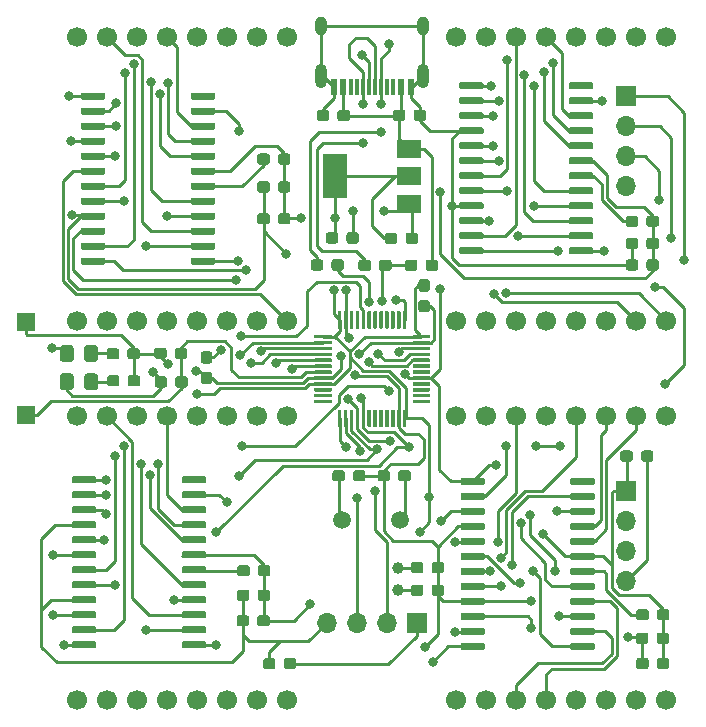
<source format=gbr>
G04 #@! TF.GenerationSoftware,KiCad,Pcbnew,5.1.5+dfsg1-2build2*
G04 #@! TF.CreationDate,2021-09-03T17:34:20+08:00*
G04 #@! TF.ProjectId,lattice_screen,6c617474-6963-4655-9f73-637265656e2e,rev?*
G04 #@! TF.SameCoordinates,Original*
G04 #@! TF.FileFunction,Copper,L1,Top*
G04 #@! TF.FilePolarity,Positive*
%FSLAX46Y46*%
G04 Gerber Fmt 4.6, Leading zero omitted, Abs format (unit mm)*
G04 Created by KiCad (PCBNEW 5.1.5+dfsg1-2build2) date 2021-09-03 17:34:20*
%MOMM*%
%LPD*%
G04 APERTURE LIST*
%ADD10C,1.700000*%
%ADD11O,1.700000X1.700000*%
%ADD12R,1.700000X1.700000*%
%ADD13C,0.100000*%
%ADD14O,1.000000X1.600000*%
%ADD15O,1.000000X2.100000*%
%ADD16R,0.300000X1.450000*%
%ADD17R,0.600000X1.450000*%
%ADD18R,1.500000X1.500000*%
%ADD19R,2.000000X3.800000*%
%ADD20R,2.000000X1.500000*%
%ADD21C,1.000000*%
%ADD22C,1.500000*%
%ADD23C,0.800000*%
%ADD24C,0.250000*%
G04 APERTURE END LIST*
D10*
X143180000Y-100100000D03*
X143180000Y-124100000D03*
X145720000Y-100100000D03*
X145720000Y-124100000D03*
X148260000Y-100100000D03*
X148260000Y-124100000D03*
X150800000Y-100100000D03*
X150800000Y-124100000D03*
X153340000Y-100100000D03*
X153340000Y-124100000D03*
X155880000Y-100100000D03*
X155880000Y-124100000D03*
X158420000Y-100100000D03*
X158420000Y-124100000D03*
X160960000Y-100100000D03*
X160960000Y-124100000D03*
X111080000Y-100100000D03*
X111080000Y-124100000D03*
X113620000Y-100100000D03*
X113620000Y-124100000D03*
X116160000Y-100100000D03*
X116160000Y-124100000D03*
X118700000Y-100100000D03*
X118700000Y-124100000D03*
X121240000Y-100100000D03*
X121240000Y-124100000D03*
X123780000Y-100100000D03*
X123780000Y-124100000D03*
X126320000Y-100100000D03*
X126320000Y-124100000D03*
X128860000Y-100100000D03*
X128860000Y-124100000D03*
X143180000Y-68000000D03*
X143180000Y-92000000D03*
X145720000Y-68000000D03*
X145720000Y-92000000D03*
X148260000Y-68000000D03*
X148260000Y-92000000D03*
X150800000Y-68000000D03*
X150800000Y-92000000D03*
X153340000Y-68000000D03*
X153340000Y-92000000D03*
X155880000Y-68000000D03*
X155880000Y-92000000D03*
X158420000Y-68000000D03*
X158420000Y-92000000D03*
X160960000Y-68000000D03*
X160960000Y-92000000D03*
X111080000Y-68000000D03*
X111080000Y-92000000D03*
X113620000Y-68000000D03*
X113620000Y-92000000D03*
X116160000Y-68000000D03*
X116160000Y-92000000D03*
X118700000Y-68000000D03*
X118700000Y-92000000D03*
X121240000Y-68000000D03*
X121240000Y-92000000D03*
X123780000Y-68000000D03*
X123780000Y-92000000D03*
X126320000Y-68000000D03*
X126320000Y-92000000D03*
X128860000Y-68000000D03*
X128860000Y-92000000D03*
D11*
X157556200Y-80645000D03*
X157556200Y-78105000D03*
X157556200Y-75565000D03*
D12*
X157556200Y-73025000D03*
G04 #@! TA.AperFunction,SMDPad,CuDef*
D13*
G36*
X161039379Y-120557144D02*
G01*
X161062434Y-120560563D01*
X161085043Y-120566227D01*
X161106987Y-120574079D01*
X161128057Y-120584044D01*
X161148048Y-120596026D01*
X161166768Y-120609910D01*
X161184038Y-120625562D01*
X161199690Y-120642832D01*
X161213574Y-120661552D01*
X161225556Y-120681543D01*
X161235521Y-120702613D01*
X161243373Y-120724557D01*
X161249037Y-120747166D01*
X161252456Y-120770221D01*
X161253600Y-120793500D01*
X161253600Y-121268500D01*
X161252456Y-121291779D01*
X161249037Y-121314834D01*
X161243373Y-121337443D01*
X161235521Y-121359387D01*
X161225556Y-121380457D01*
X161213574Y-121400448D01*
X161199690Y-121419168D01*
X161184038Y-121436438D01*
X161166768Y-121452090D01*
X161148048Y-121465974D01*
X161128057Y-121477956D01*
X161106987Y-121487921D01*
X161085043Y-121495773D01*
X161062434Y-121501437D01*
X161039379Y-121504856D01*
X161016100Y-121506000D01*
X160441100Y-121506000D01*
X160417821Y-121504856D01*
X160394766Y-121501437D01*
X160372157Y-121495773D01*
X160350213Y-121487921D01*
X160329143Y-121477956D01*
X160309152Y-121465974D01*
X160290432Y-121452090D01*
X160273162Y-121436438D01*
X160257510Y-121419168D01*
X160243626Y-121400448D01*
X160231644Y-121380457D01*
X160221679Y-121359387D01*
X160213827Y-121337443D01*
X160208163Y-121314834D01*
X160204744Y-121291779D01*
X160203600Y-121268500D01*
X160203600Y-120793500D01*
X160204744Y-120770221D01*
X160208163Y-120747166D01*
X160213827Y-120724557D01*
X160221679Y-120702613D01*
X160231644Y-120681543D01*
X160243626Y-120661552D01*
X160257510Y-120642832D01*
X160273162Y-120625562D01*
X160290432Y-120609910D01*
X160309152Y-120596026D01*
X160329143Y-120584044D01*
X160350213Y-120574079D01*
X160372157Y-120566227D01*
X160394766Y-120560563D01*
X160417821Y-120557144D01*
X160441100Y-120556000D01*
X161016100Y-120556000D01*
X161039379Y-120557144D01*
G37*
G04 #@! TD.AperFunction*
G04 #@! TA.AperFunction,SMDPad,CuDef*
G36*
X159289379Y-120557144D02*
G01*
X159312434Y-120560563D01*
X159335043Y-120566227D01*
X159356987Y-120574079D01*
X159378057Y-120584044D01*
X159398048Y-120596026D01*
X159416768Y-120609910D01*
X159434038Y-120625562D01*
X159449690Y-120642832D01*
X159463574Y-120661552D01*
X159475556Y-120681543D01*
X159485521Y-120702613D01*
X159493373Y-120724557D01*
X159499037Y-120747166D01*
X159502456Y-120770221D01*
X159503600Y-120793500D01*
X159503600Y-121268500D01*
X159502456Y-121291779D01*
X159499037Y-121314834D01*
X159493373Y-121337443D01*
X159485521Y-121359387D01*
X159475556Y-121380457D01*
X159463574Y-121400448D01*
X159449690Y-121419168D01*
X159434038Y-121436438D01*
X159416768Y-121452090D01*
X159398048Y-121465974D01*
X159378057Y-121477956D01*
X159356987Y-121487921D01*
X159335043Y-121495773D01*
X159312434Y-121501437D01*
X159289379Y-121504856D01*
X159266100Y-121506000D01*
X158691100Y-121506000D01*
X158667821Y-121504856D01*
X158644766Y-121501437D01*
X158622157Y-121495773D01*
X158600213Y-121487921D01*
X158579143Y-121477956D01*
X158559152Y-121465974D01*
X158540432Y-121452090D01*
X158523162Y-121436438D01*
X158507510Y-121419168D01*
X158493626Y-121400448D01*
X158481644Y-121380457D01*
X158471679Y-121359387D01*
X158463827Y-121337443D01*
X158458163Y-121314834D01*
X158454744Y-121291779D01*
X158453600Y-121268500D01*
X158453600Y-120793500D01*
X158454744Y-120770221D01*
X158458163Y-120747166D01*
X158463827Y-120724557D01*
X158471679Y-120702613D01*
X158481644Y-120681543D01*
X158493626Y-120661552D01*
X158507510Y-120642832D01*
X158523162Y-120625562D01*
X158540432Y-120609910D01*
X158559152Y-120596026D01*
X158579143Y-120584044D01*
X158600213Y-120574079D01*
X158622157Y-120566227D01*
X158644766Y-120560563D01*
X158667821Y-120557144D01*
X158691100Y-120556000D01*
X159266100Y-120556000D01*
X159289379Y-120557144D01*
G37*
G04 #@! TD.AperFunction*
G04 #@! TA.AperFunction,SMDPad,CuDef*
G36*
X161016579Y-118423544D02*
G01*
X161039634Y-118426963D01*
X161062243Y-118432627D01*
X161084187Y-118440479D01*
X161105257Y-118450444D01*
X161125248Y-118462426D01*
X161143968Y-118476310D01*
X161161238Y-118491962D01*
X161176890Y-118509232D01*
X161190774Y-118527952D01*
X161202756Y-118547943D01*
X161212721Y-118569013D01*
X161220573Y-118590957D01*
X161226237Y-118613566D01*
X161229656Y-118636621D01*
X161230800Y-118659900D01*
X161230800Y-119134900D01*
X161229656Y-119158179D01*
X161226237Y-119181234D01*
X161220573Y-119203843D01*
X161212721Y-119225787D01*
X161202756Y-119246857D01*
X161190774Y-119266848D01*
X161176890Y-119285568D01*
X161161238Y-119302838D01*
X161143968Y-119318490D01*
X161125248Y-119332374D01*
X161105257Y-119344356D01*
X161084187Y-119354321D01*
X161062243Y-119362173D01*
X161039634Y-119367837D01*
X161016579Y-119371256D01*
X160993300Y-119372400D01*
X160418300Y-119372400D01*
X160395021Y-119371256D01*
X160371966Y-119367837D01*
X160349357Y-119362173D01*
X160327413Y-119354321D01*
X160306343Y-119344356D01*
X160286352Y-119332374D01*
X160267632Y-119318490D01*
X160250362Y-119302838D01*
X160234710Y-119285568D01*
X160220826Y-119266848D01*
X160208844Y-119246857D01*
X160198879Y-119225787D01*
X160191027Y-119203843D01*
X160185363Y-119181234D01*
X160181944Y-119158179D01*
X160180800Y-119134900D01*
X160180800Y-118659900D01*
X160181944Y-118636621D01*
X160185363Y-118613566D01*
X160191027Y-118590957D01*
X160198879Y-118569013D01*
X160208844Y-118547943D01*
X160220826Y-118527952D01*
X160234710Y-118509232D01*
X160250362Y-118491962D01*
X160267632Y-118476310D01*
X160286352Y-118462426D01*
X160306343Y-118450444D01*
X160327413Y-118440479D01*
X160349357Y-118432627D01*
X160371966Y-118426963D01*
X160395021Y-118423544D01*
X160418300Y-118422400D01*
X160993300Y-118422400D01*
X161016579Y-118423544D01*
G37*
G04 #@! TD.AperFunction*
G04 #@! TA.AperFunction,SMDPad,CuDef*
G36*
X159266579Y-118423544D02*
G01*
X159289634Y-118426963D01*
X159312243Y-118432627D01*
X159334187Y-118440479D01*
X159355257Y-118450444D01*
X159375248Y-118462426D01*
X159393968Y-118476310D01*
X159411238Y-118491962D01*
X159426890Y-118509232D01*
X159440774Y-118527952D01*
X159452756Y-118547943D01*
X159462721Y-118569013D01*
X159470573Y-118590957D01*
X159476237Y-118613566D01*
X159479656Y-118636621D01*
X159480800Y-118659900D01*
X159480800Y-119134900D01*
X159479656Y-119158179D01*
X159476237Y-119181234D01*
X159470573Y-119203843D01*
X159462721Y-119225787D01*
X159452756Y-119246857D01*
X159440774Y-119266848D01*
X159426890Y-119285568D01*
X159411238Y-119302838D01*
X159393968Y-119318490D01*
X159375248Y-119332374D01*
X159355257Y-119344356D01*
X159334187Y-119354321D01*
X159312243Y-119362173D01*
X159289634Y-119367837D01*
X159266579Y-119371256D01*
X159243300Y-119372400D01*
X158668300Y-119372400D01*
X158645021Y-119371256D01*
X158621966Y-119367837D01*
X158599357Y-119362173D01*
X158577413Y-119354321D01*
X158556343Y-119344356D01*
X158536352Y-119332374D01*
X158517632Y-119318490D01*
X158500362Y-119302838D01*
X158484710Y-119285568D01*
X158470826Y-119266848D01*
X158458844Y-119246857D01*
X158448879Y-119225787D01*
X158441027Y-119203843D01*
X158435363Y-119181234D01*
X158431944Y-119158179D01*
X158430800Y-119134900D01*
X158430800Y-118659900D01*
X158431944Y-118636621D01*
X158435363Y-118613566D01*
X158441027Y-118590957D01*
X158448879Y-118569013D01*
X158458844Y-118547943D01*
X158470826Y-118527952D01*
X158484710Y-118509232D01*
X158500362Y-118491962D01*
X158517632Y-118476310D01*
X158536352Y-118462426D01*
X158556343Y-118450444D01*
X158577413Y-118440479D01*
X158599357Y-118432627D01*
X158621966Y-118426963D01*
X158645021Y-118423544D01*
X158668300Y-118422400D01*
X159243300Y-118422400D01*
X159266579Y-118423544D01*
G37*
G04 #@! TD.AperFunction*
G04 #@! TA.AperFunction,SMDPad,CuDef*
G36*
X158402979Y-84997144D02*
G01*
X158426034Y-85000563D01*
X158448643Y-85006227D01*
X158470587Y-85014079D01*
X158491657Y-85024044D01*
X158511648Y-85036026D01*
X158530368Y-85049910D01*
X158547638Y-85065562D01*
X158563290Y-85082832D01*
X158577174Y-85101552D01*
X158589156Y-85121543D01*
X158599121Y-85142613D01*
X158606973Y-85164557D01*
X158612637Y-85187166D01*
X158616056Y-85210221D01*
X158617200Y-85233500D01*
X158617200Y-85708500D01*
X158616056Y-85731779D01*
X158612637Y-85754834D01*
X158606973Y-85777443D01*
X158599121Y-85799387D01*
X158589156Y-85820457D01*
X158577174Y-85840448D01*
X158563290Y-85859168D01*
X158547638Y-85876438D01*
X158530368Y-85892090D01*
X158511648Y-85905974D01*
X158491657Y-85917956D01*
X158470587Y-85927921D01*
X158448643Y-85935773D01*
X158426034Y-85941437D01*
X158402979Y-85944856D01*
X158379700Y-85946000D01*
X157804700Y-85946000D01*
X157781421Y-85944856D01*
X157758366Y-85941437D01*
X157735757Y-85935773D01*
X157713813Y-85927921D01*
X157692743Y-85917956D01*
X157672752Y-85905974D01*
X157654032Y-85892090D01*
X157636762Y-85876438D01*
X157621110Y-85859168D01*
X157607226Y-85840448D01*
X157595244Y-85820457D01*
X157585279Y-85799387D01*
X157577427Y-85777443D01*
X157571763Y-85754834D01*
X157568344Y-85731779D01*
X157567200Y-85708500D01*
X157567200Y-85233500D01*
X157568344Y-85210221D01*
X157571763Y-85187166D01*
X157577427Y-85164557D01*
X157585279Y-85142613D01*
X157595244Y-85121543D01*
X157607226Y-85101552D01*
X157621110Y-85082832D01*
X157636762Y-85065562D01*
X157654032Y-85049910D01*
X157672752Y-85036026D01*
X157692743Y-85024044D01*
X157713813Y-85014079D01*
X157735757Y-85006227D01*
X157758366Y-85000563D01*
X157781421Y-84997144D01*
X157804700Y-84996000D01*
X158379700Y-84996000D01*
X158402979Y-84997144D01*
G37*
G04 #@! TD.AperFunction*
G04 #@! TA.AperFunction,SMDPad,CuDef*
G36*
X160152979Y-84997144D02*
G01*
X160176034Y-85000563D01*
X160198643Y-85006227D01*
X160220587Y-85014079D01*
X160241657Y-85024044D01*
X160261648Y-85036026D01*
X160280368Y-85049910D01*
X160297638Y-85065562D01*
X160313290Y-85082832D01*
X160327174Y-85101552D01*
X160339156Y-85121543D01*
X160349121Y-85142613D01*
X160356973Y-85164557D01*
X160362637Y-85187166D01*
X160366056Y-85210221D01*
X160367200Y-85233500D01*
X160367200Y-85708500D01*
X160366056Y-85731779D01*
X160362637Y-85754834D01*
X160356973Y-85777443D01*
X160349121Y-85799387D01*
X160339156Y-85820457D01*
X160327174Y-85840448D01*
X160313290Y-85859168D01*
X160297638Y-85876438D01*
X160280368Y-85892090D01*
X160261648Y-85905974D01*
X160241657Y-85917956D01*
X160220587Y-85927921D01*
X160198643Y-85935773D01*
X160176034Y-85941437D01*
X160152979Y-85944856D01*
X160129700Y-85946000D01*
X159554700Y-85946000D01*
X159531421Y-85944856D01*
X159508366Y-85941437D01*
X159485757Y-85935773D01*
X159463813Y-85927921D01*
X159442743Y-85917956D01*
X159422752Y-85905974D01*
X159404032Y-85892090D01*
X159386762Y-85876438D01*
X159371110Y-85859168D01*
X159357226Y-85840448D01*
X159345244Y-85820457D01*
X159335279Y-85799387D01*
X159327427Y-85777443D01*
X159321763Y-85754834D01*
X159318344Y-85731779D01*
X159317200Y-85708500D01*
X159317200Y-85233500D01*
X159318344Y-85210221D01*
X159321763Y-85187166D01*
X159327427Y-85164557D01*
X159335279Y-85142613D01*
X159345244Y-85121543D01*
X159357226Y-85101552D01*
X159371110Y-85082832D01*
X159386762Y-85065562D01*
X159404032Y-85049910D01*
X159422752Y-85036026D01*
X159442743Y-85024044D01*
X159463813Y-85014079D01*
X159485757Y-85006227D01*
X159508366Y-85000563D01*
X159531421Y-84997144D01*
X159554700Y-84996000D01*
X160129700Y-84996000D01*
X160152979Y-84997144D01*
G37*
G04 #@! TD.AperFunction*
G04 #@! TA.AperFunction,SMDPad,CuDef*
G36*
X160152979Y-86825944D02*
G01*
X160176034Y-86829363D01*
X160198643Y-86835027D01*
X160220587Y-86842879D01*
X160241657Y-86852844D01*
X160261648Y-86864826D01*
X160280368Y-86878710D01*
X160297638Y-86894362D01*
X160313290Y-86911632D01*
X160327174Y-86930352D01*
X160339156Y-86950343D01*
X160349121Y-86971413D01*
X160356973Y-86993357D01*
X160362637Y-87015966D01*
X160366056Y-87039021D01*
X160367200Y-87062300D01*
X160367200Y-87537300D01*
X160366056Y-87560579D01*
X160362637Y-87583634D01*
X160356973Y-87606243D01*
X160349121Y-87628187D01*
X160339156Y-87649257D01*
X160327174Y-87669248D01*
X160313290Y-87687968D01*
X160297638Y-87705238D01*
X160280368Y-87720890D01*
X160261648Y-87734774D01*
X160241657Y-87746756D01*
X160220587Y-87756721D01*
X160198643Y-87764573D01*
X160176034Y-87770237D01*
X160152979Y-87773656D01*
X160129700Y-87774800D01*
X159554700Y-87774800D01*
X159531421Y-87773656D01*
X159508366Y-87770237D01*
X159485757Y-87764573D01*
X159463813Y-87756721D01*
X159442743Y-87746756D01*
X159422752Y-87734774D01*
X159404032Y-87720890D01*
X159386762Y-87705238D01*
X159371110Y-87687968D01*
X159357226Y-87669248D01*
X159345244Y-87649257D01*
X159335279Y-87628187D01*
X159327427Y-87606243D01*
X159321763Y-87583634D01*
X159318344Y-87560579D01*
X159317200Y-87537300D01*
X159317200Y-87062300D01*
X159318344Y-87039021D01*
X159321763Y-87015966D01*
X159327427Y-86993357D01*
X159335279Y-86971413D01*
X159345244Y-86950343D01*
X159357226Y-86930352D01*
X159371110Y-86911632D01*
X159386762Y-86894362D01*
X159404032Y-86878710D01*
X159422752Y-86864826D01*
X159442743Y-86852844D01*
X159463813Y-86842879D01*
X159485757Y-86835027D01*
X159508366Y-86829363D01*
X159531421Y-86825944D01*
X159554700Y-86824800D01*
X160129700Y-86824800D01*
X160152979Y-86825944D01*
G37*
G04 #@! TD.AperFunction*
G04 #@! TA.AperFunction,SMDPad,CuDef*
G36*
X158402979Y-86825944D02*
G01*
X158426034Y-86829363D01*
X158448643Y-86835027D01*
X158470587Y-86842879D01*
X158491657Y-86852844D01*
X158511648Y-86864826D01*
X158530368Y-86878710D01*
X158547638Y-86894362D01*
X158563290Y-86911632D01*
X158577174Y-86930352D01*
X158589156Y-86950343D01*
X158599121Y-86971413D01*
X158606973Y-86993357D01*
X158612637Y-87015966D01*
X158616056Y-87039021D01*
X158617200Y-87062300D01*
X158617200Y-87537300D01*
X158616056Y-87560579D01*
X158612637Y-87583634D01*
X158606973Y-87606243D01*
X158599121Y-87628187D01*
X158589156Y-87649257D01*
X158577174Y-87669248D01*
X158563290Y-87687968D01*
X158547638Y-87705238D01*
X158530368Y-87720890D01*
X158511648Y-87734774D01*
X158491657Y-87746756D01*
X158470587Y-87756721D01*
X158448643Y-87764573D01*
X158426034Y-87770237D01*
X158402979Y-87773656D01*
X158379700Y-87774800D01*
X157804700Y-87774800D01*
X157781421Y-87773656D01*
X157758366Y-87770237D01*
X157735757Y-87764573D01*
X157713813Y-87756721D01*
X157692743Y-87746756D01*
X157672752Y-87734774D01*
X157654032Y-87720890D01*
X157636762Y-87705238D01*
X157621110Y-87687968D01*
X157607226Y-87669248D01*
X157595244Y-87649257D01*
X157585279Y-87628187D01*
X157577427Y-87606243D01*
X157571763Y-87583634D01*
X157568344Y-87560579D01*
X157567200Y-87537300D01*
X157567200Y-87062300D01*
X157568344Y-87039021D01*
X157571763Y-87015966D01*
X157577427Y-86993357D01*
X157585279Y-86971413D01*
X157595244Y-86950343D01*
X157607226Y-86930352D01*
X157621110Y-86911632D01*
X157636762Y-86894362D01*
X157654032Y-86878710D01*
X157672752Y-86864826D01*
X157692743Y-86852844D01*
X157713813Y-86842879D01*
X157735757Y-86835027D01*
X157758366Y-86829363D01*
X157781421Y-86825944D01*
X157804700Y-86824800D01*
X158379700Y-86824800D01*
X158402979Y-86825944D01*
G37*
G04 #@! TD.AperFunction*
G04 #@! TA.AperFunction,SMDPad,CuDef*
G36*
X125459179Y-116950344D02*
G01*
X125482234Y-116953763D01*
X125504843Y-116959427D01*
X125526787Y-116967279D01*
X125547857Y-116977244D01*
X125567848Y-116989226D01*
X125586568Y-117003110D01*
X125603838Y-117018762D01*
X125619490Y-117036032D01*
X125633374Y-117054752D01*
X125645356Y-117074743D01*
X125655321Y-117095813D01*
X125663173Y-117117757D01*
X125668837Y-117140366D01*
X125672256Y-117163421D01*
X125673400Y-117186700D01*
X125673400Y-117661700D01*
X125672256Y-117684979D01*
X125668837Y-117708034D01*
X125663173Y-117730643D01*
X125655321Y-117752587D01*
X125645356Y-117773657D01*
X125633374Y-117793648D01*
X125619490Y-117812368D01*
X125603838Y-117829638D01*
X125586568Y-117845290D01*
X125567848Y-117859174D01*
X125547857Y-117871156D01*
X125526787Y-117881121D01*
X125504843Y-117888973D01*
X125482234Y-117894637D01*
X125459179Y-117898056D01*
X125435900Y-117899200D01*
X124860900Y-117899200D01*
X124837621Y-117898056D01*
X124814566Y-117894637D01*
X124791957Y-117888973D01*
X124770013Y-117881121D01*
X124748943Y-117871156D01*
X124728952Y-117859174D01*
X124710232Y-117845290D01*
X124692962Y-117829638D01*
X124677310Y-117812368D01*
X124663426Y-117793648D01*
X124651444Y-117773657D01*
X124641479Y-117752587D01*
X124633627Y-117730643D01*
X124627963Y-117708034D01*
X124624544Y-117684979D01*
X124623400Y-117661700D01*
X124623400Y-117186700D01*
X124624544Y-117163421D01*
X124627963Y-117140366D01*
X124633627Y-117117757D01*
X124641479Y-117095813D01*
X124651444Y-117074743D01*
X124663426Y-117054752D01*
X124677310Y-117036032D01*
X124692962Y-117018762D01*
X124710232Y-117003110D01*
X124728952Y-116989226D01*
X124748943Y-116977244D01*
X124770013Y-116967279D01*
X124791957Y-116959427D01*
X124814566Y-116953763D01*
X124837621Y-116950344D01*
X124860900Y-116949200D01*
X125435900Y-116949200D01*
X125459179Y-116950344D01*
G37*
G04 #@! TD.AperFunction*
G04 #@! TA.AperFunction,SMDPad,CuDef*
G36*
X127209179Y-116950344D02*
G01*
X127232234Y-116953763D01*
X127254843Y-116959427D01*
X127276787Y-116967279D01*
X127297857Y-116977244D01*
X127317848Y-116989226D01*
X127336568Y-117003110D01*
X127353838Y-117018762D01*
X127369490Y-117036032D01*
X127383374Y-117054752D01*
X127395356Y-117074743D01*
X127405321Y-117095813D01*
X127413173Y-117117757D01*
X127418837Y-117140366D01*
X127422256Y-117163421D01*
X127423400Y-117186700D01*
X127423400Y-117661700D01*
X127422256Y-117684979D01*
X127418837Y-117708034D01*
X127413173Y-117730643D01*
X127405321Y-117752587D01*
X127395356Y-117773657D01*
X127383374Y-117793648D01*
X127369490Y-117812368D01*
X127353838Y-117829638D01*
X127336568Y-117845290D01*
X127317848Y-117859174D01*
X127297857Y-117871156D01*
X127276787Y-117881121D01*
X127254843Y-117888973D01*
X127232234Y-117894637D01*
X127209179Y-117898056D01*
X127185900Y-117899200D01*
X126610900Y-117899200D01*
X126587621Y-117898056D01*
X126564566Y-117894637D01*
X126541957Y-117888973D01*
X126520013Y-117881121D01*
X126498943Y-117871156D01*
X126478952Y-117859174D01*
X126460232Y-117845290D01*
X126442962Y-117829638D01*
X126427310Y-117812368D01*
X126413426Y-117793648D01*
X126401444Y-117773657D01*
X126391479Y-117752587D01*
X126383627Y-117730643D01*
X126377963Y-117708034D01*
X126374544Y-117684979D01*
X126373400Y-117661700D01*
X126373400Y-117186700D01*
X126374544Y-117163421D01*
X126377963Y-117140366D01*
X126383627Y-117117757D01*
X126391479Y-117095813D01*
X126401444Y-117074743D01*
X126413426Y-117054752D01*
X126427310Y-117036032D01*
X126442962Y-117018762D01*
X126460232Y-117003110D01*
X126478952Y-116989226D01*
X126498943Y-116977244D01*
X126520013Y-116967279D01*
X126541957Y-116959427D01*
X126564566Y-116953763D01*
X126587621Y-116950344D01*
X126610900Y-116949200D01*
X127185900Y-116949200D01*
X127209179Y-116950344D01*
G37*
G04 #@! TD.AperFunction*
G04 #@! TA.AperFunction,SMDPad,CuDef*
G36*
X127234579Y-114791344D02*
G01*
X127257634Y-114794763D01*
X127280243Y-114800427D01*
X127302187Y-114808279D01*
X127323257Y-114818244D01*
X127343248Y-114830226D01*
X127361968Y-114844110D01*
X127379238Y-114859762D01*
X127394890Y-114877032D01*
X127408774Y-114895752D01*
X127420756Y-114915743D01*
X127430721Y-114936813D01*
X127438573Y-114958757D01*
X127444237Y-114981366D01*
X127447656Y-115004421D01*
X127448800Y-115027700D01*
X127448800Y-115502700D01*
X127447656Y-115525979D01*
X127444237Y-115549034D01*
X127438573Y-115571643D01*
X127430721Y-115593587D01*
X127420756Y-115614657D01*
X127408774Y-115634648D01*
X127394890Y-115653368D01*
X127379238Y-115670638D01*
X127361968Y-115686290D01*
X127343248Y-115700174D01*
X127323257Y-115712156D01*
X127302187Y-115722121D01*
X127280243Y-115729973D01*
X127257634Y-115735637D01*
X127234579Y-115739056D01*
X127211300Y-115740200D01*
X126636300Y-115740200D01*
X126613021Y-115739056D01*
X126589966Y-115735637D01*
X126567357Y-115729973D01*
X126545413Y-115722121D01*
X126524343Y-115712156D01*
X126504352Y-115700174D01*
X126485632Y-115686290D01*
X126468362Y-115670638D01*
X126452710Y-115653368D01*
X126438826Y-115634648D01*
X126426844Y-115614657D01*
X126416879Y-115593587D01*
X126409027Y-115571643D01*
X126403363Y-115549034D01*
X126399944Y-115525979D01*
X126398800Y-115502700D01*
X126398800Y-115027700D01*
X126399944Y-115004421D01*
X126403363Y-114981366D01*
X126409027Y-114958757D01*
X126416879Y-114936813D01*
X126426844Y-114915743D01*
X126438826Y-114895752D01*
X126452710Y-114877032D01*
X126468362Y-114859762D01*
X126485632Y-114844110D01*
X126504352Y-114830226D01*
X126524343Y-114818244D01*
X126545413Y-114808279D01*
X126567357Y-114800427D01*
X126589966Y-114794763D01*
X126613021Y-114791344D01*
X126636300Y-114790200D01*
X127211300Y-114790200D01*
X127234579Y-114791344D01*
G37*
G04 #@! TD.AperFunction*
G04 #@! TA.AperFunction,SMDPad,CuDef*
G36*
X125484579Y-114791344D02*
G01*
X125507634Y-114794763D01*
X125530243Y-114800427D01*
X125552187Y-114808279D01*
X125573257Y-114818244D01*
X125593248Y-114830226D01*
X125611968Y-114844110D01*
X125629238Y-114859762D01*
X125644890Y-114877032D01*
X125658774Y-114895752D01*
X125670756Y-114915743D01*
X125680721Y-114936813D01*
X125688573Y-114958757D01*
X125694237Y-114981366D01*
X125697656Y-115004421D01*
X125698800Y-115027700D01*
X125698800Y-115502700D01*
X125697656Y-115525979D01*
X125694237Y-115549034D01*
X125688573Y-115571643D01*
X125680721Y-115593587D01*
X125670756Y-115614657D01*
X125658774Y-115634648D01*
X125644890Y-115653368D01*
X125629238Y-115670638D01*
X125611968Y-115686290D01*
X125593248Y-115700174D01*
X125573257Y-115712156D01*
X125552187Y-115722121D01*
X125530243Y-115729973D01*
X125507634Y-115735637D01*
X125484579Y-115739056D01*
X125461300Y-115740200D01*
X124886300Y-115740200D01*
X124863021Y-115739056D01*
X124839966Y-115735637D01*
X124817357Y-115729973D01*
X124795413Y-115722121D01*
X124774343Y-115712156D01*
X124754352Y-115700174D01*
X124735632Y-115686290D01*
X124718362Y-115670638D01*
X124702710Y-115653368D01*
X124688826Y-115634648D01*
X124676844Y-115614657D01*
X124666879Y-115593587D01*
X124659027Y-115571643D01*
X124653363Y-115549034D01*
X124649944Y-115525979D01*
X124648800Y-115502700D01*
X124648800Y-115027700D01*
X124649944Y-115004421D01*
X124653363Y-114981366D01*
X124659027Y-114958757D01*
X124666879Y-114936813D01*
X124676844Y-114915743D01*
X124688826Y-114895752D01*
X124702710Y-114877032D01*
X124718362Y-114859762D01*
X124735632Y-114844110D01*
X124754352Y-114830226D01*
X124774343Y-114818244D01*
X124795413Y-114808279D01*
X124817357Y-114800427D01*
X124839966Y-114794763D01*
X124863021Y-114791344D01*
X124886300Y-114790200D01*
X125461300Y-114790200D01*
X125484579Y-114791344D01*
G37*
G04 #@! TD.AperFunction*
G04 #@! TA.AperFunction,SMDPad,CuDef*
G36*
X128959179Y-82914344D02*
G01*
X128982234Y-82917763D01*
X129004843Y-82923427D01*
X129026787Y-82931279D01*
X129047857Y-82941244D01*
X129067848Y-82953226D01*
X129086568Y-82967110D01*
X129103838Y-82982762D01*
X129119490Y-83000032D01*
X129133374Y-83018752D01*
X129145356Y-83038743D01*
X129155321Y-83059813D01*
X129163173Y-83081757D01*
X129168837Y-83104366D01*
X129172256Y-83127421D01*
X129173400Y-83150700D01*
X129173400Y-83625700D01*
X129172256Y-83648979D01*
X129168837Y-83672034D01*
X129163173Y-83694643D01*
X129155321Y-83716587D01*
X129145356Y-83737657D01*
X129133374Y-83757648D01*
X129119490Y-83776368D01*
X129103838Y-83793638D01*
X129086568Y-83809290D01*
X129067848Y-83823174D01*
X129047857Y-83835156D01*
X129026787Y-83845121D01*
X129004843Y-83852973D01*
X128982234Y-83858637D01*
X128959179Y-83862056D01*
X128935900Y-83863200D01*
X128360900Y-83863200D01*
X128337621Y-83862056D01*
X128314566Y-83858637D01*
X128291957Y-83852973D01*
X128270013Y-83845121D01*
X128248943Y-83835156D01*
X128228952Y-83823174D01*
X128210232Y-83809290D01*
X128192962Y-83793638D01*
X128177310Y-83776368D01*
X128163426Y-83757648D01*
X128151444Y-83737657D01*
X128141479Y-83716587D01*
X128133627Y-83694643D01*
X128127963Y-83672034D01*
X128124544Y-83648979D01*
X128123400Y-83625700D01*
X128123400Y-83150700D01*
X128124544Y-83127421D01*
X128127963Y-83104366D01*
X128133627Y-83081757D01*
X128141479Y-83059813D01*
X128151444Y-83038743D01*
X128163426Y-83018752D01*
X128177310Y-83000032D01*
X128192962Y-82982762D01*
X128210232Y-82967110D01*
X128228952Y-82953226D01*
X128248943Y-82941244D01*
X128270013Y-82931279D01*
X128291957Y-82923427D01*
X128314566Y-82917763D01*
X128337621Y-82914344D01*
X128360900Y-82913200D01*
X128935900Y-82913200D01*
X128959179Y-82914344D01*
G37*
G04 #@! TD.AperFunction*
G04 #@! TA.AperFunction,SMDPad,CuDef*
G36*
X127209179Y-82914344D02*
G01*
X127232234Y-82917763D01*
X127254843Y-82923427D01*
X127276787Y-82931279D01*
X127297857Y-82941244D01*
X127317848Y-82953226D01*
X127336568Y-82967110D01*
X127353838Y-82982762D01*
X127369490Y-83000032D01*
X127383374Y-83018752D01*
X127395356Y-83038743D01*
X127405321Y-83059813D01*
X127413173Y-83081757D01*
X127418837Y-83104366D01*
X127422256Y-83127421D01*
X127423400Y-83150700D01*
X127423400Y-83625700D01*
X127422256Y-83648979D01*
X127418837Y-83672034D01*
X127413173Y-83694643D01*
X127405321Y-83716587D01*
X127395356Y-83737657D01*
X127383374Y-83757648D01*
X127369490Y-83776368D01*
X127353838Y-83793638D01*
X127336568Y-83809290D01*
X127317848Y-83823174D01*
X127297857Y-83835156D01*
X127276787Y-83845121D01*
X127254843Y-83852973D01*
X127232234Y-83858637D01*
X127209179Y-83862056D01*
X127185900Y-83863200D01*
X126610900Y-83863200D01*
X126587621Y-83862056D01*
X126564566Y-83858637D01*
X126541957Y-83852973D01*
X126520013Y-83845121D01*
X126498943Y-83835156D01*
X126478952Y-83823174D01*
X126460232Y-83809290D01*
X126442962Y-83793638D01*
X126427310Y-83776368D01*
X126413426Y-83757648D01*
X126401444Y-83737657D01*
X126391479Y-83716587D01*
X126383627Y-83694643D01*
X126377963Y-83672034D01*
X126374544Y-83648979D01*
X126373400Y-83625700D01*
X126373400Y-83150700D01*
X126374544Y-83127421D01*
X126377963Y-83104366D01*
X126383627Y-83081757D01*
X126391479Y-83059813D01*
X126401444Y-83038743D01*
X126413426Y-83018752D01*
X126427310Y-83000032D01*
X126442962Y-82982762D01*
X126460232Y-82967110D01*
X126478952Y-82953226D01*
X126498943Y-82941244D01*
X126520013Y-82931279D01*
X126541957Y-82923427D01*
X126564566Y-82917763D01*
X126587621Y-82914344D01*
X126610900Y-82913200D01*
X127185900Y-82913200D01*
X127209179Y-82914344D01*
G37*
G04 #@! TD.AperFunction*
G04 #@! TA.AperFunction,SMDPad,CuDef*
G36*
X127209179Y-80221944D02*
G01*
X127232234Y-80225363D01*
X127254843Y-80231027D01*
X127276787Y-80238879D01*
X127297857Y-80248844D01*
X127317848Y-80260826D01*
X127336568Y-80274710D01*
X127353838Y-80290362D01*
X127369490Y-80307632D01*
X127383374Y-80326352D01*
X127395356Y-80346343D01*
X127405321Y-80367413D01*
X127413173Y-80389357D01*
X127418837Y-80411966D01*
X127422256Y-80435021D01*
X127423400Y-80458300D01*
X127423400Y-80933300D01*
X127422256Y-80956579D01*
X127418837Y-80979634D01*
X127413173Y-81002243D01*
X127405321Y-81024187D01*
X127395356Y-81045257D01*
X127383374Y-81065248D01*
X127369490Y-81083968D01*
X127353838Y-81101238D01*
X127336568Y-81116890D01*
X127317848Y-81130774D01*
X127297857Y-81142756D01*
X127276787Y-81152721D01*
X127254843Y-81160573D01*
X127232234Y-81166237D01*
X127209179Y-81169656D01*
X127185900Y-81170800D01*
X126610900Y-81170800D01*
X126587621Y-81169656D01*
X126564566Y-81166237D01*
X126541957Y-81160573D01*
X126520013Y-81152721D01*
X126498943Y-81142756D01*
X126478952Y-81130774D01*
X126460232Y-81116890D01*
X126442962Y-81101238D01*
X126427310Y-81083968D01*
X126413426Y-81065248D01*
X126401444Y-81045257D01*
X126391479Y-81024187D01*
X126383627Y-81002243D01*
X126377963Y-80979634D01*
X126374544Y-80956579D01*
X126373400Y-80933300D01*
X126373400Y-80458300D01*
X126374544Y-80435021D01*
X126377963Y-80411966D01*
X126383627Y-80389357D01*
X126391479Y-80367413D01*
X126401444Y-80346343D01*
X126413426Y-80326352D01*
X126427310Y-80307632D01*
X126442962Y-80290362D01*
X126460232Y-80274710D01*
X126478952Y-80260826D01*
X126498943Y-80248844D01*
X126520013Y-80238879D01*
X126541957Y-80231027D01*
X126564566Y-80225363D01*
X126587621Y-80221944D01*
X126610900Y-80220800D01*
X127185900Y-80220800D01*
X127209179Y-80221944D01*
G37*
G04 #@! TD.AperFunction*
G04 #@! TA.AperFunction,SMDPad,CuDef*
G36*
X128959179Y-80221944D02*
G01*
X128982234Y-80225363D01*
X129004843Y-80231027D01*
X129026787Y-80238879D01*
X129047857Y-80248844D01*
X129067848Y-80260826D01*
X129086568Y-80274710D01*
X129103838Y-80290362D01*
X129119490Y-80307632D01*
X129133374Y-80326352D01*
X129145356Y-80346343D01*
X129155321Y-80367413D01*
X129163173Y-80389357D01*
X129168837Y-80411966D01*
X129172256Y-80435021D01*
X129173400Y-80458300D01*
X129173400Y-80933300D01*
X129172256Y-80956579D01*
X129168837Y-80979634D01*
X129163173Y-81002243D01*
X129155321Y-81024187D01*
X129145356Y-81045257D01*
X129133374Y-81065248D01*
X129119490Y-81083968D01*
X129103838Y-81101238D01*
X129086568Y-81116890D01*
X129067848Y-81130774D01*
X129047857Y-81142756D01*
X129026787Y-81152721D01*
X129004843Y-81160573D01*
X128982234Y-81166237D01*
X128959179Y-81169656D01*
X128935900Y-81170800D01*
X128360900Y-81170800D01*
X128337621Y-81169656D01*
X128314566Y-81166237D01*
X128291957Y-81160573D01*
X128270013Y-81152721D01*
X128248943Y-81142756D01*
X128228952Y-81130774D01*
X128210232Y-81116890D01*
X128192962Y-81101238D01*
X128177310Y-81083968D01*
X128163426Y-81065248D01*
X128151444Y-81045257D01*
X128141479Y-81024187D01*
X128133627Y-81002243D01*
X128127963Y-80979634D01*
X128124544Y-80956579D01*
X128123400Y-80933300D01*
X128123400Y-80458300D01*
X128124544Y-80435021D01*
X128127963Y-80411966D01*
X128133627Y-80389357D01*
X128141479Y-80367413D01*
X128151444Y-80346343D01*
X128163426Y-80326352D01*
X128177310Y-80307632D01*
X128192962Y-80290362D01*
X128210232Y-80274710D01*
X128228952Y-80260826D01*
X128248943Y-80248844D01*
X128270013Y-80238879D01*
X128291957Y-80231027D01*
X128314566Y-80225363D01*
X128337621Y-80221944D01*
X128360900Y-80220800D01*
X128935900Y-80220800D01*
X128959179Y-80221944D01*
G37*
G04 #@! TD.AperFunction*
G04 #@! TA.AperFunction,SMDPad,CuDef*
G36*
X118474179Y-94293544D02*
G01*
X118497234Y-94296963D01*
X118519843Y-94302627D01*
X118541787Y-94310479D01*
X118562857Y-94320444D01*
X118582848Y-94332426D01*
X118601568Y-94346310D01*
X118618838Y-94361962D01*
X118634490Y-94379232D01*
X118648374Y-94397952D01*
X118660356Y-94417943D01*
X118670321Y-94439013D01*
X118678173Y-94460957D01*
X118683837Y-94483566D01*
X118687256Y-94506621D01*
X118688400Y-94529900D01*
X118688400Y-95004900D01*
X118687256Y-95028179D01*
X118683837Y-95051234D01*
X118678173Y-95073843D01*
X118670321Y-95095787D01*
X118660356Y-95116857D01*
X118648374Y-95136848D01*
X118634490Y-95155568D01*
X118618838Y-95172838D01*
X118601568Y-95188490D01*
X118582848Y-95202374D01*
X118562857Y-95214356D01*
X118541787Y-95224321D01*
X118519843Y-95232173D01*
X118497234Y-95237837D01*
X118474179Y-95241256D01*
X118450900Y-95242400D01*
X117875900Y-95242400D01*
X117852621Y-95241256D01*
X117829566Y-95237837D01*
X117806957Y-95232173D01*
X117785013Y-95224321D01*
X117763943Y-95214356D01*
X117743952Y-95202374D01*
X117725232Y-95188490D01*
X117707962Y-95172838D01*
X117692310Y-95155568D01*
X117678426Y-95136848D01*
X117666444Y-95116857D01*
X117656479Y-95095787D01*
X117648627Y-95073843D01*
X117642963Y-95051234D01*
X117639544Y-95028179D01*
X117638400Y-95004900D01*
X117638400Y-94529900D01*
X117639544Y-94506621D01*
X117642963Y-94483566D01*
X117648627Y-94460957D01*
X117656479Y-94439013D01*
X117666444Y-94417943D01*
X117678426Y-94397952D01*
X117692310Y-94379232D01*
X117707962Y-94361962D01*
X117725232Y-94346310D01*
X117743952Y-94332426D01*
X117763943Y-94320444D01*
X117785013Y-94310479D01*
X117806957Y-94302627D01*
X117829566Y-94296963D01*
X117852621Y-94293544D01*
X117875900Y-94292400D01*
X118450900Y-94292400D01*
X118474179Y-94293544D01*
G37*
G04 #@! TD.AperFunction*
G04 #@! TA.AperFunction,SMDPad,CuDef*
G36*
X120224179Y-94293544D02*
G01*
X120247234Y-94296963D01*
X120269843Y-94302627D01*
X120291787Y-94310479D01*
X120312857Y-94320444D01*
X120332848Y-94332426D01*
X120351568Y-94346310D01*
X120368838Y-94361962D01*
X120384490Y-94379232D01*
X120398374Y-94397952D01*
X120410356Y-94417943D01*
X120420321Y-94439013D01*
X120428173Y-94460957D01*
X120433837Y-94483566D01*
X120437256Y-94506621D01*
X120438400Y-94529900D01*
X120438400Y-95004900D01*
X120437256Y-95028179D01*
X120433837Y-95051234D01*
X120428173Y-95073843D01*
X120420321Y-95095787D01*
X120410356Y-95116857D01*
X120398374Y-95136848D01*
X120384490Y-95155568D01*
X120368838Y-95172838D01*
X120351568Y-95188490D01*
X120332848Y-95202374D01*
X120312857Y-95214356D01*
X120291787Y-95224321D01*
X120269843Y-95232173D01*
X120247234Y-95237837D01*
X120224179Y-95241256D01*
X120200900Y-95242400D01*
X119625900Y-95242400D01*
X119602621Y-95241256D01*
X119579566Y-95237837D01*
X119556957Y-95232173D01*
X119535013Y-95224321D01*
X119513943Y-95214356D01*
X119493952Y-95202374D01*
X119475232Y-95188490D01*
X119457962Y-95172838D01*
X119442310Y-95155568D01*
X119428426Y-95136848D01*
X119416444Y-95116857D01*
X119406479Y-95095787D01*
X119398627Y-95073843D01*
X119392963Y-95051234D01*
X119389544Y-95028179D01*
X119388400Y-95004900D01*
X119388400Y-94529900D01*
X119389544Y-94506621D01*
X119392963Y-94483566D01*
X119398627Y-94460957D01*
X119406479Y-94439013D01*
X119416444Y-94417943D01*
X119428426Y-94397952D01*
X119442310Y-94379232D01*
X119457962Y-94361962D01*
X119475232Y-94346310D01*
X119493952Y-94332426D01*
X119513943Y-94320444D01*
X119535013Y-94310479D01*
X119556957Y-94302627D01*
X119579566Y-94296963D01*
X119602621Y-94293544D01*
X119625900Y-94292400D01*
X120200900Y-94292400D01*
X120224179Y-94293544D01*
G37*
G04 #@! TD.AperFunction*
G04 #@! TA.AperFunction,SMDPad,CuDef*
G36*
X140442579Y-74151344D02*
G01*
X140465634Y-74154763D01*
X140488243Y-74160427D01*
X140510187Y-74168279D01*
X140531257Y-74178244D01*
X140551248Y-74190226D01*
X140569968Y-74204110D01*
X140587238Y-74219762D01*
X140602890Y-74237032D01*
X140616774Y-74255752D01*
X140628756Y-74275743D01*
X140638721Y-74296813D01*
X140646573Y-74318757D01*
X140652237Y-74341366D01*
X140655656Y-74364421D01*
X140656800Y-74387700D01*
X140656800Y-74862700D01*
X140655656Y-74885979D01*
X140652237Y-74909034D01*
X140646573Y-74931643D01*
X140638721Y-74953587D01*
X140628756Y-74974657D01*
X140616774Y-74994648D01*
X140602890Y-75013368D01*
X140587238Y-75030638D01*
X140569968Y-75046290D01*
X140551248Y-75060174D01*
X140531257Y-75072156D01*
X140510187Y-75082121D01*
X140488243Y-75089973D01*
X140465634Y-75095637D01*
X140442579Y-75099056D01*
X140419300Y-75100200D01*
X139844300Y-75100200D01*
X139821021Y-75099056D01*
X139797966Y-75095637D01*
X139775357Y-75089973D01*
X139753413Y-75082121D01*
X139732343Y-75072156D01*
X139712352Y-75060174D01*
X139693632Y-75046290D01*
X139676362Y-75030638D01*
X139660710Y-75013368D01*
X139646826Y-74994648D01*
X139634844Y-74974657D01*
X139624879Y-74953587D01*
X139617027Y-74931643D01*
X139611363Y-74909034D01*
X139607944Y-74885979D01*
X139606800Y-74862700D01*
X139606800Y-74387700D01*
X139607944Y-74364421D01*
X139611363Y-74341366D01*
X139617027Y-74318757D01*
X139624879Y-74296813D01*
X139634844Y-74275743D01*
X139646826Y-74255752D01*
X139660710Y-74237032D01*
X139676362Y-74219762D01*
X139693632Y-74204110D01*
X139712352Y-74190226D01*
X139732343Y-74178244D01*
X139753413Y-74168279D01*
X139775357Y-74160427D01*
X139797966Y-74154763D01*
X139821021Y-74151344D01*
X139844300Y-74150200D01*
X140419300Y-74150200D01*
X140442579Y-74151344D01*
G37*
G04 #@! TD.AperFunction*
G04 #@! TA.AperFunction,SMDPad,CuDef*
G36*
X138692579Y-74151344D02*
G01*
X138715634Y-74154763D01*
X138738243Y-74160427D01*
X138760187Y-74168279D01*
X138781257Y-74178244D01*
X138801248Y-74190226D01*
X138819968Y-74204110D01*
X138837238Y-74219762D01*
X138852890Y-74237032D01*
X138866774Y-74255752D01*
X138878756Y-74275743D01*
X138888721Y-74296813D01*
X138896573Y-74318757D01*
X138902237Y-74341366D01*
X138905656Y-74364421D01*
X138906800Y-74387700D01*
X138906800Y-74862700D01*
X138905656Y-74885979D01*
X138902237Y-74909034D01*
X138896573Y-74931643D01*
X138888721Y-74953587D01*
X138878756Y-74974657D01*
X138866774Y-74994648D01*
X138852890Y-75013368D01*
X138837238Y-75030638D01*
X138819968Y-75046290D01*
X138801248Y-75060174D01*
X138781257Y-75072156D01*
X138760187Y-75082121D01*
X138738243Y-75089973D01*
X138715634Y-75095637D01*
X138692579Y-75099056D01*
X138669300Y-75100200D01*
X138094300Y-75100200D01*
X138071021Y-75099056D01*
X138047966Y-75095637D01*
X138025357Y-75089973D01*
X138003413Y-75082121D01*
X137982343Y-75072156D01*
X137962352Y-75060174D01*
X137943632Y-75046290D01*
X137926362Y-75030638D01*
X137910710Y-75013368D01*
X137896826Y-74994648D01*
X137884844Y-74974657D01*
X137874879Y-74953587D01*
X137867027Y-74931643D01*
X137861363Y-74909034D01*
X137857944Y-74885979D01*
X137856800Y-74862700D01*
X137856800Y-74387700D01*
X137857944Y-74364421D01*
X137861363Y-74341366D01*
X137867027Y-74318757D01*
X137874879Y-74296813D01*
X137884844Y-74275743D01*
X137896826Y-74255752D01*
X137910710Y-74237032D01*
X137926362Y-74219762D01*
X137943632Y-74204110D01*
X137962352Y-74190226D01*
X137982343Y-74178244D01*
X138003413Y-74168279D01*
X138025357Y-74160427D01*
X138047966Y-74154763D01*
X138071021Y-74151344D01*
X138094300Y-74150200D01*
X138669300Y-74150200D01*
X138692579Y-74151344D01*
G37*
G04 #@! TD.AperFunction*
G04 #@! TA.AperFunction,SMDPad,CuDef*
G36*
X133988379Y-74176744D02*
G01*
X134011434Y-74180163D01*
X134034043Y-74185827D01*
X134055987Y-74193679D01*
X134077057Y-74203644D01*
X134097048Y-74215626D01*
X134115768Y-74229510D01*
X134133038Y-74245162D01*
X134148690Y-74262432D01*
X134162574Y-74281152D01*
X134174556Y-74301143D01*
X134184521Y-74322213D01*
X134192373Y-74344157D01*
X134198037Y-74366766D01*
X134201456Y-74389821D01*
X134202600Y-74413100D01*
X134202600Y-74888100D01*
X134201456Y-74911379D01*
X134198037Y-74934434D01*
X134192373Y-74957043D01*
X134184521Y-74978987D01*
X134174556Y-75000057D01*
X134162574Y-75020048D01*
X134148690Y-75038768D01*
X134133038Y-75056038D01*
X134115768Y-75071690D01*
X134097048Y-75085574D01*
X134077057Y-75097556D01*
X134055987Y-75107521D01*
X134034043Y-75115373D01*
X134011434Y-75121037D01*
X133988379Y-75124456D01*
X133965100Y-75125600D01*
X133390100Y-75125600D01*
X133366821Y-75124456D01*
X133343766Y-75121037D01*
X133321157Y-75115373D01*
X133299213Y-75107521D01*
X133278143Y-75097556D01*
X133258152Y-75085574D01*
X133239432Y-75071690D01*
X133222162Y-75056038D01*
X133206510Y-75038768D01*
X133192626Y-75020048D01*
X133180644Y-75000057D01*
X133170679Y-74978987D01*
X133162827Y-74957043D01*
X133157163Y-74934434D01*
X133153744Y-74911379D01*
X133152600Y-74888100D01*
X133152600Y-74413100D01*
X133153744Y-74389821D01*
X133157163Y-74366766D01*
X133162827Y-74344157D01*
X133170679Y-74322213D01*
X133180644Y-74301143D01*
X133192626Y-74281152D01*
X133206510Y-74262432D01*
X133222162Y-74245162D01*
X133239432Y-74229510D01*
X133258152Y-74215626D01*
X133278143Y-74203644D01*
X133299213Y-74193679D01*
X133321157Y-74185827D01*
X133343766Y-74180163D01*
X133366821Y-74176744D01*
X133390100Y-74175600D01*
X133965100Y-74175600D01*
X133988379Y-74176744D01*
G37*
G04 #@! TD.AperFunction*
G04 #@! TA.AperFunction,SMDPad,CuDef*
G36*
X132238379Y-74176744D02*
G01*
X132261434Y-74180163D01*
X132284043Y-74185827D01*
X132305987Y-74193679D01*
X132327057Y-74203644D01*
X132347048Y-74215626D01*
X132365768Y-74229510D01*
X132383038Y-74245162D01*
X132398690Y-74262432D01*
X132412574Y-74281152D01*
X132424556Y-74301143D01*
X132434521Y-74322213D01*
X132442373Y-74344157D01*
X132448037Y-74366766D01*
X132451456Y-74389821D01*
X132452600Y-74413100D01*
X132452600Y-74888100D01*
X132451456Y-74911379D01*
X132448037Y-74934434D01*
X132442373Y-74957043D01*
X132434521Y-74978987D01*
X132424556Y-75000057D01*
X132412574Y-75020048D01*
X132398690Y-75038768D01*
X132383038Y-75056038D01*
X132365768Y-75071690D01*
X132347048Y-75085574D01*
X132327057Y-75097556D01*
X132305987Y-75107521D01*
X132284043Y-75115373D01*
X132261434Y-75121037D01*
X132238379Y-75124456D01*
X132215100Y-75125600D01*
X131640100Y-75125600D01*
X131616821Y-75124456D01*
X131593766Y-75121037D01*
X131571157Y-75115373D01*
X131549213Y-75107521D01*
X131528143Y-75097556D01*
X131508152Y-75085574D01*
X131489432Y-75071690D01*
X131472162Y-75056038D01*
X131456510Y-75038768D01*
X131442626Y-75020048D01*
X131430644Y-75000057D01*
X131420679Y-74978987D01*
X131412827Y-74957043D01*
X131407163Y-74934434D01*
X131403744Y-74911379D01*
X131402600Y-74888100D01*
X131402600Y-74413100D01*
X131403744Y-74389821D01*
X131407163Y-74366766D01*
X131412827Y-74344157D01*
X131420679Y-74322213D01*
X131430644Y-74301143D01*
X131442626Y-74281152D01*
X131456510Y-74262432D01*
X131472162Y-74245162D01*
X131489432Y-74229510D01*
X131508152Y-74215626D01*
X131528143Y-74203644D01*
X131549213Y-74193679D01*
X131571157Y-74185827D01*
X131593766Y-74180163D01*
X131616821Y-74176744D01*
X131640100Y-74175600D01*
X132215100Y-74175600D01*
X132238379Y-74176744D01*
G37*
G04 #@! TD.AperFunction*
G04 #@! TA.AperFunction,SMDPad,CuDef*
G36*
X139756779Y-84565344D02*
G01*
X139779834Y-84568763D01*
X139802443Y-84574427D01*
X139824387Y-84582279D01*
X139845457Y-84592244D01*
X139865448Y-84604226D01*
X139884168Y-84618110D01*
X139901438Y-84633762D01*
X139917090Y-84651032D01*
X139930974Y-84669752D01*
X139942956Y-84689743D01*
X139952921Y-84710813D01*
X139960773Y-84732757D01*
X139966437Y-84755366D01*
X139969856Y-84778421D01*
X139971000Y-84801700D01*
X139971000Y-85276700D01*
X139969856Y-85299979D01*
X139966437Y-85323034D01*
X139960773Y-85345643D01*
X139952921Y-85367587D01*
X139942956Y-85388657D01*
X139930974Y-85408648D01*
X139917090Y-85427368D01*
X139901438Y-85444638D01*
X139884168Y-85460290D01*
X139865448Y-85474174D01*
X139845457Y-85486156D01*
X139824387Y-85496121D01*
X139802443Y-85503973D01*
X139779834Y-85509637D01*
X139756779Y-85513056D01*
X139733500Y-85514200D01*
X139158500Y-85514200D01*
X139135221Y-85513056D01*
X139112166Y-85509637D01*
X139089557Y-85503973D01*
X139067613Y-85496121D01*
X139046543Y-85486156D01*
X139026552Y-85474174D01*
X139007832Y-85460290D01*
X138990562Y-85444638D01*
X138974910Y-85427368D01*
X138961026Y-85408648D01*
X138949044Y-85388657D01*
X138939079Y-85367587D01*
X138931227Y-85345643D01*
X138925563Y-85323034D01*
X138922144Y-85299979D01*
X138921000Y-85276700D01*
X138921000Y-84801700D01*
X138922144Y-84778421D01*
X138925563Y-84755366D01*
X138931227Y-84732757D01*
X138939079Y-84710813D01*
X138949044Y-84689743D01*
X138961026Y-84669752D01*
X138974910Y-84651032D01*
X138990562Y-84633762D01*
X139007832Y-84618110D01*
X139026552Y-84604226D01*
X139046543Y-84592244D01*
X139067613Y-84582279D01*
X139089557Y-84574427D01*
X139112166Y-84568763D01*
X139135221Y-84565344D01*
X139158500Y-84564200D01*
X139733500Y-84564200D01*
X139756779Y-84565344D01*
G37*
G04 #@! TD.AperFunction*
G04 #@! TA.AperFunction,SMDPad,CuDef*
G36*
X138006779Y-84565344D02*
G01*
X138029834Y-84568763D01*
X138052443Y-84574427D01*
X138074387Y-84582279D01*
X138095457Y-84592244D01*
X138115448Y-84604226D01*
X138134168Y-84618110D01*
X138151438Y-84633762D01*
X138167090Y-84651032D01*
X138180974Y-84669752D01*
X138192956Y-84689743D01*
X138202921Y-84710813D01*
X138210773Y-84732757D01*
X138216437Y-84755366D01*
X138219856Y-84778421D01*
X138221000Y-84801700D01*
X138221000Y-85276700D01*
X138219856Y-85299979D01*
X138216437Y-85323034D01*
X138210773Y-85345643D01*
X138202921Y-85367587D01*
X138192956Y-85388657D01*
X138180974Y-85408648D01*
X138167090Y-85427368D01*
X138151438Y-85444638D01*
X138134168Y-85460290D01*
X138115448Y-85474174D01*
X138095457Y-85486156D01*
X138074387Y-85496121D01*
X138052443Y-85503973D01*
X138029834Y-85509637D01*
X138006779Y-85513056D01*
X137983500Y-85514200D01*
X137408500Y-85514200D01*
X137385221Y-85513056D01*
X137362166Y-85509637D01*
X137339557Y-85503973D01*
X137317613Y-85496121D01*
X137296543Y-85486156D01*
X137276552Y-85474174D01*
X137257832Y-85460290D01*
X137240562Y-85444638D01*
X137224910Y-85427368D01*
X137211026Y-85408648D01*
X137199044Y-85388657D01*
X137189079Y-85367587D01*
X137181227Y-85345643D01*
X137175563Y-85323034D01*
X137172144Y-85299979D01*
X137171000Y-85276700D01*
X137171000Y-84801700D01*
X137172144Y-84778421D01*
X137175563Y-84755366D01*
X137181227Y-84732757D01*
X137189079Y-84710813D01*
X137199044Y-84689743D01*
X137211026Y-84669752D01*
X137224910Y-84651032D01*
X137240562Y-84633762D01*
X137257832Y-84618110D01*
X137276552Y-84604226D01*
X137296543Y-84592244D01*
X137317613Y-84582279D01*
X137339557Y-84574427D01*
X137362166Y-84568763D01*
X137385221Y-84565344D01*
X137408500Y-84564200D01*
X137983500Y-84564200D01*
X138006779Y-84565344D01*
G37*
G04 #@! TD.AperFunction*
G04 #@! TA.AperFunction,SMDPad,CuDef*
G36*
X133002979Y-84539944D02*
G01*
X133026034Y-84543363D01*
X133048643Y-84549027D01*
X133070587Y-84556879D01*
X133091657Y-84566844D01*
X133111648Y-84578826D01*
X133130368Y-84592710D01*
X133147638Y-84608362D01*
X133163290Y-84625632D01*
X133177174Y-84644352D01*
X133189156Y-84664343D01*
X133199121Y-84685413D01*
X133206973Y-84707357D01*
X133212637Y-84729966D01*
X133216056Y-84753021D01*
X133217200Y-84776300D01*
X133217200Y-85251300D01*
X133216056Y-85274579D01*
X133212637Y-85297634D01*
X133206973Y-85320243D01*
X133199121Y-85342187D01*
X133189156Y-85363257D01*
X133177174Y-85383248D01*
X133163290Y-85401968D01*
X133147638Y-85419238D01*
X133130368Y-85434890D01*
X133111648Y-85448774D01*
X133091657Y-85460756D01*
X133070587Y-85470721D01*
X133048643Y-85478573D01*
X133026034Y-85484237D01*
X133002979Y-85487656D01*
X132979700Y-85488800D01*
X132404700Y-85488800D01*
X132381421Y-85487656D01*
X132358366Y-85484237D01*
X132335757Y-85478573D01*
X132313813Y-85470721D01*
X132292743Y-85460756D01*
X132272752Y-85448774D01*
X132254032Y-85434890D01*
X132236762Y-85419238D01*
X132221110Y-85401968D01*
X132207226Y-85383248D01*
X132195244Y-85363257D01*
X132185279Y-85342187D01*
X132177427Y-85320243D01*
X132171763Y-85297634D01*
X132168344Y-85274579D01*
X132167200Y-85251300D01*
X132167200Y-84776300D01*
X132168344Y-84753021D01*
X132171763Y-84729966D01*
X132177427Y-84707357D01*
X132185279Y-84685413D01*
X132195244Y-84664343D01*
X132207226Y-84644352D01*
X132221110Y-84625632D01*
X132236762Y-84608362D01*
X132254032Y-84592710D01*
X132272752Y-84578826D01*
X132292743Y-84566844D01*
X132313813Y-84556879D01*
X132335757Y-84549027D01*
X132358366Y-84543363D01*
X132381421Y-84539944D01*
X132404700Y-84538800D01*
X132979700Y-84538800D01*
X133002979Y-84539944D01*
G37*
G04 #@! TD.AperFunction*
G04 #@! TA.AperFunction,SMDPad,CuDef*
G36*
X134752979Y-84539944D02*
G01*
X134776034Y-84543363D01*
X134798643Y-84549027D01*
X134820587Y-84556879D01*
X134841657Y-84566844D01*
X134861648Y-84578826D01*
X134880368Y-84592710D01*
X134897638Y-84608362D01*
X134913290Y-84625632D01*
X134927174Y-84644352D01*
X134939156Y-84664343D01*
X134949121Y-84685413D01*
X134956973Y-84707357D01*
X134962637Y-84729966D01*
X134966056Y-84753021D01*
X134967200Y-84776300D01*
X134967200Y-85251300D01*
X134966056Y-85274579D01*
X134962637Y-85297634D01*
X134956973Y-85320243D01*
X134949121Y-85342187D01*
X134939156Y-85363257D01*
X134927174Y-85383248D01*
X134913290Y-85401968D01*
X134897638Y-85419238D01*
X134880368Y-85434890D01*
X134861648Y-85448774D01*
X134841657Y-85460756D01*
X134820587Y-85470721D01*
X134798643Y-85478573D01*
X134776034Y-85484237D01*
X134752979Y-85487656D01*
X134729700Y-85488800D01*
X134154700Y-85488800D01*
X134131421Y-85487656D01*
X134108366Y-85484237D01*
X134085757Y-85478573D01*
X134063813Y-85470721D01*
X134042743Y-85460756D01*
X134022752Y-85448774D01*
X134004032Y-85434890D01*
X133986762Y-85419238D01*
X133971110Y-85401968D01*
X133957226Y-85383248D01*
X133945244Y-85363257D01*
X133935279Y-85342187D01*
X133927427Y-85320243D01*
X133921763Y-85297634D01*
X133918344Y-85274579D01*
X133917200Y-85251300D01*
X133917200Y-84776300D01*
X133918344Y-84753021D01*
X133921763Y-84729966D01*
X133927427Y-84707357D01*
X133935279Y-84685413D01*
X133945244Y-84664343D01*
X133957226Y-84644352D01*
X133971110Y-84625632D01*
X133986762Y-84608362D01*
X134004032Y-84592710D01*
X134022752Y-84578826D01*
X134042743Y-84566844D01*
X134063813Y-84556879D01*
X134085757Y-84549027D01*
X134108366Y-84543363D01*
X134131421Y-84539944D01*
X134154700Y-84538800D01*
X134729700Y-84538800D01*
X134752979Y-84539944D01*
G37*
G04 #@! TD.AperFunction*
G04 #@! TA.AperFunction,SMDPad,CuDef*
G36*
X140213979Y-112454544D02*
G01*
X140237034Y-112457963D01*
X140259643Y-112463627D01*
X140281587Y-112471479D01*
X140302657Y-112481444D01*
X140322648Y-112493426D01*
X140341368Y-112507310D01*
X140358638Y-112522962D01*
X140374290Y-112540232D01*
X140388174Y-112558952D01*
X140400156Y-112578943D01*
X140410121Y-112600013D01*
X140417973Y-112621957D01*
X140423637Y-112644566D01*
X140427056Y-112667621D01*
X140428200Y-112690900D01*
X140428200Y-113165900D01*
X140427056Y-113189179D01*
X140423637Y-113212234D01*
X140417973Y-113234843D01*
X140410121Y-113256787D01*
X140400156Y-113277857D01*
X140388174Y-113297848D01*
X140374290Y-113316568D01*
X140358638Y-113333838D01*
X140341368Y-113349490D01*
X140322648Y-113363374D01*
X140302657Y-113375356D01*
X140281587Y-113385321D01*
X140259643Y-113393173D01*
X140237034Y-113398837D01*
X140213979Y-113402256D01*
X140190700Y-113403400D01*
X139615700Y-113403400D01*
X139592421Y-113402256D01*
X139569366Y-113398837D01*
X139546757Y-113393173D01*
X139524813Y-113385321D01*
X139503743Y-113375356D01*
X139483752Y-113363374D01*
X139465032Y-113349490D01*
X139447762Y-113333838D01*
X139432110Y-113316568D01*
X139418226Y-113297848D01*
X139406244Y-113277857D01*
X139396279Y-113256787D01*
X139388427Y-113234843D01*
X139382763Y-113212234D01*
X139379344Y-113189179D01*
X139378200Y-113165900D01*
X139378200Y-112690900D01*
X139379344Y-112667621D01*
X139382763Y-112644566D01*
X139388427Y-112621957D01*
X139396279Y-112600013D01*
X139406244Y-112578943D01*
X139418226Y-112558952D01*
X139432110Y-112540232D01*
X139447762Y-112522962D01*
X139465032Y-112507310D01*
X139483752Y-112493426D01*
X139503743Y-112481444D01*
X139524813Y-112471479D01*
X139546757Y-112463627D01*
X139569366Y-112457963D01*
X139592421Y-112454544D01*
X139615700Y-112453400D01*
X140190700Y-112453400D01*
X140213979Y-112454544D01*
G37*
G04 #@! TD.AperFunction*
G04 #@! TA.AperFunction,SMDPad,CuDef*
G36*
X141963979Y-112454544D02*
G01*
X141987034Y-112457963D01*
X142009643Y-112463627D01*
X142031587Y-112471479D01*
X142052657Y-112481444D01*
X142072648Y-112493426D01*
X142091368Y-112507310D01*
X142108638Y-112522962D01*
X142124290Y-112540232D01*
X142138174Y-112558952D01*
X142150156Y-112578943D01*
X142160121Y-112600013D01*
X142167973Y-112621957D01*
X142173637Y-112644566D01*
X142177056Y-112667621D01*
X142178200Y-112690900D01*
X142178200Y-113165900D01*
X142177056Y-113189179D01*
X142173637Y-113212234D01*
X142167973Y-113234843D01*
X142160121Y-113256787D01*
X142150156Y-113277857D01*
X142138174Y-113297848D01*
X142124290Y-113316568D01*
X142108638Y-113333838D01*
X142091368Y-113349490D01*
X142072648Y-113363374D01*
X142052657Y-113375356D01*
X142031587Y-113385321D01*
X142009643Y-113393173D01*
X141987034Y-113398837D01*
X141963979Y-113402256D01*
X141940700Y-113403400D01*
X141365700Y-113403400D01*
X141342421Y-113402256D01*
X141319366Y-113398837D01*
X141296757Y-113393173D01*
X141274813Y-113385321D01*
X141253743Y-113375356D01*
X141233752Y-113363374D01*
X141215032Y-113349490D01*
X141197762Y-113333838D01*
X141182110Y-113316568D01*
X141168226Y-113297848D01*
X141156244Y-113277857D01*
X141146279Y-113256787D01*
X141138427Y-113234843D01*
X141132763Y-113212234D01*
X141129344Y-113189179D01*
X141128200Y-113165900D01*
X141128200Y-112690900D01*
X141129344Y-112667621D01*
X141132763Y-112644566D01*
X141138427Y-112621957D01*
X141146279Y-112600013D01*
X141156244Y-112578943D01*
X141168226Y-112558952D01*
X141182110Y-112540232D01*
X141197762Y-112522962D01*
X141215032Y-112507310D01*
X141233752Y-112493426D01*
X141253743Y-112481444D01*
X141274813Y-112471479D01*
X141296757Y-112463627D01*
X141319366Y-112457963D01*
X141342421Y-112454544D01*
X141365700Y-112453400D01*
X141940700Y-112453400D01*
X141963979Y-112454544D01*
G37*
G04 #@! TD.AperFunction*
G04 #@! TA.AperFunction,SMDPad,CuDef*
G36*
X140213979Y-114359544D02*
G01*
X140237034Y-114362963D01*
X140259643Y-114368627D01*
X140281587Y-114376479D01*
X140302657Y-114386444D01*
X140322648Y-114398426D01*
X140341368Y-114412310D01*
X140358638Y-114427962D01*
X140374290Y-114445232D01*
X140388174Y-114463952D01*
X140400156Y-114483943D01*
X140410121Y-114505013D01*
X140417973Y-114526957D01*
X140423637Y-114549566D01*
X140427056Y-114572621D01*
X140428200Y-114595900D01*
X140428200Y-115070900D01*
X140427056Y-115094179D01*
X140423637Y-115117234D01*
X140417973Y-115139843D01*
X140410121Y-115161787D01*
X140400156Y-115182857D01*
X140388174Y-115202848D01*
X140374290Y-115221568D01*
X140358638Y-115238838D01*
X140341368Y-115254490D01*
X140322648Y-115268374D01*
X140302657Y-115280356D01*
X140281587Y-115290321D01*
X140259643Y-115298173D01*
X140237034Y-115303837D01*
X140213979Y-115307256D01*
X140190700Y-115308400D01*
X139615700Y-115308400D01*
X139592421Y-115307256D01*
X139569366Y-115303837D01*
X139546757Y-115298173D01*
X139524813Y-115290321D01*
X139503743Y-115280356D01*
X139483752Y-115268374D01*
X139465032Y-115254490D01*
X139447762Y-115238838D01*
X139432110Y-115221568D01*
X139418226Y-115202848D01*
X139406244Y-115182857D01*
X139396279Y-115161787D01*
X139388427Y-115139843D01*
X139382763Y-115117234D01*
X139379344Y-115094179D01*
X139378200Y-115070900D01*
X139378200Y-114595900D01*
X139379344Y-114572621D01*
X139382763Y-114549566D01*
X139388427Y-114526957D01*
X139396279Y-114505013D01*
X139406244Y-114483943D01*
X139418226Y-114463952D01*
X139432110Y-114445232D01*
X139447762Y-114427962D01*
X139465032Y-114412310D01*
X139483752Y-114398426D01*
X139503743Y-114386444D01*
X139524813Y-114376479D01*
X139546757Y-114368627D01*
X139569366Y-114362963D01*
X139592421Y-114359544D01*
X139615700Y-114358400D01*
X140190700Y-114358400D01*
X140213979Y-114359544D01*
G37*
G04 #@! TD.AperFunction*
G04 #@! TA.AperFunction,SMDPad,CuDef*
G36*
X141963979Y-114359544D02*
G01*
X141987034Y-114362963D01*
X142009643Y-114368627D01*
X142031587Y-114376479D01*
X142052657Y-114386444D01*
X142072648Y-114398426D01*
X142091368Y-114412310D01*
X142108638Y-114427962D01*
X142124290Y-114445232D01*
X142138174Y-114463952D01*
X142150156Y-114483943D01*
X142160121Y-114505013D01*
X142167973Y-114526957D01*
X142173637Y-114549566D01*
X142177056Y-114572621D01*
X142178200Y-114595900D01*
X142178200Y-115070900D01*
X142177056Y-115094179D01*
X142173637Y-115117234D01*
X142167973Y-115139843D01*
X142160121Y-115161787D01*
X142150156Y-115182857D01*
X142138174Y-115202848D01*
X142124290Y-115221568D01*
X142108638Y-115238838D01*
X142091368Y-115254490D01*
X142072648Y-115268374D01*
X142052657Y-115280356D01*
X142031587Y-115290321D01*
X142009643Y-115298173D01*
X141987034Y-115303837D01*
X141963979Y-115307256D01*
X141940700Y-115308400D01*
X141365700Y-115308400D01*
X141342421Y-115307256D01*
X141319366Y-115303837D01*
X141296757Y-115298173D01*
X141274813Y-115290321D01*
X141253743Y-115280356D01*
X141233752Y-115268374D01*
X141215032Y-115254490D01*
X141197762Y-115238838D01*
X141182110Y-115221568D01*
X141168226Y-115202848D01*
X141156244Y-115182857D01*
X141146279Y-115161787D01*
X141138427Y-115139843D01*
X141132763Y-115117234D01*
X141129344Y-115094179D01*
X141128200Y-115070900D01*
X141128200Y-114595900D01*
X141129344Y-114572621D01*
X141132763Y-114549566D01*
X141138427Y-114526957D01*
X141146279Y-114505013D01*
X141156244Y-114483943D01*
X141168226Y-114463952D01*
X141182110Y-114445232D01*
X141197762Y-114427962D01*
X141215032Y-114412310D01*
X141233752Y-114398426D01*
X141253743Y-114386444D01*
X141274813Y-114376479D01*
X141296757Y-114368627D01*
X141319366Y-114362963D01*
X141342421Y-114359544D01*
X141365700Y-114358400D01*
X141940700Y-114358400D01*
X141963979Y-114359544D01*
G37*
G04 #@! TD.AperFunction*
G04 #@! TA.AperFunction,SMDPad,CuDef*
G36*
X133561779Y-104682144D02*
G01*
X133584834Y-104685563D01*
X133607443Y-104691227D01*
X133629387Y-104699079D01*
X133650457Y-104709044D01*
X133670448Y-104721026D01*
X133689168Y-104734910D01*
X133706438Y-104750562D01*
X133722090Y-104767832D01*
X133735974Y-104786552D01*
X133747956Y-104806543D01*
X133757921Y-104827613D01*
X133765773Y-104849557D01*
X133771437Y-104872166D01*
X133774856Y-104895221D01*
X133776000Y-104918500D01*
X133776000Y-105393500D01*
X133774856Y-105416779D01*
X133771437Y-105439834D01*
X133765773Y-105462443D01*
X133757921Y-105484387D01*
X133747956Y-105505457D01*
X133735974Y-105525448D01*
X133722090Y-105544168D01*
X133706438Y-105561438D01*
X133689168Y-105577090D01*
X133670448Y-105590974D01*
X133650457Y-105602956D01*
X133629387Y-105612921D01*
X133607443Y-105620773D01*
X133584834Y-105626437D01*
X133561779Y-105629856D01*
X133538500Y-105631000D01*
X132963500Y-105631000D01*
X132940221Y-105629856D01*
X132917166Y-105626437D01*
X132894557Y-105620773D01*
X132872613Y-105612921D01*
X132851543Y-105602956D01*
X132831552Y-105590974D01*
X132812832Y-105577090D01*
X132795562Y-105561438D01*
X132779910Y-105544168D01*
X132766026Y-105525448D01*
X132754044Y-105505457D01*
X132744079Y-105484387D01*
X132736227Y-105462443D01*
X132730563Y-105439834D01*
X132727144Y-105416779D01*
X132726000Y-105393500D01*
X132726000Y-104918500D01*
X132727144Y-104895221D01*
X132730563Y-104872166D01*
X132736227Y-104849557D01*
X132744079Y-104827613D01*
X132754044Y-104806543D01*
X132766026Y-104786552D01*
X132779910Y-104767832D01*
X132795562Y-104750562D01*
X132812832Y-104734910D01*
X132831552Y-104721026D01*
X132851543Y-104709044D01*
X132872613Y-104699079D01*
X132894557Y-104691227D01*
X132917166Y-104685563D01*
X132940221Y-104682144D01*
X132963500Y-104681000D01*
X133538500Y-104681000D01*
X133561779Y-104682144D01*
G37*
G04 #@! TD.AperFunction*
G04 #@! TA.AperFunction,SMDPad,CuDef*
G36*
X135311779Y-104682144D02*
G01*
X135334834Y-104685563D01*
X135357443Y-104691227D01*
X135379387Y-104699079D01*
X135400457Y-104709044D01*
X135420448Y-104721026D01*
X135439168Y-104734910D01*
X135456438Y-104750562D01*
X135472090Y-104767832D01*
X135485974Y-104786552D01*
X135497956Y-104806543D01*
X135507921Y-104827613D01*
X135515773Y-104849557D01*
X135521437Y-104872166D01*
X135524856Y-104895221D01*
X135526000Y-104918500D01*
X135526000Y-105393500D01*
X135524856Y-105416779D01*
X135521437Y-105439834D01*
X135515773Y-105462443D01*
X135507921Y-105484387D01*
X135497956Y-105505457D01*
X135485974Y-105525448D01*
X135472090Y-105544168D01*
X135456438Y-105561438D01*
X135439168Y-105577090D01*
X135420448Y-105590974D01*
X135400457Y-105602956D01*
X135379387Y-105612921D01*
X135357443Y-105620773D01*
X135334834Y-105626437D01*
X135311779Y-105629856D01*
X135288500Y-105631000D01*
X134713500Y-105631000D01*
X134690221Y-105629856D01*
X134667166Y-105626437D01*
X134644557Y-105620773D01*
X134622613Y-105612921D01*
X134601543Y-105602956D01*
X134581552Y-105590974D01*
X134562832Y-105577090D01*
X134545562Y-105561438D01*
X134529910Y-105544168D01*
X134516026Y-105525448D01*
X134504044Y-105505457D01*
X134494079Y-105484387D01*
X134486227Y-105462443D01*
X134480563Y-105439834D01*
X134477144Y-105416779D01*
X134476000Y-105393500D01*
X134476000Y-104918500D01*
X134477144Y-104895221D01*
X134480563Y-104872166D01*
X134486227Y-104849557D01*
X134494079Y-104827613D01*
X134504044Y-104806543D01*
X134516026Y-104786552D01*
X134529910Y-104767832D01*
X134545562Y-104750562D01*
X134562832Y-104734910D01*
X134581552Y-104721026D01*
X134601543Y-104709044D01*
X134622613Y-104699079D01*
X134644557Y-104691227D01*
X134667166Y-104685563D01*
X134690221Y-104682144D01*
X134713500Y-104681000D01*
X135288500Y-104681000D01*
X135311779Y-104682144D01*
G37*
G04 #@! TD.AperFunction*
G04 #@! TA.AperFunction,SMDPad,CuDef*
G36*
X139147179Y-104682144D02*
G01*
X139170234Y-104685563D01*
X139192843Y-104691227D01*
X139214787Y-104699079D01*
X139235857Y-104709044D01*
X139255848Y-104721026D01*
X139274568Y-104734910D01*
X139291838Y-104750562D01*
X139307490Y-104767832D01*
X139321374Y-104786552D01*
X139333356Y-104806543D01*
X139343321Y-104827613D01*
X139351173Y-104849557D01*
X139356837Y-104872166D01*
X139360256Y-104895221D01*
X139361400Y-104918500D01*
X139361400Y-105393500D01*
X139360256Y-105416779D01*
X139356837Y-105439834D01*
X139351173Y-105462443D01*
X139343321Y-105484387D01*
X139333356Y-105505457D01*
X139321374Y-105525448D01*
X139307490Y-105544168D01*
X139291838Y-105561438D01*
X139274568Y-105577090D01*
X139255848Y-105590974D01*
X139235857Y-105602956D01*
X139214787Y-105612921D01*
X139192843Y-105620773D01*
X139170234Y-105626437D01*
X139147179Y-105629856D01*
X139123900Y-105631000D01*
X138548900Y-105631000D01*
X138525621Y-105629856D01*
X138502566Y-105626437D01*
X138479957Y-105620773D01*
X138458013Y-105612921D01*
X138436943Y-105602956D01*
X138416952Y-105590974D01*
X138398232Y-105577090D01*
X138380962Y-105561438D01*
X138365310Y-105544168D01*
X138351426Y-105525448D01*
X138339444Y-105505457D01*
X138329479Y-105484387D01*
X138321627Y-105462443D01*
X138315963Y-105439834D01*
X138312544Y-105416779D01*
X138311400Y-105393500D01*
X138311400Y-104918500D01*
X138312544Y-104895221D01*
X138315963Y-104872166D01*
X138321627Y-104849557D01*
X138329479Y-104827613D01*
X138339444Y-104806543D01*
X138351426Y-104786552D01*
X138365310Y-104767832D01*
X138380962Y-104750562D01*
X138398232Y-104734910D01*
X138416952Y-104721026D01*
X138436943Y-104709044D01*
X138458013Y-104699079D01*
X138479957Y-104691227D01*
X138502566Y-104685563D01*
X138525621Y-104682144D01*
X138548900Y-104681000D01*
X139123900Y-104681000D01*
X139147179Y-104682144D01*
G37*
G04 #@! TD.AperFunction*
G04 #@! TA.AperFunction,SMDPad,CuDef*
G36*
X137397179Y-104682144D02*
G01*
X137420234Y-104685563D01*
X137442843Y-104691227D01*
X137464787Y-104699079D01*
X137485857Y-104709044D01*
X137505848Y-104721026D01*
X137524568Y-104734910D01*
X137541838Y-104750562D01*
X137557490Y-104767832D01*
X137571374Y-104786552D01*
X137583356Y-104806543D01*
X137593321Y-104827613D01*
X137601173Y-104849557D01*
X137606837Y-104872166D01*
X137610256Y-104895221D01*
X137611400Y-104918500D01*
X137611400Y-105393500D01*
X137610256Y-105416779D01*
X137606837Y-105439834D01*
X137601173Y-105462443D01*
X137593321Y-105484387D01*
X137583356Y-105505457D01*
X137571374Y-105525448D01*
X137557490Y-105544168D01*
X137541838Y-105561438D01*
X137524568Y-105577090D01*
X137505848Y-105590974D01*
X137485857Y-105602956D01*
X137464787Y-105612921D01*
X137442843Y-105620773D01*
X137420234Y-105626437D01*
X137397179Y-105629856D01*
X137373900Y-105631000D01*
X136798900Y-105631000D01*
X136775621Y-105629856D01*
X136752566Y-105626437D01*
X136729957Y-105620773D01*
X136708013Y-105612921D01*
X136686943Y-105602956D01*
X136666952Y-105590974D01*
X136648232Y-105577090D01*
X136630962Y-105561438D01*
X136615310Y-105544168D01*
X136601426Y-105525448D01*
X136589444Y-105505457D01*
X136579479Y-105484387D01*
X136571627Y-105462443D01*
X136565963Y-105439834D01*
X136562544Y-105416779D01*
X136561400Y-105393500D01*
X136561400Y-104918500D01*
X136562544Y-104895221D01*
X136565963Y-104872166D01*
X136571627Y-104849557D01*
X136579479Y-104827613D01*
X136589444Y-104806543D01*
X136601426Y-104786552D01*
X136615310Y-104767832D01*
X136630962Y-104750562D01*
X136648232Y-104734910D01*
X136666952Y-104721026D01*
X136686943Y-104709044D01*
X136708013Y-104699079D01*
X136729957Y-104691227D01*
X136752566Y-104685563D01*
X136775621Y-104682144D01*
X136798900Y-104681000D01*
X137373900Y-104681000D01*
X137397179Y-104682144D01*
G37*
G04 #@! TD.AperFunction*
G04 #@! TA.AperFunction,SMDPad,CuDef*
G36*
X140748179Y-88505744D02*
G01*
X140771234Y-88509163D01*
X140793843Y-88514827D01*
X140815787Y-88522679D01*
X140836857Y-88532644D01*
X140856848Y-88544626D01*
X140875568Y-88558510D01*
X140892838Y-88574162D01*
X140908490Y-88591432D01*
X140922374Y-88610152D01*
X140934356Y-88630143D01*
X140944321Y-88651213D01*
X140952173Y-88673157D01*
X140957837Y-88695766D01*
X140961256Y-88718821D01*
X140962400Y-88742100D01*
X140962400Y-89317100D01*
X140961256Y-89340379D01*
X140957837Y-89363434D01*
X140952173Y-89386043D01*
X140944321Y-89407987D01*
X140934356Y-89429057D01*
X140922374Y-89449048D01*
X140908490Y-89467768D01*
X140892838Y-89485038D01*
X140875568Y-89500690D01*
X140856848Y-89514574D01*
X140836857Y-89526556D01*
X140815787Y-89536521D01*
X140793843Y-89544373D01*
X140771234Y-89550037D01*
X140748179Y-89553456D01*
X140724900Y-89554600D01*
X140249900Y-89554600D01*
X140226621Y-89553456D01*
X140203566Y-89550037D01*
X140180957Y-89544373D01*
X140159013Y-89536521D01*
X140137943Y-89526556D01*
X140117952Y-89514574D01*
X140099232Y-89500690D01*
X140081962Y-89485038D01*
X140066310Y-89467768D01*
X140052426Y-89449048D01*
X140040444Y-89429057D01*
X140030479Y-89407987D01*
X140022627Y-89386043D01*
X140016963Y-89363434D01*
X140013544Y-89340379D01*
X140012400Y-89317100D01*
X140012400Y-88742100D01*
X140013544Y-88718821D01*
X140016963Y-88695766D01*
X140022627Y-88673157D01*
X140030479Y-88651213D01*
X140040444Y-88630143D01*
X140052426Y-88610152D01*
X140066310Y-88591432D01*
X140081962Y-88574162D01*
X140099232Y-88558510D01*
X140117952Y-88544626D01*
X140137943Y-88532644D01*
X140159013Y-88522679D01*
X140180957Y-88514827D01*
X140203566Y-88509163D01*
X140226621Y-88505744D01*
X140249900Y-88504600D01*
X140724900Y-88504600D01*
X140748179Y-88505744D01*
G37*
G04 #@! TD.AperFunction*
G04 #@! TA.AperFunction,SMDPad,CuDef*
G36*
X140748179Y-90255744D02*
G01*
X140771234Y-90259163D01*
X140793843Y-90264827D01*
X140815787Y-90272679D01*
X140836857Y-90282644D01*
X140856848Y-90294626D01*
X140875568Y-90308510D01*
X140892838Y-90324162D01*
X140908490Y-90341432D01*
X140922374Y-90360152D01*
X140934356Y-90380143D01*
X140944321Y-90401213D01*
X140952173Y-90423157D01*
X140957837Y-90445766D01*
X140961256Y-90468821D01*
X140962400Y-90492100D01*
X140962400Y-91067100D01*
X140961256Y-91090379D01*
X140957837Y-91113434D01*
X140952173Y-91136043D01*
X140944321Y-91157987D01*
X140934356Y-91179057D01*
X140922374Y-91199048D01*
X140908490Y-91217768D01*
X140892838Y-91235038D01*
X140875568Y-91250690D01*
X140856848Y-91264574D01*
X140836857Y-91276556D01*
X140815787Y-91286521D01*
X140793843Y-91294373D01*
X140771234Y-91300037D01*
X140748179Y-91303456D01*
X140724900Y-91304600D01*
X140249900Y-91304600D01*
X140226621Y-91303456D01*
X140203566Y-91300037D01*
X140180957Y-91294373D01*
X140159013Y-91286521D01*
X140137943Y-91276556D01*
X140117952Y-91264574D01*
X140099232Y-91250690D01*
X140081962Y-91235038D01*
X140066310Y-91217768D01*
X140052426Y-91199048D01*
X140040444Y-91179057D01*
X140030479Y-91157987D01*
X140022627Y-91136043D01*
X140016963Y-91113434D01*
X140013544Y-91090379D01*
X140012400Y-91067100D01*
X140012400Y-90492100D01*
X140013544Y-90468821D01*
X140016963Y-90445766D01*
X140022627Y-90423157D01*
X140030479Y-90401213D01*
X140040444Y-90380143D01*
X140052426Y-90360152D01*
X140066310Y-90341432D01*
X140081962Y-90324162D01*
X140099232Y-90308510D01*
X140117952Y-90294626D01*
X140137943Y-90282644D01*
X140159013Y-90272679D01*
X140180957Y-90264827D01*
X140203566Y-90259163D01*
X140226621Y-90255744D01*
X140249900Y-90254600D01*
X140724900Y-90254600D01*
X140748179Y-90255744D01*
G37*
G04 #@! TD.AperFunction*
G04 #@! TA.AperFunction,SMDPad,CuDef*
G36*
X127694379Y-120582544D02*
G01*
X127717434Y-120585963D01*
X127740043Y-120591627D01*
X127761987Y-120599479D01*
X127783057Y-120609444D01*
X127803048Y-120621426D01*
X127821768Y-120635310D01*
X127839038Y-120650962D01*
X127854690Y-120668232D01*
X127868574Y-120686952D01*
X127880556Y-120706943D01*
X127890521Y-120728013D01*
X127898373Y-120749957D01*
X127904037Y-120772566D01*
X127907456Y-120795621D01*
X127908600Y-120818900D01*
X127908600Y-121293900D01*
X127907456Y-121317179D01*
X127904037Y-121340234D01*
X127898373Y-121362843D01*
X127890521Y-121384787D01*
X127880556Y-121405857D01*
X127868574Y-121425848D01*
X127854690Y-121444568D01*
X127839038Y-121461838D01*
X127821768Y-121477490D01*
X127803048Y-121491374D01*
X127783057Y-121503356D01*
X127761987Y-121513321D01*
X127740043Y-121521173D01*
X127717434Y-121526837D01*
X127694379Y-121530256D01*
X127671100Y-121531400D01*
X127096100Y-121531400D01*
X127072821Y-121530256D01*
X127049766Y-121526837D01*
X127027157Y-121521173D01*
X127005213Y-121513321D01*
X126984143Y-121503356D01*
X126964152Y-121491374D01*
X126945432Y-121477490D01*
X126928162Y-121461838D01*
X126912510Y-121444568D01*
X126898626Y-121425848D01*
X126886644Y-121405857D01*
X126876679Y-121384787D01*
X126868827Y-121362843D01*
X126863163Y-121340234D01*
X126859744Y-121317179D01*
X126858600Y-121293900D01*
X126858600Y-120818900D01*
X126859744Y-120795621D01*
X126863163Y-120772566D01*
X126868827Y-120749957D01*
X126876679Y-120728013D01*
X126886644Y-120706943D01*
X126898626Y-120686952D01*
X126912510Y-120668232D01*
X126928162Y-120650962D01*
X126945432Y-120635310D01*
X126964152Y-120621426D01*
X126984143Y-120609444D01*
X127005213Y-120599479D01*
X127027157Y-120591627D01*
X127049766Y-120585963D01*
X127072821Y-120582544D01*
X127096100Y-120581400D01*
X127671100Y-120581400D01*
X127694379Y-120582544D01*
G37*
G04 #@! TD.AperFunction*
G04 #@! TA.AperFunction,SMDPad,CuDef*
G36*
X129444379Y-120582544D02*
G01*
X129467434Y-120585963D01*
X129490043Y-120591627D01*
X129511987Y-120599479D01*
X129533057Y-120609444D01*
X129553048Y-120621426D01*
X129571768Y-120635310D01*
X129589038Y-120650962D01*
X129604690Y-120668232D01*
X129618574Y-120686952D01*
X129630556Y-120706943D01*
X129640521Y-120728013D01*
X129648373Y-120749957D01*
X129654037Y-120772566D01*
X129657456Y-120795621D01*
X129658600Y-120818900D01*
X129658600Y-121293900D01*
X129657456Y-121317179D01*
X129654037Y-121340234D01*
X129648373Y-121362843D01*
X129640521Y-121384787D01*
X129630556Y-121405857D01*
X129618574Y-121425848D01*
X129604690Y-121444568D01*
X129589038Y-121461838D01*
X129571768Y-121477490D01*
X129553048Y-121491374D01*
X129533057Y-121503356D01*
X129511987Y-121513321D01*
X129490043Y-121521173D01*
X129467434Y-121526837D01*
X129444379Y-121530256D01*
X129421100Y-121531400D01*
X128846100Y-121531400D01*
X128822821Y-121530256D01*
X128799766Y-121526837D01*
X128777157Y-121521173D01*
X128755213Y-121513321D01*
X128734143Y-121503356D01*
X128714152Y-121491374D01*
X128695432Y-121477490D01*
X128678162Y-121461838D01*
X128662510Y-121444568D01*
X128648626Y-121425848D01*
X128636644Y-121405857D01*
X128626679Y-121384787D01*
X128618827Y-121362843D01*
X128613163Y-121340234D01*
X128609744Y-121317179D01*
X128608600Y-121293900D01*
X128608600Y-120818900D01*
X128609744Y-120795621D01*
X128613163Y-120772566D01*
X128618827Y-120749957D01*
X128626679Y-120728013D01*
X128636644Y-120706943D01*
X128648626Y-120686952D01*
X128662510Y-120668232D01*
X128678162Y-120650962D01*
X128695432Y-120635310D01*
X128714152Y-120621426D01*
X128734143Y-120609444D01*
X128755213Y-120599479D01*
X128777157Y-120591627D01*
X128799766Y-120585963D01*
X128822821Y-120582544D01*
X128846100Y-120581400D01*
X129421100Y-120581400D01*
X129444379Y-120582544D01*
G37*
G04 #@! TD.AperFunction*
G04 #@! TA.AperFunction,SMDPad,CuDef*
G36*
X159693179Y-103005744D02*
G01*
X159716234Y-103009163D01*
X159738843Y-103014827D01*
X159760787Y-103022679D01*
X159781857Y-103032644D01*
X159801848Y-103044626D01*
X159820568Y-103058510D01*
X159837838Y-103074162D01*
X159853490Y-103091432D01*
X159867374Y-103110152D01*
X159879356Y-103130143D01*
X159889321Y-103151213D01*
X159897173Y-103173157D01*
X159902837Y-103195766D01*
X159906256Y-103218821D01*
X159907400Y-103242100D01*
X159907400Y-103717100D01*
X159906256Y-103740379D01*
X159902837Y-103763434D01*
X159897173Y-103786043D01*
X159889321Y-103807987D01*
X159879356Y-103829057D01*
X159867374Y-103849048D01*
X159853490Y-103867768D01*
X159837838Y-103885038D01*
X159820568Y-103900690D01*
X159801848Y-103914574D01*
X159781857Y-103926556D01*
X159760787Y-103936521D01*
X159738843Y-103944373D01*
X159716234Y-103950037D01*
X159693179Y-103953456D01*
X159669900Y-103954600D01*
X159094900Y-103954600D01*
X159071621Y-103953456D01*
X159048566Y-103950037D01*
X159025957Y-103944373D01*
X159004013Y-103936521D01*
X158982943Y-103926556D01*
X158962952Y-103914574D01*
X158944232Y-103900690D01*
X158926962Y-103885038D01*
X158911310Y-103867768D01*
X158897426Y-103849048D01*
X158885444Y-103829057D01*
X158875479Y-103807987D01*
X158867627Y-103786043D01*
X158861963Y-103763434D01*
X158858544Y-103740379D01*
X158857400Y-103717100D01*
X158857400Y-103242100D01*
X158858544Y-103218821D01*
X158861963Y-103195766D01*
X158867627Y-103173157D01*
X158875479Y-103151213D01*
X158885444Y-103130143D01*
X158897426Y-103110152D01*
X158911310Y-103091432D01*
X158926962Y-103074162D01*
X158944232Y-103058510D01*
X158962952Y-103044626D01*
X158982943Y-103032644D01*
X159004013Y-103022679D01*
X159025957Y-103014827D01*
X159048566Y-103009163D01*
X159071621Y-103005744D01*
X159094900Y-103004600D01*
X159669900Y-103004600D01*
X159693179Y-103005744D01*
G37*
G04 #@! TD.AperFunction*
G04 #@! TA.AperFunction,SMDPad,CuDef*
G36*
X157943179Y-103005744D02*
G01*
X157966234Y-103009163D01*
X157988843Y-103014827D01*
X158010787Y-103022679D01*
X158031857Y-103032644D01*
X158051848Y-103044626D01*
X158070568Y-103058510D01*
X158087838Y-103074162D01*
X158103490Y-103091432D01*
X158117374Y-103110152D01*
X158129356Y-103130143D01*
X158139321Y-103151213D01*
X158147173Y-103173157D01*
X158152837Y-103195766D01*
X158156256Y-103218821D01*
X158157400Y-103242100D01*
X158157400Y-103717100D01*
X158156256Y-103740379D01*
X158152837Y-103763434D01*
X158147173Y-103786043D01*
X158139321Y-103807987D01*
X158129356Y-103829057D01*
X158117374Y-103849048D01*
X158103490Y-103867768D01*
X158087838Y-103885038D01*
X158070568Y-103900690D01*
X158051848Y-103914574D01*
X158031857Y-103926556D01*
X158010787Y-103936521D01*
X157988843Y-103944373D01*
X157966234Y-103950037D01*
X157943179Y-103953456D01*
X157919900Y-103954600D01*
X157344900Y-103954600D01*
X157321621Y-103953456D01*
X157298566Y-103950037D01*
X157275957Y-103944373D01*
X157254013Y-103936521D01*
X157232943Y-103926556D01*
X157212952Y-103914574D01*
X157194232Y-103900690D01*
X157176962Y-103885038D01*
X157161310Y-103867768D01*
X157147426Y-103849048D01*
X157135444Y-103829057D01*
X157125479Y-103807987D01*
X157117627Y-103786043D01*
X157111963Y-103763434D01*
X157108544Y-103740379D01*
X157107400Y-103717100D01*
X157107400Y-103242100D01*
X157108544Y-103218821D01*
X157111963Y-103195766D01*
X157117627Y-103173157D01*
X157125479Y-103151213D01*
X157135444Y-103130143D01*
X157147426Y-103110152D01*
X157161310Y-103091432D01*
X157176962Y-103074162D01*
X157194232Y-103058510D01*
X157212952Y-103044626D01*
X157232943Y-103032644D01*
X157254013Y-103022679D01*
X157275957Y-103014827D01*
X157298566Y-103009163D01*
X157321621Y-103005744D01*
X157344900Y-103004600D01*
X157919900Y-103004600D01*
X157943179Y-103005744D01*
G37*
G04 #@! TD.AperFunction*
G04 #@! TA.AperFunction,SMDPad,CuDef*
G36*
X112642905Y-96481604D02*
G01*
X112667173Y-96485204D01*
X112690972Y-96491165D01*
X112714071Y-96499430D01*
X112736250Y-96509920D01*
X112757293Y-96522532D01*
X112776999Y-96537147D01*
X112795177Y-96553623D01*
X112811653Y-96571801D01*
X112826268Y-96591507D01*
X112838880Y-96612550D01*
X112849370Y-96634729D01*
X112857635Y-96657828D01*
X112863596Y-96681627D01*
X112867196Y-96705895D01*
X112868400Y-96730399D01*
X112868400Y-97630401D01*
X112867196Y-97654905D01*
X112863596Y-97679173D01*
X112857635Y-97702972D01*
X112849370Y-97726071D01*
X112838880Y-97748250D01*
X112826268Y-97769293D01*
X112811653Y-97788999D01*
X112795177Y-97807177D01*
X112776999Y-97823653D01*
X112757293Y-97838268D01*
X112736250Y-97850880D01*
X112714071Y-97861370D01*
X112690972Y-97869635D01*
X112667173Y-97875596D01*
X112642905Y-97879196D01*
X112618401Y-97880400D01*
X111968399Y-97880400D01*
X111943895Y-97879196D01*
X111919627Y-97875596D01*
X111895828Y-97869635D01*
X111872729Y-97861370D01*
X111850550Y-97850880D01*
X111829507Y-97838268D01*
X111809801Y-97823653D01*
X111791623Y-97807177D01*
X111775147Y-97788999D01*
X111760532Y-97769293D01*
X111747920Y-97748250D01*
X111737430Y-97726071D01*
X111729165Y-97702972D01*
X111723204Y-97679173D01*
X111719604Y-97654905D01*
X111718400Y-97630401D01*
X111718400Y-96730399D01*
X111719604Y-96705895D01*
X111723204Y-96681627D01*
X111729165Y-96657828D01*
X111737430Y-96634729D01*
X111747920Y-96612550D01*
X111760532Y-96591507D01*
X111775147Y-96571801D01*
X111791623Y-96553623D01*
X111809801Y-96537147D01*
X111829507Y-96522532D01*
X111850550Y-96509920D01*
X111872729Y-96499430D01*
X111895828Y-96491165D01*
X111919627Y-96485204D01*
X111943895Y-96481604D01*
X111968399Y-96480400D01*
X112618401Y-96480400D01*
X112642905Y-96481604D01*
G37*
G04 #@! TD.AperFunction*
G04 #@! TA.AperFunction,SMDPad,CuDef*
G36*
X110592905Y-96481604D02*
G01*
X110617173Y-96485204D01*
X110640972Y-96491165D01*
X110664071Y-96499430D01*
X110686250Y-96509920D01*
X110707293Y-96522532D01*
X110726999Y-96537147D01*
X110745177Y-96553623D01*
X110761653Y-96571801D01*
X110776268Y-96591507D01*
X110788880Y-96612550D01*
X110799370Y-96634729D01*
X110807635Y-96657828D01*
X110813596Y-96681627D01*
X110817196Y-96705895D01*
X110818400Y-96730399D01*
X110818400Y-97630401D01*
X110817196Y-97654905D01*
X110813596Y-97679173D01*
X110807635Y-97702972D01*
X110799370Y-97726071D01*
X110788880Y-97748250D01*
X110776268Y-97769293D01*
X110761653Y-97788999D01*
X110745177Y-97807177D01*
X110726999Y-97823653D01*
X110707293Y-97838268D01*
X110686250Y-97850880D01*
X110664071Y-97861370D01*
X110640972Y-97869635D01*
X110617173Y-97875596D01*
X110592905Y-97879196D01*
X110568401Y-97880400D01*
X109918399Y-97880400D01*
X109893895Y-97879196D01*
X109869627Y-97875596D01*
X109845828Y-97869635D01*
X109822729Y-97861370D01*
X109800550Y-97850880D01*
X109779507Y-97838268D01*
X109759801Y-97823653D01*
X109741623Y-97807177D01*
X109725147Y-97788999D01*
X109710532Y-97769293D01*
X109697920Y-97748250D01*
X109687430Y-97726071D01*
X109679165Y-97702972D01*
X109673204Y-97679173D01*
X109669604Y-97654905D01*
X109668400Y-97630401D01*
X109668400Y-96730399D01*
X109669604Y-96705895D01*
X109673204Y-96681627D01*
X109679165Y-96657828D01*
X109687430Y-96634729D01*
X109697920Y-96612550D01*
X109710532Y-96591507D01*
X109725147Y-96571801D01*
X109741623Y-96553623D01*
X109759801Y-96537147D01*
X109779507Y-96522532D01*
X109800550Y-96509920D01*
X109822729Y-96499430D01*
X109845828Y-96491165D01*
X109869627Y-96485204D01*
X109893895Y-96481604D01*
X109918399Y-96480400D01*
X110568401Y-96480400D01*
X110592905Y-96481604D01*
G37*
G04 #@! TD.AperFunction*
G04 #@! TA.AperFunction,SMDPad,CuDef*
G36*
X110585505Y-94094004D02*
G01*
X110609773Y-94097604D01*
X110633572Y-94103565D01*
X110656671Y-94111830D01*
X110678850Y-94122320D01*
X110699893Y-94134932D01*
X110719599Y-94149547D01*
X110737777Y-94166023D01*
X110754253Y-94184201D01*
X110768868Y-94203907D01*
X110781480Y-94224950D01*
X110791970Y-94247129D01*
X110800235Y-94270228D01*
X110806196Y-94294027D01*
X110809796Y-94318295D01*
X110811000Y-94342799D01*
X110811000Y-95242801D01*
X110809796Y-95267305D01*
X110806196Y-95291573D01*
X110800235Y-95315372D01*
X110791970Y-95338471D01*
X110781480Y-95360650D01*
X110768868Y-95381693D01*
X110754253Y-95401399D01*
X110737777Y-95419577D01*
X110719599Y-95436053D01*
X110699893Y-95450668D01*
X110678850Y-95463280D01*
X110656671Y-95473770D01*
X110633572Y-95482035D01*
X110609773Y-95487996D01*
X110585505Y-95491596D01*
X110561001Y-95492800D01*
X109910999Y-95492800D01*
X109886495Y-95491596D01*
X109862227Y-95487996D01*
X109838428Y-95482035D01*
X109815329Y-95473770D01*
X109793150Y-95463280D01*
X109772107Y-95450668D01*
X109752401Y-95436053D01*
X109734223Y-95419577D01*
X109717747Y-95401399D01*
X109703132Y-95381693D01*
X109690520Y-95360650D01*
X109680030Y-95338471D01*
X109671765Y-95315372D01*
X109665804Y-95291573D01*
X109662204Y-95267305D01*
X109661000Y-95242801D01*
X109661000Y-94342799D01*
X109662204Y-94318295D01*
X109665804Y-94294027D01*
X109671765Y-94270228D01*
X109680030Y-94247129D01*
X109690520Y-94224950D01*
X109703132Y-94203907D01*
X109717747Y-94184201D01*
X109734223Y-94166023D01*
X109752401Y-94149547D01*
X109772107Y-94134932D01*
X109793150Y-94122320D01*
X109815329Y-94111830D01*
X109838428Y-94103565D01*
X109862227Y-94097604D01*
X109886495Y-94094004D01*
X109910999Y-94092800D01*
X110561001Y-94092800D01*
X110585505Y-94094004D01*
G37*
G04 #@! TD.AperFunction*
G04 #@! TA.AperFunction,SMDPad,CuDef*
G36*
X112635505Y-94094004D02*
G01*
X112659773Y-94097604D01*
X112683572Y-94103565D01*
X112706671Y-94111830D01*
X112728850Y-94122320D01*
X112749893Y-94134932D01*
X112769599Y-94149547D01*
X112787777Y-94166023D01*
X112804253Y-94184201D01*
X112818868Y-94203907D01*
X112831480Y-94224950D01*
X112841970Y-94247129D01*
X112850235Y-94270228D01*
X112856196Y-94294027D01*
X112859796Y-94318295D01*
X112861000Y-94342799D01*
X112861000Y-95242801D01*
X112859796Y-95267305D01*
X112856196Y-95291573D01*
X112850235Y-95315372D01*
X112841970Y-95338471D01*
X112831480Y-95360650D01*
X112818868Y-95381693D01*
X112804253Y-95401399D01*
X112787777Y-95419577D01*
X112769599Y-95436053D01*
X112749893Y-95450668D01*
X112728850Y-95463280D01*
X112706671Y-95473770D01*
X112683572Y-95482035D01*
X112659773Y-95487996D01*
X112635505Y-95491596D01*
X112611001Y-95492800D01*
X111960999Y-95492800D01*
X111936495Y-95491596D01*
X111912227Y-95487996D01*
X111888428Y-95482035D01*
X111865329Y-95473770D01*
X111843150Y-95463280D01*
X111822107Y-95450668D01*
X111802401Y-95436053D01*
X111784223Y-95419577D01*
X111767747Y-95401399D01*
X111753132Y-95381693D01*
X111740520Y-95360650D01*
X111730030Y-95338471D01*
X111721765Y-95315372D01*
X111715804Y-95291573D01*
X111712204Y-95267305D01*
X111711000Y-95242801D01*
X111711000Y-94342799D01*
X111712204Y-94318295D01*
X111715804Y-94294027D01*
X111721765Y-94270228D01*
X111730030Y-94247129D01*
X111740520Y-94224950D01*
X111753132Y-94203907D01*
X111767747Y-94184201D01*
X111784223Y-94166023D01*
X111802401Y-94149547D01*
X111822107Y-94134932D01*
X111843150Y-94122320D01*
X111865329Y-94111830D01*
X111888428Y-94103565D01*
X111912227Y-94097604D01*
X111936495Y-94094004D01*
X111960999Y-94092800D01*
X112611001Y-94092800D01*
X112635505Y-94094004D01*
G37*
G04 #@! TD.AperFunction*
D12*
X139852400Y-117576600D03*
D11*
X137312400Y-117576600D03*
X134772400Y-117576600D03*
X132232400Y-117576600D03*
D12*
X157556200Y-106451400D03*
D11*
X157556200Y-108991400D03*
X157556200Y-111531400D03*
X157556200Y-114071400D03*
D14*
X131773200Y-67098200D03*
X140413200Y-67098200D03*
D15*
X140413200Y-71278200D03*
X131773200Y-71278200D03*
D16*
X136343200Y-72193200D03*
X134343200Y-72193200D03*
X134843200Y-72193200D03*
X135343200Y-72193200D03*
X135843200Y-72193200D03*
X136843200Y-72193200D03*
X137343200Y-72193200D03*
X137843200Y-72193200D03*
D17*
X132843200Y-72193200D03*
X133643200Y-72193200D03*
X138543200Y-72193200D03*
X139343200Y-72193200D03*
X139343200Y-72193200D03*
X138543200Y-72193200D03*
X133643200Y-72193200D03*
X132843200Y-72193200D03*
G04 #@! TA.AperFunction,SMDPad,CuDef*
D13*
G36*
X161039379Y-116442344D02*
G01*
X161062434Y-116445763D01*
X161085043Y-116451427D01*
X161106987Y-116459279D01*
X161128057Y-116469244D01*
X161148048Y-116481226D01*
X161166768Y-116495110D01*
X161184038Y-116510762D01*
X161199690Y-116528032D01*
X161213574Y-116546752D01*
X161225556Y-116566743D01*
X161235521Y-116587813D01*
X161243373Y-116609757D01*
X161249037Y-116632366D01*
X161252456Y-116655421D01*
X161253600Y-116678700D01*
X161253600Y-117153700D01*
X161252456Y-117176979D01*
X161249037Y-117200034D01*
X161243373Y-117222643D01*
X161235521Y-117244587D01*
X161225556Y-117265657D01*
X161213574Y-117285648D01*
X161199690Y-117304368D01*
X161184038Y-117321638D01*
X161166768Y-117337290D01*
X161148048Y-117351174D01*
X161128057Y-117363156D01*
X161106987Y-117373121D01*
X161085043Y-117380973D01*
X161062434Y-117386637D01*
X161039379Y-117390056D01*
X161016100Y-117391200D01*
X160441100Y-117391200D01*
X160417821Y-117390056D01*
X160394766Y-117386637D01*
X160372157Y-117380973D01*
X160350213Y-117373121D01*
X160329143Y-117363156D01*
X160309152Y-117351174D01*
X160290432Y-117337290D01*
X160273162Y-117321638D01*
X160257510Y-117304368D01*
X160243626Y-117285648D01*
X160231644Y-117265657D01*
X160221679Y-117244587D01*
X160213827Y-117222643D01*
X160208163Y-117200034D01*
X160204744Y-117176979D01*
X160203600Y-117153700D01*
X160203600Y-116678700D01*
X160204744Y-116655421D01*
X160208163Y-116632366D01*
X160213827Y-116609757D01*
X160221679Y-116587813D01*
X160231644Y-116566743D01*
X160243626Y-116546752D01*
X160257510Y-116528032D01*
X160273162Y-116510762D01*
X160290432Y-116495110D01*
X160309152Y-116481226D01*
X160329143Y-116469244D01*
X160350213Y-116459279D01*
X160372157Y-116451427D01*
X160394766Y-116445763D01*
X160417821Y-116442344D01*
X160441100Y-116441200D01*
X161016100Y-116441200D01*
X161039379Y-116442344D01*
G37*
G04 #@! TD.AperFunction*
G04 #@! TA.AperFunction,SMDPad,CuDef*
G36*
X159289379Y-116442344D02*
G01*
X159312434Y-116445763D01*
X159335043Y-116451427D01*
X159356987Y-116459279D01*
X159378057Y-116469244D01*
X159398048Y-116481226D01*
X159416768Y-116495110D01*
X159434038Y-116510762D01*
X159449690Y-116528032D01*
X159463574Y-116546752D01*
X159475556Y-116566743D01*
X159485521Y-116587813D01*
X159493373Y-116609757D01*
X159499037Y-116632366D01*
X159502456Y-116655421D01*
X159503600Y-116678700D01*
X159503600Y-117153700D01*
X159502456Y-117176979D01*
X159499037Y-117200034D01*
X159493373Y-117222643D01*
X159485521Y-117244587D01*
X159475556Y-117265657D01*
X159463574Y-117285648D01*
X159449690Y-117304368D01*
X159434038Y-117321638D01*
X159416768Y-117337290D01*
X159398048Y-117351174D01*
X159378057Y-117363156D01*
X159356987Y-117373121D01*
X159335043Y-117380973D01*
X159312434Y-117386637D01*
X159289379Y-117390056D01*
X159266100Y-117391200D01*
X158691100Y-117391200D01*
X158667821Y-117390056D01*
X158644766Y-117386637D01*
X158622157Y-117380973D01*
X158600213Y-117373121D01*
X158579143Y-117363156D01*
X158559152Y-117351174D01*
X158540432Y-117337290D01*
X158523162Y-117321638D01*
X158507510Y-117304368D01*
X158493626Y-117285648D01*
X158481644Y-117265657D01*
X158471679Y-117244587D01*
X158463827Y-117222643D01*
X158458163Y-117200034D01*
X158454744Y-117176979D01*
X158453600Y-117153700D01*
X158453600Y-116678700D01*
X158454744Y-116655421D01*
X158458163Y-116632366D01*
X158463827Y-116609757D01*
X158471679Y-116587813D01*
X158481644Y-116566743D01*
X158493626Y-116546752D01*
X158507510Y-116528032D01*
X158523162Y-116510762D01*
X158540432Y-116495110D01*
X158559152Y-116481226D01*
X158579143Y-116469244D01*
X158600213Y-116459279D01*
X158622157Y-116451427D01*
X158644766Y-116445763D01*
X158667821Y-116442344D01*
X158691100Y-116441200D01*
X159266100Y-116441200D01*
X159289379Y-116442344D01*
G37*
G04 #@! TD.AperFunction*
G04 #@! TA.AperFunction,SMDPad,CuDef*
G36*
X160152979Y-83117544D02*
G01*
X160176034Y-83120963D01*
X160198643Y-83126627D01*
X160220587Y-83134479D01*
X160241657Y-83144444D01*
X160261648Y-83156426D01*
X160280368Y-83170310D01*
X160297638Y-83185962D01*
X160313290Y-83203232D01*
X160327174Y-83221952D01*
X160339156Y-83241943D01*
X160349121Y-83263013D01*
X160356973Y-83284957D01*
X160362637Y-83307566D01*
X160366056Y-83330621D01*
X160367200Y-83353900D01*
X160367200Y-83828900D01*
X160366056Y-83852179D01*
X160362637Y-83875234D01*
X160356973Y-83897843D01*
X160349121Y-83919787D01*
X160339156Y-83940857D01*
X160327174Y-83960848D01*
X160313290Y-83979568D01*
X160297638Y-83996838D01*
X160280368Y-84012490D01*
X160261648Y-84026374D01*
X160241657Y-84038356D01*
X160220587Y-84048321D01*
X160198643Y-84056173D01*
X160176034Y-84061837D01*
X160152979Y-84065256D01*
X160129700Y-84066400D01*
X159554700Y-84066400D01*
X159531421Y-84065256D01*
X159508366Y-84061837D01*
X159485757Y-84056173D01*
X159463813Y-84048321D01*
X159442743Y-84038356D01*
X159422752Y-84026374D01*
X159404032Y-84012490D01*
X159386762Y-83996838D01*
X159371110Y-83979568D01*
X159357226Y-83960848D01*
X159345244Y-83940857D01*
X159335279Y-83919787D01*
X159327427Y-83897843D01*
X159321763Y-83875234D01*
X159318344Y-83852179D01*
X159317200Y-83828900D01*
X159317200Y-83353900D01*
X159318344Y-83330621D01*
X159321763Y-83307566D01*
X159327427Y-83284957D01*
X159335279Y-83263013D01*
X159345244Y-83241943D01*
X159357226Y-83221952D01*
X159371110Y-83203232D01*
X159386762Y-83185962D01*
X159404032Y-83170310D01*
X159422752Y-83156426D01*
X159442743Y-83144444D01*
X159463813Y-83134479D01*
X159485757Y-83126627D01*
X159508366Y-83120963D01*
X159531421Y-83117544D01*
X159554700Y-83116400D01*
X160129700Y-83116400D01*
X160152979Y-83117544D01*
G37*
G04 #@! TD.AperFunction*
G04 #@! TA.AperFunction,SMDPad,CuDef*
G36*
X158402979Y-83117544D02*
G01*
X158426034Y-83120963D01*
X158448643Y-83126627D01*
X158470587Y-83134479D01*
X158491657Y-83144444D01*
X158511648Y-83156426D01*
X158530368Y-83170310D01*
X158547638Y-83185962D01*
X158563290Y-83203232D01*
X158577174Y-83221952D01*
X158589156Y-83241943D01*
X158599121Y-83263013D01*
X158606973Y-83284957D01*
X158612637Y-83307566D01*
X158616056Y-83330621D01*
X158617200Y-83353900D01*
X158617200Y-83828900D01*
X158616056Y-83852179D01*
X158612637Y-83875234D01*
X158606973Y-83897843D01*
X158599121Y-83919787D01*
X158589156Y-83940857D01*
X158577174Y-83960848D01*
X158563290Y-83979568D01*
X158547638Y-83996838D01*
X158530368Y-84012490D01*
X158511648Y-84026374D01*
X158491657Y-84038356D01*
X158470587Y-84048321D01*
X158448643Y-84056173D01*
X158426034Y-84061837D01*
X158402979Y-84065256D01*
X158379700Y-84066400D01*
X157804700Y-84066400D01*
X157781421Y-84065256D01*
X157758366Y-84061837D01*
X157735757Y-84056173D01*
X157713813Y-84048321D01*
X157692743Y-84038356D01*
X157672752Y-84026374D01*
X157654032Y-84012490D01*
X157636762Y-83996838D01*
X157621110Y-83979568D01*
X157607226Y-83960848D01*
X157595244Y-83940857D01*
X157585279Y-83919787D01*
X157577427Y-83897843D01*
X157571763Y-83875234D01*
X157568344Y-83852179D01*
X157567200Y-83828900D01*
X157567200Y-83353900D01*
X157568344Y-83330621D01*
X157571763Y-83307566D01*
X157577427Y-83284957D01*
X157585279Y-83263013D01*
X157595244Y-83241943D01*
X157607226Y-83221952D01*
X157621110Y-83203232D01*
X157636762Y-83185962D01*
X157654032Y-83170310D01*
X157672752Y-83156426D01*
X157692743Y-83144444D01*
X157713813Y-83134479D01*
X157735757Y-83126627D01*
X157758366Y-83120963D01*
X157781421Y-83117544D01*
X157804700Y-83116400D01*
X158379700Y-83116400D01*
X158402979Y-83117544D01*
G37*
G04 #@! TD.AperFunction*
G04 #@! TA.AperFunction,SMDPad,CuDef*
G36*
X127259979Y-112708544D02*
G01*
X127283034Y-112711963D01*
X127305643Y-112717627D01*
X127327587Y-112725479D01*
X127348657Y-112735444D01*
X127368648Y-112747426D01*
X127387368Y-112761310D01*
X127404638Y-112776962D01*
X127420290Y-112794232D01*
X127434174Y-112812952D01*
X127446156Y-112832943D01*
X127456121Y-112854013D01*
X127463973Y-112875957D01*
X127469637Y-112898566D01*
X127473056Y-112921621D01*
X127474200Y-112944900D01*
X127474200Y-113419900D01*
X127473056Y-113443179D01*
X127469637Y-113466234D01*
X127463973Y-113488843D01*
X127456121Y-113510787D01*
X127446156Y-113531857D01*
X127434174Y-113551848D01*
X127420290Y-113570568D01*
X127404638Y-113587838D01*
X127387368Y-113603490D01*
X127368648Y-113617374D01*
X127348657Y-113629356D01*
X127327587Y-113639321D01*
X127305643Y-113647173D01*
X127283034Y-113652837D01*
X127259979Y-113656256D01*
X127236700Y-113657400D01*
X126661700Y-113657400D01*
X126638421Y-113656256D01*
X126615366Y-113652837D01*
X126592757Y-113647173D01*
X126570813Y-113639321D01*
X126549743Y-113629356D01*
X126529752Y-113617374D01*
X126511032Y-113603490D01*
X126493762Y-113587838D01*
X126478110Y-113570568D01*
X126464226Y-113551848D01*
X126452244Y-113531857D01*
X126442279Y-113510787D01*
X126434427Y-113488843D01*
X126428763Y-113466234D01*
X126425344Y-113443179D01*
X126424200Y-113419900D01*
X126424200Y-112944900D01*
X126425344Y-112921621D01*
X126428763Y-112898566D01*
X126434427Y-112875957D01*
X126442279Y-112854013D01*
X126452244Y-112832943D01*
X126464226Y-112812952D01*
X126478110Y-112794232D01*
X126493762Y-112776962D01*
X126511032Y-112761310D01*
X126529752Y-112747426D01*
X126549743Y-112735444D01*
X126570813Y-112725479D01*
X126592757Y-112717627D01*
X126615366Y-112711963D01*
X126638421Y-112708544D01*
X126661700Y-112707400D01*
X127236700Y-112707400D01*
X127259979Y-112708544D01*
G37*
G04 #@! TD.AperFunction*
G04 #@! TA.AperFunction,SMDPad,CuDef*
G36*
X125509979Y-112708544D02*
G01*
X125533034Y-112711963D01*
X125555643Y-112717627D01*
X125577587Y-112725479D01*
X125598657Y-112735444D01*
X125618648Y-112747426D01*
X125637368Y-112761310D01*
X125654638Y-112776962D01*
X125670290Y-112794232D01*
X125684174Y-112812952D01*
X125696156Y-112832943D01*
X125706121Y-112854013D01*
X125713973Y-112875957D01*
X125719637Y-112898566D01*
X125723056Y-112921621D01*
X125724200Y-112944900D01*
X125724200Y-113419900D01*
X125723056Y-113443179D01*
X125719637Y-113466234D01*
X125713973Y-113488843D01*
X125706121Y-113510787D01*
X125696156Y-113531857D01*
X125684174Y-113551848D01*
X125670290Y-113570568D01*
X125654638Y-113587838D01*
X125637368Y-113603490D01*
X125618648Y-113617374D01*
X125598657Y-113629356D01*
X125577587Y-113639321D01*
X125555643Y-113647173D01*
X125533034Y-113652837D01*
X125509979Y-113656256D01*
X125486700Y-113657400D01*
X124911700Y-113657400D01*
X124888421Y-113656256D01*
X124865366Y-113652837D01*
X124842757Y-113647173D01*
X124820813Y-113639321D01*
X124799743Y-113629356D01*
X124779752Y-113617374D01*
X124761032Y-113603490D01*
X124743762Y-113587838D01*
X124728110Y-113570568D01*
X124714226Y-113551848D01*
X124702244Y-113531857D01*
X124692279Y-113510787D01*
X124684427Y-113488843D01*
X124678763Y-113466234D01*
X124675344Y-113443179D01*
X124674200Y-113419900D01*
X124674200Y-112944900D01*
X124675344Y-112921621D01*
X124678763Y-112898566D01*
X124684427Y-112875957D01*
X124692279Y-112854013D01*
X124702244Y-112832943D01*
X124714226Y-112812952D01*
X124728110Y-112794232D01*
X124743762Y-112776962D01*
X124761032Y-112761310D01*
X124779752Y-112747426D01*
X124799743Y-112735444D01*
X124820813Y-112725479D01*
X124842757Y-112717627D01*
X124865366Y-112711963D01*
X124888421Y-112708544D01*
X124911700Y-112707400D01*
X125486700Y-112707400D01*
X125509979Y-112708544D01*
G37*
G04 #@! TD.AperFunction*
G04 #@! TA.AperFunction,SMDPad,CuDef*
G36*
X127209179Y-77859744D02*
G01*
X127232234Y-77863163D01*
X127254843Y-77868827D01*
X127276787Y-77876679D01*
X127297857Y-77886644D01*
X127317848Y-77898626D01*
X127336568Y-77912510D01*
X127353838Y-77928162D01*
X127369490Y-77945432D01*
X127383374Y-77964152D01*
X127395356Y-77984143D01*
X127405321Y-78005213D01*
X127413173Y-78027157D01*
X127418837Y-78049766D01*
X127422256Y-78072821D01*
X127423400Y-78096100D01*
X127423400Y-78571100D01*
X127422256Y-78594379D01*
X127418837Y-78617434D01*
X127413173Y-78640043D01*
X127405321Y-78661987D01*
X127395356Y-78683057D01*
X127383374Y-78703048D01*
X127369490Y-78721768D01*
X127353838Y-78739038D01*
X127336568Y-78754690D01*
X127317848Y-78768574D01*
X127297857Y-78780556D01*
X127276787Y-78790521D01*
X127254843Y-78798373D01*
X127232234Y-78804037D01*
X127209179Y-78807456D01*
X127185900Y-78808600D01*
X126610900Y-78808600D01*
X126587621Y-78807456D01*
X126564566Y-78804037D01*
X126541957Y-78798373D01*
X126520013Y-78790521D01*
X126498943Y-78780556D01*
X126478952Y-78768574D01*
X126460232Y-78754690D01*
X126442962Y-78739038D01*
X126427310Y-78721768D01*
X126413426Y-78703048D01*
X126401444Y-78683057D01*
X126391479Y-78661987D01*
X126383627Y-78640043D01*
X126377963Y-78617434D01*
X126374544Y-78594379D01*
X126373400Y-78571100D01*
X126373400Y-78096100D01*
X126374544Y-78072821D01*
X126377963Y-78049766D01*
X126383627Y-78027157D01*
X126391479Y-78005213D01*
X126401444Y-77984143D01*
X126413426Y-77964152D01*
X126427310Y-77945432D01*
X126442962Y-77928162D01*
X126460232Y-77912510D01*
X126478952Y-77898626D01*
X126498943Y-77886644D01*
X126520013Y-77876679D01*
X126541957Y-77868827D01*
X126564566Y-77863163D01*
X126587621Y-77859744D01*
X126610900Y-77858600D01*
X127185900Y-77858600D01*
X127209179Y-77859744D01*
G37*
G04 #@! TD.AperFunction*
G04 #@! TA.AperFunction,SMDPad,CuDef*
G36*
X128959179Y-77859744D02*
G01*
X128982234Y-77863163D01*
X129004843Y-77868827D01*
X129026787Y-77876679D01*
X129047857Y-77886644D01*
X129067848Y-77898626D01*
X129086568Y-77912510D01*
X129103838Y-77928162D01*
X129119490Y-77945432D01*
X129133374Y-77964152D01*
X129145356Y-77984143D01*
X129155321Y-78005213D01*
X129163173Y-78027157D01*
X129168837Y-78049766D01*
X129172256Y-78072821D01*
X129173400Y-78096100D01*
X129173400Y-78571100D01*
X129172256Y-78594379D01*
X129168837Y-78617434D01*
X129163173Y-78640043D01*
X129155321Y-78661987D01*
X129145356Y-78683057D01*
X129133374Y-78703048D01*
X129119490Y-78721768D01*
X129103838Y-78739038D01*
X129086568Y-78754690D01*
X129067848Y-78768574D01*
X129047857Y-78780556D01*
X129026787Y-78790521D01*
X129004843Y-78798373D01*
X128982234Y-78804037D01*
X128959179Y-78807456D01*
X128935900Y-78808600D01*
X128360900Y-78808600D01*
X128337621Y-78807456D01*
X128314566Y-78804037D01*
X128291957Y-78798373D01*
X128270013Y-78790521D01*
X128248943Y-78780556D01*
X128228952Y-78768574D01*
X128210232Y-78754690D01*
X128192962Y-78739038D01*
X128177310Y-78721768D01*
X128163426Y-78703048D01*
X128151444Y-78683057D01*
X128141479Y-78661987D01*
X128133627Y-78640043D01*
X128127963Y-78617434D01*
X128124544Y-78594379D01*
X128123400Y-78571100D01*
X128123400Y-78096100D01*
X128124544Y-78072821D01*
X128127963Y-78049766D01*
X128133627Y-78027157D01*
X128141479Y-78005213D01*
X128151444Y-77984143D01*
X128163426Y-77964152D01*
X128177310Y-77945432D01*
X128192962Y-77928162D01*
X128210232Y-77912510D01*
X128228952Y-77898626D01*
X128248943Y-77886644D01*
X128270013Y-77876679D01*
X128291957Y-77868827D01*
X128314566Y-77863163D01*
X128337621Y-77859744D01*
X128360900Y-77858600D01*
X128935900Y-77858600D01*
X128959179Y-77859744D01*
G37*
G04 #@! TD.AperFunction*
G04 #@! TA.AperFunction,SMDPad,CuDef*
G36*
X118510979Y-96731944D02*
G01*
X118534034Y-96735363D01*
X118556643Y-96741027D01*
X118578587Y-96748879D01*
X118599657Y-96758844D01*
X118619648Y-96770826D01*
X118638368Y-96784710D01*
X118655638Y-96800362D01*
X118671290Y-96817632D01*
X118685174Y-96836352D01*
X118697156Y-96856343D01*
X118707121Y-96877413D01*
X118714973Y-96899357D01*
X118720637Y-96921966D01*
X118724056Y-96945021D01*
X118725200Y-96968300D01*
X118725200Y-97443300D01*
X118724056Y-97466579D01*
X118720637Y-97489634D01*
X118714973Y-97512243D01*
X118707121Y-97534187D01*
X118697156Y-97555257D01*
X118685174Y-97575248D01*
X118671290Y-97593968D01*
X118655638Y-97611238D01*
X118638368Y-97626890D01*
X118619648Y-97640774D01*
X118599657Y-97652756D01*
X118578587Y-97662721D01*
X118556643Y-97670573D01*
X118534034Y-97676237D01*
X118510979Y-97679656D01*
X118487700Y-97680800D01*
X117912700Y-97680800D01*
X117889421Y-97679656D01*
X117866366Y-97676237D01*
X117843757Y-97670573D01*
X117821813Y-97662721D01*
X117800743Y-97652756D01*
X117780752Y-97640774D01*
X117762032Y-97626890D01*
X117744762Y-97611238D01*
X117729110Y-97593968D01*
X117715226Y-97575248D01*
X117703244Y-97555257D01*
X117693279Y-97534187D01*
X117685427Y-97512243D01*
X117679763Y-97489634D01*
X117676344Y-97466579D01*
X117675200Y-97443300D01*
X117675200Y-96968300D01*
X117676344Y-96945021D01*
X117679763Y-96921966D01*
X117685427Y-96899357D01*
X117693279Y-96877413D01*
X117703244Y-96856343D01*
X117715226Y-96836352D01*
X117729110Y-96817632D01*
X117744762Y-96800362D01*
X117762032Y-96784710D01*
X117780752Y-96770826D01*
X117800743Y-96758844D01*
X117821813Y-96748879D01*
X117843757Y-96741027D01*
X117866366Y-96735363D01*
X117889421Y-96731944D01*
X117912700Y-96730800D01*
X118487700Y-96730800D01*
X118510979Y-96731944D01*
G37*
G04 #@! TD.AperFunction*
G04 #@! TA.AperFunction,SMDPad,CuDef*
G36*
X120260979Y-96731944D02*
G01*
X120284034Y-96735363D01*
X120306643Y-96741027D01*
X120328587Y-96748879D01*
X120349657Y-96758844D01*
X120369648Y-96770826D01*
X120388368Y-96784710D01*
X120405638Y-96800362D01*
X120421290Y-96817632D01*
X120435174Y-96836352D01*
X120447156Y-96856343D01*
X120457121Y-96877413D01*
X120464973Y-96899357D01*
X120470637Y-96921966D01*
X120474056Y-96945021D01*
X120475200Y-96968300D01*
X120475200Y-97443300D01*
X120474056Y-97466579D01*
X120470637Y-97489634D01*
X120464973Y-97512243D01*
X120457121Y-97534187D01*
X120447156Y-97555257D01*
X120435174Y-97575248D01*
X120421290Y-97593968D01*
X120405638Y-97611238D01*
X120388368Y-97626890D01*
X120369648Y-97640774D01*
X120349657Y-97652756D01*
X120328587Y-97662721D01*
X120306643Y-97670573D01*
X120284034Y-97676237D01*
X120260979Y-97679656D01*
X120237700Y-97680800D01*
X119662700Y-97680800D01*
X119639421Y-97679656D01*
X119616366Y-97676237D01*
X119593757Y-97670573D01*
X119571813Y-97662721D01*
X119550743Y-97652756D01*
X119530752Y-97640774D01*
X119512032Y-97626890D01*
X119494762Y-97611238D01*
X119479110Y-97593968D01*
X119465226Y-97575248D01*
X119453244Y-97555257D01*
X119443279Y-97534187D01*
X119435427Y-97512243D01*
X119429763Y-97489634D01*
X119426344Y-97466579D01*
X119425200Y-97443300D01*
X119425200Y-96968300D01*
X119426344Y-96945021D01*
X119429763Y-96921966D01*
X119435427Y-96899357D01*
X119443279Y-96877413D01*
X119453244Y-96856343D01*
X119465226Y-96836352D01*
X119479110Y-96817632D01*
X119494762Y-96800362D01*
X119512032Y-96784710D01*
X119530752Y-96770826D01*
X119550743Y-96758844D01*
X119571813Y-96748879D01*
X119593757Y-96741027D01*
X119616366Y-96735363D01*
X119639421Y-96731944D01*
X119662700Y-96730800D01*
X120237700Y-96730800D01*
X120260979Y-96731944D01*
G37*
G04 #@! TD.AperFunction*
G04 #@! TA.AperFunction,SMDPad,CuDef*
G36*
X122333179Y-94599144D02*
G01*
X122356234Y-94602563D01*
X122378843Y-94608227D01*
X122400787Y-94616079D01*
X122421857Y-94626044D01*
X122441848Y-94638026D01*
X122460568Y-94651910D01*
X122477838Y-94667562D01*
X122493490Y-94684832D01*
X122507374Y-94703552D01*
X122519356Y-94723543D01*
X122529321Y-94744613D01*
X122537173Y-94766557D01*
X122542837Y-94789166D01*
X122546256Y-94812221D01*
X122547400Y-94835500D01*
X122547400Y-95410500D01*
X122546256Y-95433779D01*
X122542837Y-95456834D01*
X122537173Y-95479443D01*
X122529321Y-95501387D01*
X122519356Y-95522457D01*
X122507374Y-95542448D01*
X122493490Y-95561168D01*
X122477838Y-95578438D01*
X122460568Y-95594090D01*
X122441848Y-95607974D01*
X122421857Y-95619956D01*
X122400787Y-95629921D01*
X122378843Y-95637773D01*
X122356234Y-95643437D01*
X122333179Y-95646856D01*
X122309900Y-95648000D01*
X121834900Y-95648000D01*
X121811621Y-95646856D01*
X121788566Y-95643437D01*
X121765957Y-95637773D01*
X121744013Y-95629921D01*
X121722943Y-95619956D01*
X121702952Y-95607974D01*
X121684232Y-95594090D01*
X121666962Y-95578438D01*
X121651310Y-95561168D01*
X121637426Y-95542448D01*
X121625444Y-95522457D01*
X121615479Y-95501387D01*
X121607627Y-95479443D01*
X121601963Y-95456834D01*
X121598544Y-95433779D01*
X121597400Y-95410500D01*
X121597400Y-94835500D01*
X121598544Y-94812221D01*
X121601963Y-94789166D01*
X121607627Y-94766557D01*
X121615479Y-94744613D01*
X121625444Y-94723543D01*
X121637426Y-94703552D01*
X121651310Y-94684832D01*
X121666962Y-94667562D01*
X121684232Y-94651910D01*
X121702952Y-94638026D01*
X121722943Y-94626044D01*
X121744013Y-94616079D01*
X121765957Y-94608227D01*
X121788566Y-94602563D01*
X121811621Y-94599144D01*
X121834900Y-94598000D01*
X122309900Y-94598000D01*
X122333179Y-94599144D01*
G37*
G04 #@! TD.AperFunction*
G04 #@! TA.AperFunction,SMDPad,CuDef*
G36*
X122333179Y-96349144D02*
G01*
X122356234Y-96352563D01*
X122378843Y-96358227D01*
X122400787Y-96366079D01*
X122421857Y-96376044D01*
X122441848Y-96388026D01*
X122460568Y-96401910D01*
X122477838Y-96417562D01*
X122493490Y-96434832D01*
X122507374Y-96453552D01*
X122519356Y-96473543D01*
X122529321Y-96494613D01*
X122537173Y-96516557D01*
X122542837Y-96539166D01*
X122546256Y-96562221D01*
X122547400Y-96585500D01*
X122547400Y-97160500D01*
X122546256Y-97183779D01*
X122542837Y-97206834D01*
X122537173Y-97229443D01*
X122529321Y-97251387D01*
X122519356Y-97272457D01*
X122507374Y-97292448D01*
X122493490Y-97311168D01*
X122477838Y-97328438D01*
X122460568Y-97344090D01*
X122441848Y-97357974D01*
X122421857Y-97369956D01*
X122400787Y-97379921D01*
X122378843Y-97387773D01*
X122356234Y-97393437D01*
X122333179Y-97396856D01*
X122309900Y-97398000D01*
X121834900Y-97398000D01*
X121811621Y-97396856D01*
X121788566Y-97393437D01*
X121765957Y-97387773D01*
X121744013Y-97379921D01*
X121722943Y-97369956D01*
X121702952Y-97357974D01*
X121684232Y-97344090D01*
X121666962Y-97328438D01*
X121651310Y-97311168D01*
X121637426Y-97292448D01*
X121625444Y-97272457D01*
X121615479Y-97251387D01*
X121607627Y-97229443D01*
X121601963Y-97206834D01*
X121598544Y-97183779D01*
X121597400Y-97160500D01*
X121597400Y-96585500D01*
X121598544Y-96562221D01*
X121601963Y-96539166D01*
X121607627Y-96516557D01*
X121615479Y-96494613D01*
X121625444Y-96473543D01*
X121637426Y-96453552D01*
X121651310Y-96434832D01*
X121666962Y-96417562D01*
X121684232Y-96401910D01*
X121702952Y-96388026D01*
X121722943Y-96376044D01*
X121744013Y-96366079D01*
X121765957Y-96358227D01*
X121788566Y-96352563D01*
X121811621Y-96349144D01*
X121834900Y-96348000D01*
X122309900Y-96348000D01*
X122333179Y-96349144D01*
G37*
G04 #@! TD.AperFunction*
G04 #@! TA.AperFunction,SMDPad,CuDef*
G36*
X114483779Y-96630344D02*
G01*
X114506834Y-96633763D01*
X114529443Y-96639427D01*
X114551387Y-96647279D01*
X114572457Y-96657244D01*
X114592448Y-96669226D01*
X114611168Y-96683110D01*
X114628438Y-96698762D01*
X114644090Y-96716032D01*
X114657974Y-96734752D01*
X114669956Y-96754743D01*
X114679921Y-96775813D01*
X114687773Y-96797757D01*
X114693437Y-96820366D01*
X114696856Y-96843421D01*
X114698000Y-96866700D01*
X114698000Y-97341700D01*
X114696856Y-97364979D01*
X114693437Y-97388034D01*
X114687773Y-97410643D01*
X114679921Y-97432587D01*
X114669956Y-97453657D01*
X114657974Y-97473648D01*
X114644090Y-97492368D01*
X114628438Y-97509638D01*
X114611168Y-97525290D01*
X114592448Y-97539174D01*
X114572457Y-97551156D01*
X114551387Y-97561121D01*
X114529443Y-97568973D01*
X114506834Y-97574637D01*
X114483779Y-97578056D01*
X114460500Y-97579200D01*
X113885500Y-97579200D01*
X113862221Y-97578056D01*
X113839166Y-97574637D01*
X113816557Y-97568973D01*
X113794613Y-97561121D01*
X113773543Y-97551156D01*
X113753552Y-97539174D01*
X113734832Y-97525290D01*
X113717562Y-97509638D01*
X113701910Y-97492368D01*
X113688026Y-97473648D01*
X113676044Y-97453657D01*
X113666079Y-97432587D01*
X113658227Y-97410643D01*
X113652563Y-97388034D01*
X113649144Y-97364979D01*
X113648000Y-97341700D01*
X113648000Y-96866700D01*
X113649144Y-96843421D01*
X113652563Y-96820366D01*
X113658227Y-96797757D01*
X113666079Y-96775813D01*
X113676044Y-96754743D01*
X113688026Y-96734752D01*
X113701910Y-96716032D01*
X113717562Y-96698762D01*
X113734832Y-96683110D01*
X113753552Y-96669226D01*
X113773543Y-96657244D01*
X113794613Y-96647279D01*
X113816557Y-96639427D01*
X113839166Y-96633763D01*
X113862221Y-96630344D01*
X113885500Y-96629200D01*
X114460500Y-96629200D01*
X114483779Y-96630344D01*
G37*
G04 #@! TD.AperFunction*
G04 #@! TA.AperFunction,SMDPad,CuDef*
G36*
X116233779Y-96630344D02*
G01*
X116256834Y-96633763D01*
X116279443Y-96639427D01*
X116301387Y-96647279D01*
X116322457Y-96657244D01*
X116342448Y-96669226D01*
X116361168Y-96683110D01*
X116378438Y-96698762D01*
X116394090Y-96716032D01*
X116407974Y-96734752D01*
X116419956Y-96754743D01*
X116429921Y-96775813D01*
X116437773Y-96797757D01*
X116443437Y-96820366D01*
X116446856Y-96843421D01*
X116448000Y-96866700D01*
X116448000Y-97341700D01*
X116446856Y-97364979D01*
X116443437Y-97388034D01*
X116437773Y-97410643D01*
X116429921Y-97432587D01*
X116419956Y-97453657D01*
X116407974Y-97473648D01*
X116394090Y-97492368D01*
X116378438Y-97509638D01*
X116361168Y-97525290D01*
X116342448Y-97539174D01*
X116322457Y-97551156D01*
X116301387Y-97561121D01*
X116279443Y-97568973D01*
X116256834Y-97574637D01*
X116233779Y-97578056D01*
X116210500Y-97579200D01*
X115635500Y-97579200D01*
X115612221Y-97578056D01*
X115589166Y-97574637D01*
X115566557Y-97568973D01*
X115544613Y-97561121D01*
X115523543Y-97551156D01*
X115503552Y-97539174D01*
X115484832Y-97525290D01*
X115467562Y-97509638D01*
X115451910Y-97492368D01*
X115438026Y-97473648D01*
X115426044Y-97453657D01*
X115416079Y-97432587D01*
X115408227Y-97410643D01*
X115402563Y-97388034D01*
X115399144Y-97364979D01*
X115398000Y-97341700D01*
X115398000Y-96866700D01*
X115399144Y-96843421D01*
X115402563Y-96820366D01*
X115408227Y-96797757D01*
X115416079Y-96775813D01*
X115426044Y-96754743D01*
X115438026Y-96734752D01*
X115451910Y-96716032D01*
X115467562Y-96698762D01*
X115484832Y-96683110D01*
X115503552Y-96669226D01*
X115523543Y-96657244D01*
X115544613Y-96647279D01*
X115566557Y-96639427D01*
X115589166Y-96633763D01*
X115612221Y-96630344D01*
X115635500Y-96629200D01*
X116210500Y-96629200D01*
X116233779Y-96630344D01*
G37*
G04 #@! TD.AperFunction*
G04 #@! TA.AperFunction,SMDPad,CuDef*
G36*
X133482979Y-86825944D02*
G01*
X133506034Y-86829363D01*
X133528643Y-86835027D01*
X133550587Y-86842879D01*
X133571657Y-86852844D01*
X133591648Y-86864826D01*
X133610368Y-86878710D01*
X133627638Y-86894362D01*
X133643290Y-86911632D01*
X133657174Y-86930352D01*
X133669156Y-86950343D01*
X133679121Y-86971413D01*
X133686973Y-86993357D01*
X133692637Y-87015966D01*
X133696056Y-87039021D01*
X133697200Y-87062300D01*
X133697200Y-87537300D01*
X133696056Y-87560579D01*
X133692637Y-87583634D01*
X133686973Y-87606243D01*
X133679121Y-87628187D01*
X133669156Y-87649257D01*
X133657174Y-87669248D01*
X133643290Y-87687968D01*
X133627638Y-87705238D01*
X133610368Y-87720890D01*
X133591648Y-87734774D01*
X133571657Y-87746756D01*
X133550587Y-87756721D01*
X133528643Y-87764573D01*
X133506034Y-87770237D01*
X133482979Y-87773656D01*
X133459700Y-87774800D01*
X132884700Y-87774800D01*
X132861421Y-87773656D01*
X132838366Y-87770237D01*
X132815757Y-87764573D01*
X132793813Y-87756721D01*
X132772743Y-87746756D01*
X132752752Y-87734774D01*
X132734032Y-87720890D01*
X132716762Y-87705238D01*
X132701110Y-87687968D01*
X132687226Y-87669248D01*
X132675244Y-87649257D01*
X132665279Y-87628187D01*
X132657427Y-87606243D01*
X132651763Y-87583634D01*
X132648344Y-87560579D01*
X132647200Y-87537300D01*
X132647200Y-87062300D01*
X132648344Y-87039021D01*
X132651763Y-87015966D01*
X132657427Y-86993357D01*
X132665279Y-86971413D01*
X132675244Y-86950343D01*
X132687226Y-86930352D01*
X132701110Y-86911632D01*
X132716762Y-86894362D01*
X132734032Y-86878710D01*
X132752752Y-86864826D01*
X132772743Y-86852844D01*
X132793813Y-86842879D01*
X132815757Y-86835027D01*
X132838366Y-86829363D01*
X132861421Y-86825944D01*
X132884700Y-86824800D01*
X133459700Y-86824800D01*
X133482979Y-86825944D01*
G37*
G04 #@! TD.AperFunction*
G04 #@! TA.AperFunction,SMDPad,CuDef*
G36*
X131732979Y-86825944D02*
G01*
X131756034Y-86829363D01*
X131778643Y-86835027D01*
X131800587Y-86842879D01*
X131821657Y-86852844D01*
X131841648Y-86864826D01*
X131860368Y-86878710D01*
X131877638Y-86894362D01*
X131893290Y-86911632D01*
X131907174Y-86930352D01*
X131919156Y-86950343D01*
X131929121Y-86971413D01*
X131936973Y-86993357D01*
X131942637Y-87015966D01*
X131946056Y-87039021D01*
X131947200Y-87062300D01*
X131947200Y-87537300D01*
X131946056Y-87560579D01*
X131942637Y-87583634D01*
X131936973Y-87606243D01*
X131929121Y-87628187D01*
X131919156Y-87649257D01*
X131907174Y-87669248D01*
X131893290Y-87687968D01*
X131877638Y-87705238D01*
X131860368Y-87720890D01*
X131841648Y-87734774D01*
X131821657Y-87746756D01*
X131800587Y-87756721D01*
X131778643Y-87764573D01*
X131756034Y-87770237D01*
X131732979Y-87773656D01*
X131709700Y-87774800D01*
X131134700Y-87774800D01*
X131111421Y-87773656D01*
X131088366Y-87770237D01*
X131065757Y-87764573D01*
X131043813Y-87756721D01*
X131022743Y-87746756D01*
X131002752Y-87734774D01*
X130984032Y-87720890D01*
X130966762Y-87705238D01*
X130951110Y-87687968D01*
X130937226Y-87669248D01*
X130925244Y-87649257D01*
X130915279Y-87628187D01*
X130907427Y-87606243D01*
X130901763Y-87583634D01*
X130898344Y-87560579D01*
X130897200Y-87537300D01*
X130897200Y-87062300D01*
X130898344Y-87039021D01*
X130901763Y-87015966D01*
X130907427Y-86993357D01*
X130915279Y-86971413D01*
X130925244Y-86950343D01*
X130937226Y-86930352D01*
X130951110Y-86911632D01*
X130966762Y-86894362D01*
X130984032Y-86878710D01*
X131002752Y-86864826D01*
X131022743Y-86852844D01*
X131043813Y-86842879D01*
X131065757Y-86835027D01*
X131088366Y-86829363D01*
X131111421Y-86825944D01*
X131134700Y-86824800D01*
X131709700Y-86824800D01*
X131732979Y-86825944D01*
G37*
G04 #@! TD.AperFunction*
G04 #@! TA.AperFunction,SMDPad,CuDef*
G36*
X135768979Y-86851344D02*
G01*
X135792034Y-86854763D01*
X135814643Y-86860427D01*
X135836587Y-86868279D01*
X135857657Y-86878244D01*
X135877648Y-86890226D01*
X135896368Y-86904110D01*
X135913638Y-86919762D01*
X135929290Y-86937032D01*
X135943174Y-86955752D01*
X135955156Y-86975743D01*
X135965121Y-86996813D01*
X135972973Y-87018757D01*
X135978637Y-87041366D01*
X135982056Y-87064421D01*
X135983200Y-87087700D01*
X135983200Y-87562700D01*
X135982056Y-87585979D01*
X135978637Y-87609034D01*
X135972973Y-87631643D01*
X135965121Y-87653587D01*
X135955156Y-87674657D01*
X135943174Y-87694648D01*
X135929290Y-87713368D01*
X135913638Y-87730638D01*
X135896368Y-87746290D01*
X135877648Y-87760174D01*
X135857657Y-87772156D01*
X135836587Y-87782121D01*
X135814643Y-87789973D01*
X135792034Y-87795637D01*
X135768979Y-87799056D01*
X135745700Y-87800200D01*
X135170700Y-87800200D01*
X135147421Y-87799056D01*
X135124366Y-87795637D01*
X135101757Y-87789973D01*
X135079813Y-87782121D01*
X135058743Y-87772156D01*
X135038752Y-87760174D01*
X135020032Y-87746290D01*
X135002762Y-87730638D01*
X134987110Y-87713368D01*
X134973226Y-87694648D01*
X134961244Y-87674657D01*
X134951279Y-87653587D01*
X134943427Y-87631643D01*
X134937763Y-87609034D01*
X134934344Y-87585979D01*
X134933200Y-87562700D01*
X134933200Y-87087700D01*
X134934344Y-87064421D01*
X134937763Y-87041366D01*
X134943427Y-87018757D01*
X134951279Y-86996813D01*
X134961244Y-86975743D01*
X134973226Y-86955752D01*
X134987110Y-86937032D01*
X135002762Y-86919762D01*
X135020032Y-86904110D01*
X135038752Y-86890226D01*
X135058743Y-86878244D01*
X135079813Y-86868279D01*
X135101757Y-86860427D01*
X135124366Y-86854763D01*
X135147421Y-86851344D01*
X135170700Y-86850200D01*
X135745700Y-86850200D01*
X135768979Y-86851344D01*
G37*
G04 #@! TD.AperFunction*
G04 #@! TA.AperFunction,SMDPad,CuDef*
G36*
X137518979Y-86851344D02*
G01*
X137542034Y-86854763D01*
X137564643Y-86860427D01*
X137586587Y-86868279D01*
X137607657Y-86878244D01*
X137627648Y-86890226D01*
X137646368Y-86904110D01*
X137663638Y-86919762D01*
X137679290Y-86937032D01*
X137693174Y-86955752D01*
X137705156Y-86975743D01*
X137715121Y-86996813D01*
X137722973Y-87018757D01*
X137728637Y-87041366D01*
X137732056Y-87064421D01*
X137733200Y-87087700D01*
X137733200Y-87562700D01*
X137732056Y-87585979D01*
X137728637Y-87609034D01*
X137722973Y-87631643D01*
X137715121Y-87653587D01*
X137705156Y-87674657D01*
X137693174Y-87694648D01*
X137679290Y-87713368D01*
X137663638Y-87730638D01*
X137646368Y-87746290D01*
X137627648Y-87760174D01*
X137607657Y-87772156D01*
X137586587Y-87782121D01*
X137564643Y-87789973D01*
X137542034Y-87795637D01*
X137518979Y-87799056D01*
X137495700Y-87800200D01*
X136920700Y-87800200D01*
X136897421Y-87799056D01*
X136874366Y-87795637D01*
X136851757Y-87789973D01*
X136829813Y-87782121D01*
X136808743Y-87772156D01*
X136788752Y-87760174D01*
X136770032Y-87746290D01*
X136752762Y-87730638D01*
X136737110Y-87713368D01*
X136723226Y-87694648D01*
X136711244Y-87674657D01*
X136701279Y-87653587D01*
X136693427Y-87631643D01*
X136687763Y-87609034D01*
X136684344Y-87585979D01*
X136683200Y-87562700D01*
X136683200Y-87087700D01*
X136684344Y-87064421D01*
X136687763Y-87041366D01*
X136693427Y-87018757D01*
X136701279Y-86996813D01*
X136711244Y-86975743D01*
X136723226Y-86955752D01*
X136737110Y-86937032D01*
X136752762Y-86919762D01*
X136770032Y-86904110D01*
X136788752Y-86890226D01*
X136808743Y-86878244D01*
X136829813Y-86868279D01*
X136851757Y-86860427D01*
X136874366Y-86854763D01*
X136897421Y-86851344D01*
X136920700Y-86850200D01*
X137495700Y-86850200D01*
X137518979Y-86851344D01*
G37*
G04 #@! TD.AperFunction*
G04 #@! TA.AperFunction,SMDPad,CuDef*
G36*
X141455979Y-86851344D02*
G01*
X141479034Y-86854763D01*
X141501643Y-86860427D01*
X141523587Y-86868279D01*
X141544657Y-86878244D01*
X141564648Y-86890226D01*
X141583368Y-86904110D01*
X141600638Y-86919762D01*
X141616290Y-86937032D01*
X141630174Y-86955752D01*
X141642156Y-86975743D01*
X141652121Y-86996813D01*
X141659973Y-87018757D01*
X141665637Y-87041366D01*
X141669056Y-87064421D01*
X141670200Y-87087700D01*
X141670200Y-87562700D01*
X141669056Y-87585979D01*
X141665637Y-87609034D01*
X141659973Y-87631643D01*
X141652121Y-87653587D01*
X141642156Y-87674657D01*
X141630174Y-87694648D01*
X141616290Y-87713368D01*
X141600638Y-87730638D01*
X141583368Y-87746290D01*
X141564648Y-87760174D01*
X141544657Y-87772156D01*
X141523587Y-87782121D01*
X141501643Y-87789973D01*
X141479034Y-87795637D01*
X141455979Y-87799056D01*
X141432700Y-87800200D01*
X140857700Y-87800200D01*
X140834421Y-87799056D01*
X140811366Y-87795637D01*
X140788757Y-87789973D01*
X140766813Y-87782121D01*
X140745743Y-87772156D01*
X140725752Y-87760174D01*
X140707032Y-87746290D01*
X140689762Y-87730638D01*
X140674110Y-87713368D01*
X140660226Y-87694648D01*
X140648244Y-87674657D01*
X140638279Y-87653587D01*
X140630427Y-87631643D01*
X140624763Y-87609034D01*
X140621344Y-87585979D01*
X140620200Y-87562700D01*
X140620200Y-87087700D01*
X140621344Y-87064421D01*
X140624763Y-87041366D01*
X140630427Y-87018757D01*
X140638279Y-86996813D01*
X140648244Y-86975743D01*
X140660226Y-86955752D01*
X140674110Y-86937032D01*
X140689762Y-86919762D01*
X140707032Y-86904110D01*
X140725752Y-86890226D01*
X140745743Y-86878244D01*
X140766813Y-86868279D01*
X140788757Y-86860427D01*
X140811366Y-86854763D01*
X140834421Y-86851344D01*
X140857700Y-86850200D01*
X141432700Y-86850200D01*
X141455979Y-86851344D01*
G37*
G04 #@! TD.AperFunction*
G04 #@! TA.AperFunction,SMDPad,CuDef*
G36*
X139705979Y-86851344D02*
G01*
X139729034Y-86854763D01*
X139751643Y-86860427D01*
X139773587Y-86868279D01*
X139794657Y-86878244D01*
X139814648Y-86890226D01*
X139833368Y-86904110D01*
X139850638Y-86919762D01*
X139866290Y-86937032D01*
X139880174Y-86955752D01*
X139892156Y-86975743D01*
X139902121Y-86996813D01*
X139909973Y-87018757D01*
X139915637Y-87041366D01*
X139919056Y-87064421D01*
X139920200Y-87087700D01*
X139920200Y-87562700D01*
X139919056Y-87585979D01*
X139915637Y-87609034D01*
X139909973Y-87631643D01*
X139902121Y-87653587D01*
X139892156Y-87674657D01*
X139880174Y-87694648D01*
X139866290Y-87713368D01*
X139850638Y-87730638D01*
X139833368Y-87746290D01*
X139814648Y-87760174D01*
X139794657Y-87772156D01*
X139773587Y-87782121D01*
X139751643Y-87789973D01*
X139729034Y-87795637D01*
X139705979Y-87799056D01*
X139682700Y-87800200D01*
X139107700Y-87800200D01*
X139084421Y-87799056D01*
X139061366Y-87795637D01*
X139038757Y-87789973D01*
X139016813Y-87782121D01*
X138995743Y-87772156D01*
X138975752Y-87760174D01*
X138957032Y-87746290D01*
X138939762Y-87730638D01*
X138924110Y-87713368D01*
X138910226Y-87694648D01*
X138898244Y-87674657D01*
X138888279Y-87653587D01*
X138880427Y-87631643D01*
X138874763Y-87609034D01*
X138871344Y-87585979D01*
X138870200Y-87562700D01*
X138870200Y-87087700D01*
X138871344Y-87064421D01*
X138874763Y-87041366D01*
X138880427Y-87018757D01*
X138888279Y-86996813D01*
X138898244Y-86975743D01*
X138910226Y-86955752D01*
X138924110Y-86937032D01*
X138939762Y-86919762D01*
X138957032Y-86904110D01*
X138975752Y-86890226D01*
X138995743Y-86878244D01*
X139016813Y-86868279D01*
X139038757Y-86860427D01*
X139061366Y-86854763D01*
X139084421Y-86851344D01*
X139107700Y-86850200D01*
X139682700Y-86850200D01*
X139705979Y-86851344D01*
G37*
G04 #@! TD.AperFunction*
G04 #@! TA.AperFunction,SMDPad,CuDef*
G36*
X114458379Y-94344344D02*
G01*
X114481434Y-94347763D01*
X114504043Y-94353427D01*
X114525987Y-94361279D01*
X114547057Y-94371244D01*
X114567048Y-94383226D01*
X114585768Y-94397110D01*
X114603038Y-94412762D01*
X114618690Y-94430032D01*
X114632574Y-94448752D01*
X114644556Y-94468743D01*
X114654521Y-94489813D01*
X114662373Y-94511757D01*
X114668037Y-94534366D01*
X114671456Y-94557421D01*
X114672600Y-94580700D01*
X114672600Y-95055700D01*
X114671456Y-95078979D01*
X114668037Y-95102034D01*
X114662373Y-95124643D01*
X114654521Y-95146587D01*
X114644556Y-95167657D01*
X114632574Y-95187648D01*
X114618690Y-95206368D01*
X114603038Y-95223638D01*
X114585768Y-95239290D01*
X114567048Y-95253174D01*
X114547057Y-95265156D01*
X114525987Y-95275121D01*
X114504043Y-95282973D01*
X114481434Y-95288637D01*
X114458379Y-95292056D01*
X114435100Y-95293200D01*
X113860100Y-95293200D01*
X113836821Y-95292056D01*
X113813766Y-95288637D01*
X113791157Y-95282973D01*
X113769213Y-95275121D01*
X113748143Y-95265156D01*
X113728152Y-95253174D01*
X113709432Y-95239290D01*
X113692162Y-95223638D01*
X113676510Y-95206368D01*
X113662626Y-95187648D01*
X113650644Y-95167657D01*
X113640679Y-95146587D01*
X113632827Y-95124643D01*
X113627163Y-95102034D01*
X113623744Y-95078979D01*
X113622600Y-95055700D01*
X113622600Y-94580700D01*
X113623744Y-94557421D01*
X113627163Y-94534366D01*
X113632827Y-94511757D01*
X113640679Y-94489813D01*
X113650644Y-94468743D01*
X113662626Y-94448752D01*
X113676510Y-94430032D01*
X113692162Y-94412762D01*
X113709432Y-94397110D01*
X113728152Y-94383226D01*
X113748143Y-94371244D01*
X113769213Y-94361279D01*
X113791157Y-94353427D01*
X113813766Y-94347763D01*
X113836821Y-94344344D01*
X113860100Y-94343200D01*
X114435100Y-94343200D01*
X114458379Y-94344344D01*
G37*
G04 #@! TD.AperFunction*
G04 #@! TA.AperFunction,SMDPad,CuDef*
G36*
X116208379Y-94344344D02*
G01*
X116231434Y-94347763D01*
X116254043Y-94353427D01*
X116275987Y-94361279D01*
X116297057Y-94371244D01*
X116317048Y-94383226D01*
X116335768Y-94397110D01*
X116353038Y-94412762D01*
X116368690Y-94430032D01*
X116382574Y-94448752D01*
X116394556Y-94468743D01*
X116404521Y-94489813D01*
X116412373Y-94511757D01*
X116418037Y-94534366D01*
X116421456Y-94557421D01*
X116422600Y-94580700D01*
X116422600Y-95055700D01*
X116421456Y-95078979D01*
X116418037Y-95102034D01*
X116412373Y-95124643D01*
X116404521Y-95146587D01*
X116394556Y-95167657D01*
X116382574Y-95187648D01*
X116368690Y-95206368D01*
X116353038Y-95223638D01*
X116335768Y-95239290D01*
X116317048Y-95253174D01*
X116297057Y-95265156D01*
X116275987Y-95275121D01*
X116254043Y-95282973D01*
X116231434Y-95288637D01*
X116208379Y-95292056D01*
X116185100Y-95293200D01*
X115610100Y-95293200D01*
X115586821Y-95292056D01*
X115563766Y-95288637D01*
X115541157Y-95282973D01*
X115519213Y-95275121D01*
X115498143Y-95265156D01*
X115478152Y-95253174D01*
X115459432Y-95239290D01*
X115442162Y-95223638D01*
X115426510Y-95206368D01*
X115412626Y-95187648D01*
X115400644Y-95167657D01*
X115390679Y-95146587D01*
X115382827Y-95124643D01*
X115377163Y-95102034D01*
X115373744Y-95078979D01*
X115372600Y-95055700D01*
X115372600Y-94580700D01*
X115373744Y-94557421D01*
X115377163Y-94534366D01*
X115382827Y-94511757D01*
X115390679Y-94489813D01*
X115400644Y-94468743D01*
X115412626Y-94448752D01*
X115426510Y-94430032D01*
X115442162Y-94412762D01*
X115459432Y-94397110D01*
X115478152Y-94383226D01*
X115498143Y-94371244D01*
X115519213Y-94361279D01*
X115541157Y-94353427D01*
X115563766Y-94347763D01*
X115586821Y-94344344D01*
X115610100Y-94343200D01*
X116185100Y-94343200D01*
X116208379Y-94344344D01*
G37*
G04 #@! TD.AperFunction*
D18*
X106756200Y-99962800D03*
X106756200Y-92162800D03*
G04 #@! TA.AperFunction,SMDPad,CuDef*
D13*
G36*
X132600551Y-93213961D02*
G01*
X132607832Y-93215041D01*
X132614971Y-93216829D01*
X132621901Y-93219309D01*
X132628555Y-93222456D01*
X132634868Y-93226240D01*
X132640779Y-93230624D01*
X132646233Y-93235567D01*
X132651176Y-93241021D01*
X132655560Y-93246932D01*
X132659344Y-93253245D01*
X132662491Y-93259899D01*
X132664971Y-93266829D01*
X132666759Y-93273968D01*
X132667839Y-93281249D01*
X132668200Y-93288600D01*
X132668200Y-93438600D01*
X132667839Y-93445951D01*
X132666759Y-93453232D01*
X132664971Y-93460371D01*
X132662491Y-93467301D01*
X132659344Y-93473955D01*
X132655560Y-93480268D01*
X132651176Y-93486179D01*
X132646233Y-93491633D01*
X132640779Y-93496576D01*
X132634868Y-93500960D01*
X132628555Y-93504744D01*
X132621901Y-93507891D01*
X132614971Y-93510371D01*
X132607832Y-93512159D01*
X132600551Y-93513239D01*
X132593200Y-93513600D01*
X131268200Y-93513600D01*
X131260849Y-93513239D01*
X131253568Y-93512159D01*
X131246429Y-93510371D01*
X131239499Y-93507891D01*
X131232845Y-93504744D01*
X131226532Y-93500960D01*
X131220621Y-93496576D01*
X131215167Y-93491633D01*
X131210224Y-93486179D01*
X131205840Y-93480268D01*
X131202056Y-93473955D01*
X131198909Y-93467301D01*
X131196429Y-93460371D01*
X131194641Y-93453232D01*
X131193561Y-93445951D01*
X131193200Y-93438600D01*
X131193200Y-93288600D01*
X131193561Y-93281249D01*
X131194641Y-93273968D01*
X131196429Y-93266829D01*
X131198909Y-93259899D01*
X131202056Y-93253245D01*
X131205840Y-93246932D01*
X131210224Y-93241021D01*
X131215167Y-93235567D01*
X131220621Y-93230624D01*
X131226532Y-93226240D01*
X131232845Y-93222456D01*
X131239499Y-93219309D01*
X131246429Y-93216829D01*
X131253568Y-93215041D01*
X131260849Y-93213961D01*
X131268200Y-93213600D01*
X132593200Y-93213600D01*
X132600551Y-93213961D01*
G37*
G04 #@! TD.AperFunction*
G04 #@! TA.AperFunction,SMDPad,CuDef*
G36*
X132600551Y-93713961D02*
G01*
X132607832Y-93715041D01*
X132614971Y-93716829D01*
X132621901Y-93719309D01*
X132628555Y-93722456D01*
X132634868Y-93726240D01*
X132640779Y-93730624D01*
X132646233Y-93735567D01*
X132651176Y-93741021D01*
X132655560Y-93746932D01*
X132659344Y-93753245D01*
X132662491Y-93759899D01*
X132664971Y-93766829D01*
X132666759Y-93773968D01*
X132667839Y-93781249D01*
X132668200Y-93788600D01*
X132668200Y-93938600D01*
X132667839Y-93945951D01*
X132666759Y-93953232D01*
X132664971Y-93960371D01*
X132662491Y-93967301D01*
X132659344Y-93973955D01*
X132655560Y-93980268D01*
X132651176Y-93986179D01*
X132646233Y-93991633D01*
X132640779Y-93996576D01*
X132634868Y-94000960D01*
X132628555Y-94004744D01*
X132621901Y-94007891D01*
X132614971Y-94010371D01*
X132607832Y-94012159D01*
X132600551Y-94013239D01*
X132593200Y-94013600D01*
X131268200Y-94013600D01*
X131260849Y-94013239D01*
X131253568Y-94012159D01*
X131246429Y-94010371D01*
X131239499Y-94007891D01*
X131232845Y-94004744D01*
X131226532Y-94000960D01*
X131220621Y-93996576D01*
X131215167Y-93991633D01*
X131210224Y-93986179D01*
X131205840Y-93980268D01*
X131202056Y-93973955D01*
X131198909Y-93967301D01*
X131196429Y-93960371D01*
X131194641Y-93953232D01*
X131193561Y-93945951D01*
X131193200Y-93938600D01*
X131193200Y-93788600D01*
X131193561Y-93781249D01*
X131194641Y-93773968D01*
X131196429Y-93766829D01*
X131198909Y-93759899D01*
X131202056Y-93753245D01*
X131205840Y-93746932D01*
X131210224Y-93741021D01*
X131215167Y-93735567D01*
X131220621Y-93730624D01*
X131226532Y-93726240D01*
X131232845Y-93722456D01*
X131239499Y-93719309D01*
X131246429Y-93716829D01*
X131253568Y-93715041D01*
X131260849Y-93713961D01*
X131268200Y-93713600D01*
X132593200Y-93713600D01*
X132600551Y-93713961D01*
G37*
G04 #@! TD.AperFunction*
G04 #@! TA.AperFunction,SMDPad,CuDef*
G36*
X132600551Y-94213961D02*
G01*
X132607832Y-94215041D01*
X132614971Y-94216829D01*
X132621901Y-94219309D01*
X132628555Y-94222456D01*
X132634868Y-94226240D01*
X132640779Y-94230624D01*
X132646233Y-94235567D01*
X132651176Y-94241021D01*
X132655560Y-94246932D01*
X132659344Y-94253245D01*
X132662491Y-94259899D01*
X132664971Y-94266829D01*
X132666759Y-94273968D01*
X132667839Y-94281249D01*
X132668200Y-94288600D01*
X132668200Y-94438600D01*
X132667839Y-94445951D01*
X132666759Y-94453232D01*
X132664971Y-94460371D01*
X132662491Y-94467301D01*
X132659344Y-94473955D01*
X132655560Y-94480268D01*
X132651176Y-94486179D01*
X132646233Y-94491633D01*
X132640779Y-94496576D01*
X132634868Y-94500960D01*
X132628555Y-94504744D01*
X132621901Y-94507891D01*
X132614971Y-94510371D01*
X132607832Y-94512159D01*
X132600551Y-94513239D01*
X132593200Y-94513600D01*
X131268200Y-94513600D01*
X131260849Y-94513239D01*
X131253568Y-94512159D01*
X131246429Y-94510371D01*
X131239499Y-94507891D01*
X131232845Y-94504744D01*
X131226532Y-94500960D01*
X131220621Y-94496576D01*
X131215167Y-94491633D01*
X131210224Y-94486179D01*
X131205840Y-94480268D01*
X131202056Y-94473955D01*
X131198909Y-94467301D01*
X131196429Y-94460371D01*
X131194641Y-94453232D01*
X131193561Y-94445951D01*
X131193200Y-94438600D01*
X131193200Y-94288600D01*
X131193561Y-94281249D01*
X131194641Y-94273968D01*
X131196429Y-94266829D01*
X131198909Y-94259899D01*
X131202056Y-94253245D01*
X131205840Y-94246932D01*
X131210224Y-94241021D01*
X131215167Y-94235567D01*
X131220621Y-94230624D01*
X131226532Y-94226240D01*
X131232845Y-94222456D01*
X131239499Y-94219309D01*
X131246429Y-94216829D01*
X131253568Y-94215041D01*
X131260849Y-94213961D01*
X131268200Y-94213600D01*
X132593200Y-94213600D01*
X132600551Y-94213961D01*
G37*
G04 #@! TD.AperFunction*
G04 #@! TA.AperFunction,SMDPad,CuDef*
G36*
X132600551Y-94713961D02*
G01*
X132607832Y-94715041D01*
X132614971Y-94716829D01*
X132621901Y-94719309D01*
X132628555Y-94722456D01*
X132634868Y-94726240D01*
X132640779Y-94730624D01*
X132646233Y-94735567D01*
X132651176Y-94741021D01*
X132655560Y-94746932D01*
X132659344Y-94753245D01*
X132662491Y-94759899D01*
X132664971Y-94766829D01*
X132666759Y-94773968D01*
X132667839Y-94781249D01*
X132668200Y-94788600D01*
X132668200Y-94938600D01*
X132667839Y-94945951D01*
X132666759Y-94953232D01*
X132664971Y-94960371D01*
X132662491Y-94967301D01*
X132659344Y-94973955D01*
X132655560Y-94980268D01*
X132651176Y-94986179D01*
X132646233Y-94991633D01*
X132640779Y-94996576D01*
X132634868Y-95000960D01*
X132628555Y-95004744D01*
X132621901Y-95007891D01*
X132614971Y-95010371D01*
X132607832Y-95012159D01*
X132600551Y-95013239D01*
X132593200Y-95013600D01*
X131268200Y-95013600D01*
X131260849Y-95013239D01*
X131253568Y-95012159D01*
X131246429Y-95010371D01*
X131239499Y-95007891D01*
X131232845Y-95004744D01*
X131226532Y-95000960D01*
X131220621Y-94996576D01*
X131215167Y-94991633D01*
X131210224Y-94986179D01*
X131205840Y-94980268D01*
X131202056Y-94973955D01*
X131198909Y-94967301D01*
X131196429Y-94960371D01*
X131194641Y-94953232D01*
X131193561Y-94945951D01*
X131193200Y-94938600D01*
X131193200Y-94788600D01*
X131193561Y-94781249D01*
X131194641Y-94773968D01*
X131196429Y-94766829D01*
X131198909Y-94759899D01*
X131202056Y-94753245D01*
X131205840Y-94746932D01*
X131210224Y-94741021D01*
X131215167Y-94735567D01*
X131220621Y-94730624D01*
X131226532Y-94726240D01*
X131232845Y-94722456D01*
X131239499Y-94719309D01*
X131246429Y-94716829D01*
X131253568Y-94715041D01*
X131260849Y-94713961D01*
X131268200Y-94713600D01*
X132593200Y-94713600D01*
X132600551Y-94713961D01*
G37*
G04 #@! TD.AperFunction*
G04 #@! TA.AperFunction,SMDPad,CuDef*
G36*
X132600551Y-95213961D02*
G01*
X132607832Y-95215041D01*
X132614971Y-95216829D01*
X132621901Y-95219309D01*
X132628555Y-95222456D01*
X132634868Y-95226240D01*
X132640779Y-95230624D01*
X132646233Y-95235567D01*
X132651176Y-95241021D01*
X132655560Y-95246932D01*
X132659344Y-95253245D01*
X132662491Y-95259899D01*
X132664971Y-95266829D01*
X132666759Y-95273968D01*
X132667839Y-95281249D01*
X132668200Y-95288600D01*
X132668200Y-95438600D01*
X132667839Y-95445951D01*
X132666759Y-95453232D01*
X132664971Y-95460371D01*
X132662491Y-95467301D01*
X132659344Y-95473955D01*
X132655560Y-95480268D01*
X132651176Y-95486179D01*
X132646233Y-95491633D01*
X132640779Y-95496576D01*
X132634868Y-95500960D01*
X132628555Y-95504744D01*
X132621901Y-95507891D01*
X132614971Y-95510371D01*
X132607832Y-95512159D01*
X132600551Y-95513239D01*
X132593200Y-95513600D01*
X131268200Y-95513600D01*
X131260849Y-95513239D01*
X131253568Y-95512159D01*
X131246429Y-95510371D01*
X131239499Y-95507891D01*
X131232845Y-95504744D01*
X131226532Y-95500960D01*
X131220621Y-95496576D01*
X131215167Y-95491633D01*
X131210224Y-95486179D01*
X131205840Y-95480268D01*
X131202056Y-95473955D01*
X131198909Y-95467301D01*
X131196429Y-95460371D01*
X131194641Y-95453232D01*
X131193561Y-95445951D01*
X131193200Y-95438600D01*
X131193200Y-95288600D01*
X131193561Y-95281249D01*
X131194641Y-95273968D01*
X131196429Y-95266829D01*
X131198909Y-95259899D01*
X131202056Y-95253245D01*
X131205840Y-95246932D01*
X131210224Y-95241021D01*
X131215167Y-95235567D01*
X131220621Y-95230624D01*
X131226532Y-95226240D01*
X131232845Y-95222456D01*
X131239499Y-95219309D01*
X131246429Y-95216829D01*
X131253568Y-95215041D01*
X131260849Y-95213961D01*
X131268200Y-95213600D01*
X132593200Y-95213600D01*
X132600551Y-95213961D01*
G37*
G04 #@! TD.AperFunction*
G04 #@! TA.AperFunction,SMDPad,CuDef*
G36*
X132600551Y-95713961D02*
G01*
X132607832Y-95715041D01*
X132614971Y-95716829D01*
X132621901Y-95719309D01*
X132628555Y-95722456D01*
X132634868Y-95726240D01*
X132640779Y-95730624D01*
X132646233Y-95735567D01*
X132651176Y-95741021D01*
X132655560Y-95746932D01*
X132659344Y-95753245D01*
X132662491Y-95759899D01*
X132664971Y-95766829D01*
X132666759Y-95773968D01*
X132667839Y-95781249D01*
X132668200Y-95788600D01*
X132668200Y-95938600D01*
X132667839Y-95945951D01*
X132666759Y-95953232D01*
X132664971Y-95960371D01*
X132662491Y-95967301D01*
X132659344Y-95973955D01*
X132655560Y-95980268D01*
X132651176Y-95986179D01*
X132646233Y-95991633D01*
X132640779Y-95996576D01*
X132634868Y-96000960D01*
X132628555Y-96004744D01*
X132621901Y-96007891D01*
X132614971Y-96010371D01*
X132607832Y-96012159D01*
X132600551Y-96013239D01*
X132593200Y-96013600D01*
X131268200Y-96013600D01*
X131260849Y-96013239D01*
X131253568Y-96012159D01*
X131246429Y-96010371D01*
X131239499Y-96007891D01*
X131232845Y-96004744D01*
X131226532Y-96000960D01*
X131220621Y-95996576D01*
X131215167Y-95991633D01*
X131210224Y-95986179D01*
X131205840Y-95980268D01*
X131202056Y-95973955D01*
X131198909Y-95967301D01*
X131196429Y-95960371D01*
X131194641Y-95953232D01*
X131193561Y-95945951D01*
X131193200Y-95938600D01*
X131193200Y-95788600D01*
X131193561Y-95781249D01*
X131194641Y-95773968D01*
X131196429Y-95766829D01*
X131198909Y-95759899D01*
X131202056Y-95753245D01*
X131205840Y-95746932D01*
X131210224Y-95741021D01*
X131215167Y-95735567D01*
X131220621Y-95730624D01*
X131226532Y-95726240D01*
X131232845Y-95722456D01*
X131239499Y-95719309D01*
X131246429Y-95716829D01*
X131253568Y-95715041D01*
X131260849Y-95713961D01*
X131268200Y-95713600D01*
X132593200Y-95713600D01*
X132600551Y-95713961D01*
G37*
G04 #@! TD.AperFunction*
G04 #@! TA.AperFunction,SMDPad,CuDef*
G36*
X132600551Y-96213961D02*
G01*
X132607832Y-96215041D01*
X132614971Y-96216829D01*
X132621901Y-96219309D01*
X132628555Y-96222456D01*
X132634868Y-96226240D01*
X132640779Y-96230624D01*
X132646233Y-96235567D01*
X132651176Y-96241021D01*
X132655560Y-96246932D01*
X132659344Y-96253245D01*
X132662491Y-96259899D01*
X132664971Y-96266829D01*
X132666759Y-96273968D01*
X132667839Y-96281249D01*
X132668200Y-96288600D01*
X132668200Y-96438600D01*
X132667839Y-96445951D01*
X132666759Y-96453232D01*
X132664971Y-96460371D01*
X132662491Y-96467301D01*
X132659344Y-96473955D01*
X132655560Y-96480268D01*
X132651176Y-96486179D01*
X132646233Y-96491633D01*
X132640779Y-96496576D01*
X132634868Y-96500960D01*
X132628555Y-96504744D01*
X132621901Y-96507891D01*
X132614971Y-96510371D01*
X132607832Y-96512159D01*
X132600551Y-96513239D01*
X132593200Y-96513600D01*
X131268200Y-96513600D01*
X131260849Y-96513239D01*
X131253568Y-96512159D01*
X131246429Y-96510371D01*
X131239499Y-96507891D01*
X131232845Y-96504744D01*
X131226532Y-96500960D01*
X131220621Y-96496576D01*
X131215167Y-96491633D01*
X131210224Y-96486179D01*
X131205840Y-96480268D01*
X131202056Y-96473955D01*
X131198909Y-96467301D01*
X131196429Y-96460371D01*
X131194641Y-96453232D01*
X131193561Y-96445951D01*
X131193200Y-96438600D01*
X131193200Y-96288600D01*
X131193561Y-96281249D01*
X131194641Y-96273968D01*
X131196429Y-96266829D01*
X131198909Y-96259899D01*
X131202056Y-96253245D01*
X131205840Y-96246932D01*
X131210224Y-96241021D01*
X131215167Y-96235567D01*
X131220621Y-96230624D01*
X131226532Y-96226240D01*
X131232845Y-96222456D01*
X131239499Y-96219309D01*
X131246429Y-96216829D01*
X131253568Y-96215041D01*
X131260849Y-96213961D01*
X131268200Y-96213600D01*
X132593200Y-96213600D01*
X132600551Y-96213961D01*
G37*
G04 #@! TD.AperFunction*
G04 #@! TA.AperFunction,SMDPad,CuDef*
G36*
X132600551Y-96713961D02*
G01*
X132607832Y-96715041D01*
X132614971Y-96716829D01*
X132621901Y-96719309D01*
X132628555Y-96722456D01*
X132634868Y-96726240D01*
X132640779Y-96730624D01*
X132646233Y-96735567D01*
X132651176Y-96741021D01*
X132655560Y-96746932D01*
X132659344Y-96753245D01*
X132662491Y-96759899D01*
X132664971Y-96766829D01*
X132666759Y-96773968D01*
X132667839Y-96781249D01*
X132668200Y-96788600D01*
X132668200Y-96938600D01*
X132667839Y-96945951D01*
X132666759Y-96953232D01*
X132664971Y-96960371D01*
X132662491Y-96967301D01*
X132659344Y-96973955D01*
X132655560Y-96980268D01*
X132651176Y-96986179D01*
X132646233Y-96991633D01*
X132640779Y-96996576D01*
X132634868Y-97000960D01*
X132628555Y-97004744D01*
X132621901Y-97007891D01*
X132614971Y-97010371D01*
X132607832Y-97012159D01*
X132600551Y-97013239D01*
X132593200Y-97013600D01*
X131268200Y-97013600D01*
X131260849Y-97013239D01*
X131253568Y-97012159D01*
X131246429Y-97010371D01*
X131239499Y-97007891D01*
X131232845Y-97004744D01*
X131226532Y-97000960D01*
X131220621Y-96996576D01*
X131215167Y-96991633D01*
X131210224Y-96986179D01*
X131205840Y-96980268D01*
X131202056Y-96973955D01*
X131198909Y-96967301D01*
X131196429Y-96960371D01*
X131194641Y-96953232D01*
X131193561Y-96945951D01*
X131193200Y-96938600D01*
X131193200Y-96788600D01*
X131193561Y-96781249D01*
X131194641Y-96773968D01*
X131196429Y-96766829D01*
X131198909Y-96759899D01*
X131202056Y-96753245D01*
X131205840Y-96746932D01*
X131210224Y-96741021D01*
X131215167Y-96735567D01*
X131220621Y-96730624D01*
X131226532Y-96726240D01*
X131232845Y-96722456D01*
X131239499Y-96719309D01*
X131246429Y-96716829D01*
X131253568Y-96715041D01*
X131260849Y-96713961D01*
X131268200Y-96713600D01*
X132593200Y-96713600D01*
X132600551Y-96713961D01*
G37*
G04 #@! TD.AperFunction*
G04 #@! TA.AperFunction,SMDPad,CuDef*
G36*
X132600551Y-97213961D02*
G01*
X132607832Y-97215041D01*
X132614971Y-97216829D01*
X132621901Y-97219309D01*
X132628555Y-97222456D01*
X132634868Y-97226240D01*
X132640779Y-97230624D01*
X132646233Y-97235567D01*
X132651176Y-97241021D01*
X132655560Y-97246932D01*
X132659344Y-97253245D01*
X132662491Y-97259899D01*
X132664971Y-97266829D01*
X132666759Y-97273968D01*
X132667839Y-97281249D01*
X132668200Y-97288600D01*
X132668200Y-97438600D01*
X132667839Y-97445951D01*
X132666759Y-97453232D01*
X132664971Y-97460371D01*
X132662491Y-97467301D01*
X132659344Y-97473955D01*
X132655560Y-97480268D01*
X132651176Y-97486179D01*
X132646233Y-97491633D01*
X132640779Y-97496576D01*
X132634868Y-97500960D01*
X132628555Y-97504744D01*
X132621901Y-97507891D01*
X132614971Y-97510371D01*
X132607832Y-97512159D01*
X132600551Y-97513239D01*
X132593200Y-97513600D01*
X131268200Y-97513600D01*
X131260849Y-97513239D01*
X131253568Y-97512159D01*
X131246429Y-97510371D01*
X131239499Y-97507891D01*
X131232845Y-97504744D01*
X131226532Y-97500960D01*
X131220621Y-97496576D01*
X131215167Y-97491633D01*
X131210224Y-97486179D01*
X131205840Y-97480268D01*
X131202056Y-97473955D01*
X131198909Y-97467301D01*
X131196429Y-97460371D01*
X131194641Y-97453232D01*
X131193561Y-97445951D01*
X131193200Y-97438600D01*
X131193200Y-97288600D01*
X131193561Y-97281249D01*
X131194641Y-97273968D01*
X131196429Y-97266829D01*
X131198909Y-97259899D01*
X131202056Y-97253245D01*
X131205840Y-97246932D01*
X131210224Y-97241021D01*
X131215167Y-97235567D01*
X131220621Y-97230624D01*
X131226532Y-97226240D01*
X131232845Y-97222456D01*
X131239499Y-97219309D01*
X131246429Y-97216829D01*
X131253568Y-97215041D01*
X131260849Y-97213961D01*
X131268200Y-97213600D01*
X132593200Y-97213600D01*
X132600551Y-97213961D01*
G37*
G04 #@! TD.AperFunction*
G04 #@! TA.AperFunction,SMDPad,CuDef*
G36*
X132600551Y-97713961D02*
G01*
X132607832Y-97715041D01*
X132614971Y-97716829D01*
X132621901Y-97719309D01*
X132628555Y-97722456D01*
X132634868Y-97726240D01*
X132640779Y-97730624D01*
X132646233Y-97735567D01*
X132651176Y-97741021D01*
X132655560Y-97746932D01*
X132659344Y-97753245D01*
X132662491Y-97759899D01*
X132664971Y-97766829D01*
X132666759Y-97773968D01*
X132667839Y-97781249D01*
X132668200Y-97788600D01*
X132668200Y-97938600D01*
X132667839Y-97945951D01*
X132666759Y-97953232D01*
X132664971Y-97960371D01*
X132662491Y-97967301D01*
X132659344Y-97973955D01*
X132655560Y-97980268D01*
X132651176Y-97986179D01*
X132646233Y-97991633D01*
X132640779Y-97996576D01*
X132634868Y-98000960D01*
X132628555Y-98004744D01*
X132621901Y-98007891D01*
X132614971Y-98010371D01*
X132607832Y-98012159D01*
X132600551Y-98013239D01*
X132593200Y-98013600D01*
X131268200Y-98013600D01*
X131260849Y-98013239D01*
X131253568Y-98012159D01*
X131246429Y-98010371D01*
X131239499Y-98007891D01*
X131232845Y-98004744D01*
X131226532Y-98000960D01*
X131220621Y-97996576D01*
X131215167Y-97991633D01*
X131210224Y-97986179D01*
X131205840Y-97980268D01*
X131202056Y-97973955D01*
X131198909Y-97967301D01*
X131196429Y-97960371D01*
X131194641Y-97953232D01*
X131193561Y-97945951D01*
X131193200Y-97938600D01*
X131193200Y-97788600D01*
X131193561Y-97781249D01*
X131194641Y-97773968D01*
X131196429Y-97766829D01*
X131198909Y-97759899D01*
X131202056Y-97753245D01*
X131205840Y-97746932D01*
X131210224Y-97741021D01*
X131215167Y-97735567D01*
X131220621Y-97730624D01*
X131226532Y-97726240D01*
X131232845Y-97722456D01*
X131239499Y-97719309D01*
X131246429Y-97716829D01*
X131253568Y-97715041D01*
X131260849Y-97713961D01*
X131268200Y-97713600D01*
X132593200Y-97713600D01*
X132600551Y-97713961D01*
G37*
G04 #@! TD.AperFunction*
G04 #@! TA.AperFunction,SMDPad,CuDef*
G36*
X132600551Y-98213961D02*
G01*
X132607832Y-98215041D01*
X132614971Y-98216829D01*
X132621901Y-98219309D01*
X132628555Y-98222456D01*
X132634868Y-98226240D01*
X132640779Y-98230624D01*
X132646233Y-98235567D01*
X132651176Y-98241021D01*
X132655560Y-98246932D01*
X132659344Y-98253245D01*
X132662491Y-98259899D01*
X132664971Y-98266829D01*
X132666759Y-98273968D01*
X132667839Y-98281249D01*
X132668200Y-98288600D01*
X132668200Y-98438600D01*
X132667839Y-98445951D01*
X132666759Y-98453232D01*
X132664971Y-98460371D01*
X132662491Y-98467301D01*
X132659344Y-98473955D01*
X132655560Y-98480268D01*
X132651176Y-98486179D01*
X132646233Y-98491633D01*
X132640779Y-98496576D01*
X132634868Y-98500960D01*
X132628555Y-98504744D01*
X132621901Y-98507891D01*
X132614971Y-98510371D01*
X132607832Y-98512159D01*
X132600551Y-98513239D01*
X132593200Y-98513600D01*
X131268200Y-98513600D01*
X131260849Y-98513239D01*
X131253568Y-98512159D01*
X131246429Y-98510371D01*
X131239499Y-98507891D01*
X131232845Y-98504744D01*
X131226532Y-98500960D01*
X131220621Y-98496576D01*
X131215167Y-98491633D01*
X131210224Y-98486179D01*
X131205840Y-98480268D01*
X131202056Y-98473955D01*
X131198909Y-98467301D01*
X131196429Y-98460371D01*
X131194641Y-98453232D01*
X131193561Y-98445951D01*
X131193200Y-98438600D01*
X131193200Y-98288600D01*
X131193561Y-98281249D01*
X131194641Y-98273968D01*
X131196429Y-98266829D01*
X131198909Y-98259899D01*
X131202056Y-98253245D01*
X131205840Y-98246932D01*
X131210224Y-98241021D01*
X131215167Y-98235567D01*
X131220621Y-98230624D01*
X131226532Y-98226240D01*
X131232845Y-98222456D01*
X131239499Y-98219309D01*
X131246429Y-98216829D01*
X131253568Y-98215041D01*
X131260849Y-98213961D01*
X131268200Y-98213600D01*
X132593200Y-98213600D01*
X132600551Y-98213961D01*
G37*
G04 #@! TD.AperFunction*
G04 #@! TA.AperFunction,SMDPad,CuDef*
G36*
X132600551Y-98713961D02*
G01*
X132607832Y-98715041D01*
X132614971Y-98716829D01*
X132621901Y-98719309D01*
X132628555Y-98722456D01*
X132634868Y-98726240D01*
X132640779Y-98730624D01*
X132646233Y-98735567D01*
X132651176Y-98741021D01*
X132655560Y-98746932D01*
X132659344Y-98753245D01*
X132662491Y-98759899D01*
X132664971Y-98766829D01*
X132666759Y-98773968D01*
X132667839Y-98781249D01*
X132668200Y-98788600D01*
X132668200Y-98938600D01*
X132667839Y-98945951D01*
X132666759Y-98953232D01*
X132664971Y-98960371D01*
X132662491Y-98967301D01*
X132659344Y-98973955D01*
X132655560Y-98980268D01*
X132651176Y-98986179D01*
X132646233Y-98991633D01*
X132640779Y-98996576D01*
X132634868Y-99000960D01*
X132628555Y-99004744D01*
X132621901Y-99007891D01*
X132614971Y-99010371D01*
X132607832Y-99012159D01*
X132600551Y-99013239D01*
X132593200Y-99013600D01*
X131268200Y-99013600D01*
X131260849Y-99013239D01*
X131253568Y-99012159D01*
X131246429Y-99010371D01*
X131239499Y-99007891D01*
X131232845Y-99004744D01*
X131226532Y-99000960D01*
X131220621Y-98996576D01*
X131215167Y-98991633D01*
X131210224Y-98986179D01*
X131205840Y-98980268D01*
X131202056Y-98973955D01*
X131198909Y-98967301D01*
X131196429Y-98960371D01*
X131194641Y-98953232D01*
X131193561Y-98945951D01*
X131193200Y-98938600D01*
X131193200Y-98788600D01*
X131193561Y-98781249D01*
X131194641Y-98773968D01*
X131196429Y-98766829D01*
X131198909Y-98759899D01*
X131202056Y-98753245D01*
X131205840Y-98746932D01*
X131210224Y-98741021D01*
X131215167Y-98735567D01*
X131220621Y-98730624D01*
X131226532Y-98726240D01*
X131232845Y-98722456D01*
X131239499Y-98719309D01*
X131246429Y-98716829D01*
X131253568Y-98715041D01*
X131260849Y-98713961D01*
X131268200Y-98713600D01*
X132593200Y-98713600D01*
X132600551Y-98713961D01*
G37*
G04 #@! TD.AperFunction*
G04 #@! TA.AperFunction,SMDPad,CuDef*
G36*
X133425551Y-99538961D02*
G01*
X133432832Y-99540041D01*
X133439971Y-99541829D01*
X133446901Y-99544309D01*
X133453555Y-99547456D01*
X133459868Y-99551240D01*
X133465779Y-99555624D01*
X133471233Y-99560567D01*
X133476176Y-99566021D01*
X133480560Y-99571932D01*
X133484344Y-99578245D01*
X133487491Y-99584899D01*
X133489971Y-99591829D01*
X133491759Y-99598968D01*
X133492839Y-99606249D01*
X133493200Y-99613600D01*
X133493200Y-100938600D01*
X133492839Y-100945951D01*
X133491759Y-100953232D01*
X133489971Y-100960371D01*
X133487491Y-100967301D01*
X133484344Y-100973955D01*
X133480560Y-100980268D01*
X133476176Y-100986179D01*
X133471233Y-100991633D01*
X133465779Y-100996576D01*
X133459868Y-101000960D01*
X133453555Y-101004744D01*
X133446901Y-101007891D01*
X133439971Y-101010371D01*
X133432832Y-101012159D01*
X133425551Y-101013239D01*
X133418200Y-101013600D01*
X133268200Y-101013600D01*
X133260849Y-101013239D01*
X133253568Y-101012159D01*
X133246429Y-101010371D01*
X133239499Y-101007891D01*
X133232845Y-101004744D01*
X133226532Y-101000960D01*
X133220621Y-100996576D01*
X133215167Y-100991633D01*
X133210224Y-100986179D01*
X133205840Y-100980268D01*
X133202056Y-100973955D01*
X133198909Y-100967301D01*
X133196429Y-100960371D01*
X133194641Y-100953232D01*
X133193561Y-100945951D01*
X133193200Y-100938600D01*
X133193200Y-99613600D01*
X133193561Y-99606249D01*
X133194641Y-99598968D01*
X133196429Y-99591829D01*
X133198909Y-99584899D01*
X133202056Y-99578245D01*
X133205840Y-99571932D01*
X133210224Y-99566021D01*
X133215167Y-99560567D01*
X133220621Y-99555624D01*
X133226532Y-99551240D01*
X133232845Y-99547456D01*
X133239499Y-99544309D01*
X133246429Y-99541829D01*
X133253568Y-99540041D01*
X133260849Y-99538961D01*
X133268200Y-99538600D01*
X133418200Y-99538600D01*
X133425551Y-99538961D01*
G37*
G04 #@! TD.AperFunction*
G04 #@! TA.AperFunction,SMDPad,CuDef*
G36*
X133925551Y-99538961D02*
G01*
X133932832Y-99540041D01*
X133939971Y-99541829D01*
X133946901Y-99544309D01*
X133953555Y-99547456D01*
X133959868Y-99551240D01*
X133965779Y-99555624D01*
X133971233Y-99560567D01*
X133976176Y-99566021D01*
X133980560Y-99571932D01*
X133984344Y-99578245D01*
X133987491Y-99584899D01*
X133989971Y-99591829D01*
X133991759Y-99598968D01*
X133992839Y-99606249D01*
X133993200Y-99613600D01*
X133993200Y-100938600D01*
X133992839Y-100945951D01*
X133991759Y-100953232D01*
X133989971Y-100960371D01*
X133987491Y-100967301D01*
X133984344Y-100973955D01*
X133980560Y-100980268D01*
X133976176Y-100986179D01*
X133971233Y-100991633D01*
X133965779Y-100996576D01*
X133959868Y-101000960D01*
X133953555Y-101004744D01*
X133946901Y-101007891D01*
X133939971Y-101010371D01*
X133932832Y-101012159D01*
X133925551Y-101013239D01*
X133918200Y-101013600D01*
X133768200Y-101013600D01*
X133760849Y-101013239D01*
X133753568Y-101012159D01*
X133746429Y-101010371D01*
X133739499Y-101007891D01*
X133732845Y-101004744D01*
X133726532Y-101000960D01*
X133720621Y-100996576D01*
X133715167Y-100991633D01*
X133710224Y-100986179D01*
X133705840Y-100980268D01*
X133702056Y-100973955D01*
X133698909Y-100967301D01*
X133696429Y-100960371D01*
X133694641Y-100953232D01*
X133693561Y-100945951D01*
X133693200Y-100938600D01*
X133693200Y-99613600D01*
X133693561Y-99606249D01*
X133694641Y-99598968D01*
X133696429Y-99591829D01*
X133698909Y-99584899D01*
X133702056Y-99578245D01*
X133705840Y-99571932D01*
X133710224Y-99566021D01*
X133715167Y-99560567D01*
X133720621Y-99555624D01*
X133726532Y-99551240D01*
X133732845Y-99547456D01*
X133739499Y-99544309D01*
X133746429Y-99541829D01*
X133753568Y-99540041D01*
X133760849Y-99538961D01*
X133768200Y-99538600D01*
X133918200Y-99538600D01*
X133925551Y-99538961D01*
G37*
G04 #@! TD.AperFunction*
G04 #@! TA.AperFunction,SMDPad,CuDef*
G36*
X134425551Y-99538961D02*
G01*
X134432832Y-99540041D01*
X134439971Y-99541829D01*
X134446901Y-99544309D01*
X134453555Y-99547456D01*
X134459868Y-99551240D01*
X134465779Y-99555624D01*
X134471233Y-99560567D01*
X134476176Y-99566021D01*
X134480560Y-99571932D01*
X134484344Y-99578245D01*
X134487491Y-99584899D01*
X134489971Y-99591829D01*
X134491759Y-99598968D01*
X134492839Y-99606249D01*
X134493200Y-99613600D01*
X134493200Y-100938600D01*
X134492839Y-100945951D01*
X134491759Y-100953232D01*
X134489971Y-100960371D01*
X134487491Y-100967301D01*
X134484344Y-100973955D01*
X134480560Y-100980268D01*
X134476176Y-100986179D01*
X134471233Y-100991633D01*
X134465779Y-100996576D01*
X134459868Y-101000960D01*
X134453555Y-101004744D01*
X134446901Y-101007891D01*
X134439971Y-101010371D01*
X134432832Y-101012159D01*
X134425551Y-101013239D01*
X134418200Y-101013600D01*
X134268200Y-101013600D01*
X134260849Y-101013239D01*
X134253568Y-101012159D01*
X134246429Y-101010371D01*
X134239499Y-101007891D01*
X134232845Y-101004744D01*
X134226532Y-101000960D01*
X134220621Y-100996576D01*
X134215167Y-100991633D01*
X134210224Y-100986179D01*
X134205840Y-100980268D01*
X134202056Y-100973955D01*
X134198909Y-100967301D01*
X134196429Y-100960371D01*
X134194641Y-100953232D01*
X134193561Y-100945951D01*
X134193200Y-100938600D01*
X134193200Y-99613600D01*
X134193561Y-99606249D01*
X134194641Y-99598968D01*
X134196429Y-99591829D01*
X134198909Y-99584899D01*
X134202056Y-99578245D01*
X134205840Y-99571932D01*
X134210224Y-99566021D01*
X134215167Y-99560567D01*
X134220621Y-99555624D01*
X134226532Y-99551240D01*
X134232845Y-99547456D01*
X134239499Y-99544309D01*
X134246429Y-99541829D01*
X134253568Y-99540041D01*
X134260849Y-99538961D01*
X134268200Y-99538600D01*
X134418200Y-99538600D01*
X134425551Y-99538961D01*
G37*
G04 #@! TD.AperFunction*
G04 #@! TA.AperFunction,SMDPad,CuDef*
G36*
X134925551Y-99538961D02*
G01*
X134932832Y-99540041D01*
X134939971Y-99541829D01*
X134946901Y-99544309D01*
X134953555Y-99547456D01*
X134959868Y-99551240D01*
X134965779Y-99555624D01*
X134971233Y-99560567D01*
X134976176Y-99566021D01*
X134980560Y-99571932D01*
X134984344Y-99578245D01*
X134987491Y-99584899D01*
X134989971Y-99591829D01*
X134991759Y-99598968D01*
X134992839Y-99606249D01*
X134993200Y-99613600D01*
X134993200Y-100938600D01*
X134992839Y-100945951D01*
X134991759Y-100953232D01*
X134989971Y-100960371D01*
X134987491Y-100967301D01*
X134984344Y-100973955D01*
X134980560Y-100980268D01*
X134976176Y-100986179D01*
X134971233Y-100991633D01*
X134965779Y-100996576D01*
X134959868Y-101000960D01*
X134953555Y-101004744D01*
X134946901Y-101007891D01*
X134939971Y-101010371D01*
X134932832Y-101012159D01*
X134925551Y-101013239D01*
X134918200Y-101013600D01*
X134768200Y-101013600D01*
X134760849Y-101013239D01*
X134753568Y-101012159D01*
X134746429Y-101010371D01*
X134739499Y-101007891D01*
X134732845Y-101004744D01*
X134726532Y-101000960D01*
X134720621Y-100996576D01*
X134715167Y-100991633D01*
X134710224Y-100986179D01*
X134705840Y-100980268D01*
X134702056Y-100973955D01*
X134698909Y-100967301D01*
X134696429Y-100960371D01*
X134694641Y-100953232D01*
X134693561Y-100945951D01*
X134693200Y-100938600D01*
X134693200Y-99613600D01*
X134693561Y-99606249D01*
X134694641Y-99598968D01*
X134696429Y-99591829D01*
X134698909Y-99584899D01*
X134702056Y-99578245D01*
X134705840Y-99571932D01*
X134710224Y-99566021D01*
X134715167Y-99560567D01*
X134720621Y-99555624D01*
X134726532Y-99551240D01*
X134732845Y-99547456D01*
X134739499Y-99544309D01*
X134746429Y-99541829D01*
X134753568Y-99540041D01*
X134760849Y-99538961D01*
X134768200Y-99538600D01*
X134918200Y-99538600D01*
X134925551Y-99538961D01*
G37*
G04 #@! TD.AperFunction*
G04 #@! TA.AperFunction,SMDPad,CuDef*
G36*
X135425551Y-99538961D02*
G01*
X135432832Y-99540041D01*
X135439971Y-99541829D01*
X135446901Y-99544309D01*
X135453555Y-99547456D01*
X135459868Y-99551240D01*
X135465779Y-99555624D01*
X135471233Y-99560567D01*
X135476176Y-99566021D01*
X135480560Y-99571932D01*
X135484344Y-99578245D01*
X135487491Y-99584899D01*
X135489971Y-99591829D01*
X135491759Y-99598968D01*
X135492839Y-99606249D01*
X135493200Y-99613600D01*
X135493200Y-100938600D01*
X135492839Y-100945951D01*
X135491759Y-100953232D01*
X135489971Y-100960371D01*
X135487491Y-100967301D01*
X135484344Y-100973955D01*
X135480560Y-100980268D01*
X135476176Y-100986179D01*
X135471233Y-100991633D01*
X135465779Y-100996576D01*
X135459868Y-101000960D01*
X135453555Y-101004744D01*
X135446901Y-101007891D01*
X135439971Y-101010371D01*
X135432832Y-101012159D01*
X135425551Y-101013239D01*
X135418200Y-101013600D01*
X135268200Y-101013600D01*
X135260849Y-101013239D01*
X135253568Y-101012159D01*
X135246429Y-101010371D01*
X135239499Y-101007891D01*
X135232845Y-101004744D01*
X135226532Y-101000960D01*
X135220621Y-100996576D01*
X135215167Y-100991633D01*
X135210224Y-100986179D01*
X135205840Y-100980268D01*
X135202056Y-100973955D01*
X135198909Y-100967301D01*
X135196429Y-100960371D01*
X135194641Y-100953232D01*
X135193561Y-100945951D01*
X135193200Y-100938600D01*
X135193200Y-99613600D01*
X135193561Y-99606249D01*
X135194641Y-99598968D01*
X135196429Y-99591829D01*
X135198909Y-99584899D01*
X135202056Y-99578245D01*
X135205840Y-99571932D01*
X135210224Y-99566021D01*
X135215167Y-99560567D01*
X135220621Y-99555624D01*
X135226532Y-99551240D01*
X135232845Y-99547456D01*
X135239499Y-99544309D01*
X135246429Y-99541829D01*
X135253568Y-99540041D01*
X135260849Y-99538961D01*
X135268200Y-99538600D01*
X135418200Y-99538600D01*
X135425551Y-99538961D01*
G37*
G04 #@! TD.AperFunction*
G04 #@! TA.AperFunction,SMDPad,CuDef*
G36*
X135925551Y-99538961D02*
G01*
X135932832Y-99540041D01*
X135939971Y-99541829D01*
X135946901Y-99544309D01*
X135953555Y-99547456D01*
X135959868Y-99551240D01*
X135965779Y-99555624D01*
X135971233Y-99560567D01*
X135976176Y-99566021D01*
X135980560Y-99571932D01*
X135984344Y-99578245D01*
X135987491Y-99584899D01*
X135989971Y-99591829D01*
X135991759Y-99598968D01*
X135992839Y-99606249D01*
X135993200Y-99613600D01*
X135993200Y-100938600D01*
X135992839Y-100945951D01*
X135991759Y-100953232D01*
X135989971Y-100960371D01*
X135987491Y-100967301D01*
X135984344Y-100973955D01*
X135980560Y-100980268D01*
X135976176Y-100986179D01*
X135971233Y-100991633D01*
X135965779Y-100996576D01*
X135959868Y-101000960D01*
X135953555Y-101004744D01*
X135946901Y-101007891D01*
X135939971Y-101010371D01*
X135932832Y-101012159D01*
X135925551Y-101013239D01*
X135918200Y-101013600D01*
X135768200Y-101013600D01*
X135760849Y-101013239D01*
X135753568Y-101012159D01*
X135746429Y-101010371D01*
X135739499Y-101007891D01*
X135732845Y-101004744D01*
X135726532Y-101000960D01*
X135720621Y-100996576D01*
X135715167Y-100991633D01*
X135710224Y-100986179D01*
X135705840Y-100980268D01*
X135702056Y-100973955D01*
X135698909Y-100967301D01*
X135696429Y-100960371D01*
X135694641Y-100953232D01*
X135693561Y-100945951D01*
X135693200Y-100938600D01*
X135693200Y-99613600D01*
X135693561Y-99606249D01*
X135694641Y-99598968D01*
X135696429Y-99591829D01*
X135698909Y-99584899D01*
X135702056Y-99578245D01*
X135705840Y-99571932D01*
X135710224Y-99566021D01*
X135715167Y-99560567D01*
X135720621Y-99555624D01*
X135726532Y-99551240D01*
X135732845Y-99547456D01*
X135739499Y-99544309D01*
X135746429Y-99541829D01*
X135753568Y-99540041D01*
X135760849Y-99538961D01*
X135768200Y-99538600D01*
X135918200Y-99538600D01*
X135925551Y-99538961D01*
G37*
G04 #@! TD.AperFunction*
G04 #@! TA.AperFunction,SMDPad,CuDef*
G36*
X136425551Y-99538961D02*
G01*
X136432832Y-99540041D01*
X136439971Y-99541829D01*
X136446901Y-99544309D01*
X136453555Y-99547456D01*
X136459868Y-99551240D01*
X136465779Y-99555624D01*
X136471233Y-99560567D01*
X136476176Y-99566021D01*
X136480560Y-99571932D01*
X136484344Y-99578245D01*
X136487491Y-99584899D01*
X136489971Y-99591829D01*
X136491759Y-99598968D01*
X136492839Y-99606249D01*
X136493200Y-99613600D01*
X136493200Y-100938600D01*
X136492839Y-100945951D01*
X136491759Y-100953232D01*
X136489971Y-100960371D01*
X136487491Y-100967301D01*
X136484344Y-100973955D01*
X136480560Y-100980268D01*
X136476176Y-100986179D01*
X136471233Y-100991633D01*
X136465779Y-100996576D01*
X136459868Y-101000960D01*
X136453555Y-101004744D01*
X136446901Y-101007891D01*
X136439971Y-101010371D01*
X136432832Y-101012159D01*
X136425551Y-101013239D01*
X136418200Y-101013600D01*
X136268200Y-101013600D01*
X136260849Y-101013239D01*
X136253568Y-101012159D01*
X136246429Y-101010371D01*
X136239499Y-101007891D01*
X136232845Y-101004744D01*
X136226532Y-101000960D01*
X136220621Y-100996576D01*
X136215167Y-100991633D01*
X136210224Y-100986179D01*
X136205840Y-100980268D01*
X136202056Y-100973955D01*
X136198909Y-100967301D01*
X136196429Y-100960371D01*
X136194641Y-100953232D01*
X136193561Y-100945951D01*
X136193200Y-100938600D01*
X136193200Y-99613600D01*
X136193561Y-99606249D01*
X136194641Y-99598968D01*
X136196429Y-99591829D01*
X136198909Y-99584899D01*
X136202056Y-99578245D01*
X136205840Y-99571932D01*
X136210224Y-99566021D01*
X136215167Y-99560567D01*
X136220621Y-99555624D01*
X136226532Y-99551240D01*
X136232845Y-99547456D01*
X136239499Y-99544309D01*
X136246429Y-99541829D01*
X136253568Y-99540041D01*
X136260849Y-99538961D01*
X136268200Y-99538600D01*
X136418200Y-99538600D01*
X136425551Y-99538961D01*
G37*
G04 #@! TD.AperFunction*
G04 #@! TA.AperFunction,SMDPad,CuDef*
G36*
X136925551Y-99538961D02*
G01*
X136932832Y-99540041D01*
X136939971Y-99541829D01*
X136946901Y-99544309D01*
X136953555Y-99547456D01*
X136959868Y-99551240D01*
X136965779Y-99555624D01*
X136971233Y-99560567D01*
X136976176Y-99566021D01*
X136980560Y-99571932D01*
X136984344Y-99578245D01*
X136987491Y-99584899D01*
X136989971Y-99591829D01*
X136991759Y-99598968D01*
X136992839Y-99606249D01*
X136993200Y-99613600D01*
X136993200Y-100938600D01*
X136992839Y-100945951D01*
X136991759Y-100953232D01*
X136989971Y-100960371D01*
X136987491Y-100967301D01*
X136984344Y-100973955D01*
X136980560Y-100980268D01*
X136976176Y-100986179D01*
X136971233Y-100991633D01*
X136965779Y-100996576D01*
X136959868Y-101000960D01*
X136953555Y-101004744D01*
X136946901Y-101007891D01*
X136939971Y-101010371D01*
X136932832Y-101012159D01*
X136925551Y-101013239D01*
X136918200Y-101013600D01*
X136768200Y-101013600D01*
X136760849Y-101013239D01*
X136753568Y-101012159D01*
X136746429Y-101010371D01*
X136739499Y-101007891D01*
X136732845Y-101004744D01*
X136726532Y-101000960D01*
X136720621Y-100996576D01*
X136715167Y-100991633D01*
X136710224Y-100986179D01*
X136705840Y-100980268D01*
X136702056Y-100973955D01*
X136698909Y-100967301D01*
X136696429Y-100960371D01*
X136694641Y-100953232D01*
X136693561Y-100945951D01*
X136693200Y-100938600D01*
X136693200Y-99613600D01*
X136693561Y-99606249D01*
X136694641Y-99598968D01*
X136696429Y-99591829D01*
X136698909Y-99584899D01*
X136702056Y-99578245D01*
X136705840Y-99571932D01*
X136710224Y-99566021D01*
X136715167Y-99560567D01*
X136720621Y-99555624D01*
X136726532Y-99551240D01*
X136732845Y-99547456D01*
X136739499Y-99544309D01*
X136746429Y-99541829D01*
X136753568Y-99540041D01*
X136760849Y-99538961D01*
X136768200Y-99538600D01*
X136918200Y-99538600D01*
X136925551Y-99538961D01*
G37*
G04 #@! TD.AperFunction*
G04 #@! TA.AperFunction,SMDPad,CuDef*
G36*
X137425551Y-99538961D02*
G01*
X137432832Y-99540041D01*
X137439971Y-99541829D01*
X137446901Y-99544309D01*
X137453555Y-99547456D01*
X137459868Y-99551240D01*
X137465779Y-99555624D01*
X137471233Y-99560567D01*
X137476176Y-99566021D01*
X137480560Y-99571932D01*
X137484344Y-99578245D01*
X137487491Y-99584899D01*
X137489971Y-99591829D01*
X137491759Y-99598968D01*
X137492839Y-99606249D01*
X137493200Y-99613600D01*
X137493200Y-100938600D01*
X137492839Y-100945951D01*
X137491759Y-100953232D01*
X137489971Y-100960371D01*
X137487491Y-100967301D01*
X137484344Y-100973955D01*
X137480560Y-100980268D01*
X137476176Y-100986179D01*
X137471233Y-100991633D01*
X137465779Y-100996576D01*
X137459868Y-101000960D01*
X137453555Y-101004744D01*
X137446901Y-101007891D01*
X137439971Y-101010371D01*
X137432832Y-101012159D01*
X137425551Y-101013239D01*
X137418200Y-101013600D01*
X137268200Y-101013600D01*
X137260849Y-101013239D01*
X137253568Y-101012159D01*
X137246429Y-101010371D01*
X137239499Y-101007891D01*
X137232845Y-101004744D01*
X137226532Y-101000960D01*
X137220621Y-100996576D01*
X137215167Y-100991633D01*
X137210224Y-100986179D01*
X137205840Y-100980268D01*
X137202056Y-100973955D01*
X137198909Y-100967301D01*
X137196429Y-100960371D01*
X137194641Y-100953232D01*
X137193561Y-100945951D01*
X137193200Y-100938600D01*
X137193200Y-99613600D01*
X137193561Y-99606249D01*
X137194641Y-99598968D01*
X137196429Y-99591829D01*
X137198909Y-99584899D01*
X137202056Y-99578245D01*
X137205840Y-99571932D01*
X137210224Y-99566021D01*
X137215167Y-99560567D01*
X137220621Y-99555624D01*
X137226532Y-99551240D01*
X137232845Y-99547456D01*
X137239499Y-99544309D01*
X137246429Y-99541829D01*
X137253568Y-99540041D01*
X137260849Y-99538961D01*
X137268200Y-99538600D01*
X137418200Y-99538600D01*
X137425551Y-99538961D01*
G37*
G04 #@! TD.AperFunction*
G04 #@! TA.AperFunction,SMDPad,CuDef*
G36*
X137925551Y-99538961D02*
G01*
X137932832Y-99540041D01*
X137939971Y-99541829D01*
X137946901Y-99544309D01*
X137953555Y-99547456D01*
X137959868Y-99551240D01*
X137965779Y-99555624D01*
X137971233Y-99560567D01*
X137976176Y-99566021D01*
X137980560Y-99571932D01*
X137984344Y-99578245D01*
X137987491Y-99584899D01*
X137989971Y-99591829D01*
X137991759Y-99598968D01*
X137992839Y-99606249D01*
X137993200Y-99613600D01*
X137993200Y-100938600D01*
X137992839Y-100945951D01*
X137991759Y-100953232D01*
X137989971Y-100960371D01*
X137987491Y-100967301D01*
X137984344Y-100973955D01*
X137980560Y-100980268D01*
X137976176Y-100986179D01*
X137971233Y-100991633D01*
X137965779Y-100996576D01*
X137959868Y-101000960D01*
X137953555Y-101004744D01*
X137946901Y-101007891D01*
X137939971Y-101010371D01*
X137932832Y-101012159D01*
X137925551Y-101013239D01*
X137918200Y-101013600D01*
X137768200Y-101013600D01*
X137760849Y-101013239D01*
X137753568Y-101012159D01*
X137746429Y-101010371D01*
X137739499Y-101007891D01*
X137732845Y-101004744D01*
X137726532Y-101000960D01*
X137720621Y-100996576D01*
X137715167Y-100991633D01*
X137710224Y-100986179D01*
X137705840Y-100980268D01*
X137702056Y-100973955D01*
X137698909Y-100967301D01*
X137696429Y-100960371D01*
X137694641Y-100953232D01*
X137693561Y-100945951D01*
X137693200Y-100938600D01*
X137693200Y-99613600D01*
X137693561Y-99606249D01*
X137694641Y-99598968D01*
X137696429Y-99591829D01*
X137698909Y-99584899D01*
X137702056Y-99578245D01*
X137705840Y-99571932D01*
X137710224Y-99566021D01*
X137715167Y-99560567D01*
X137720621Y-99555624D01*
X137726532Y-99551240D01*
X137732845Y-99547456D01*
X137739499Y-99544309D01*
X137746429Y-99541829D01*
X137753568Y-99540041D01*
X137760849Y-99538961D01*
X137768200Y-99538600D01*
X137918200Y-99538600D01*
X137925551Y-99538961D01*
G37*
G04 #@! TD.AperFunction*
G04 #@! TA.AperFunction,SMDPad,CuDef*
G36*
X138425551Y-99538961D02*
G01*
X138432832Y-99540041D01*
X138439971Y-99541829D01*
X138446901Y-99544309D01*
X138453555Y-99547456D01*
X138459868Y-99551240D01*
X138465779Y-99555624D01*
X138471233Y-99560567D01*
X138476176Y-99566021D01*
X138480560Y-99571932D01*
X138484344Y-99578245D01*
X138487491Y-99584899D01*
X138489971Y-99591829D01*
X138491759Y-99598968D01*
X138492839Y-99606249D01*
X138493200Y-99613600D01*
X138493200Y-100938600D01*
X138492839Y-100945951D01*
X138491759Y-100953232D01*
X138489971Y-100960371D01*
X138487491Y-100967301D01*
X138484344Y-100973955D01*
X138480560Y-100980268D01*
X138476176Y-100986179D01*
X138471233Y-100991633D01*
X138465779Y-100996576D01*
X138459868Y-101000960D01*
X138453555Y-101004744D01*
X138446901Y-101007891D01*
X138439971Y-101010371D01*
X138432832Y-101012159D01*
X138425551Y-101013239D01*
X138418200Y-101013600D01*
X138268200Y-101013600D01*
X138260849Y-101013239D01*
X138253568Y-101012159D01*
X138246429Y-101010371D01*
X138239499Y-101007891D01*
X138232845Y-101004744D01*
X138226532Y-101000960D01*
X138220621Y-100996576D01*
X138215167Y-100991633D01*
X138210224Y-100986179D01*
X138205840Y-100980268D01*
X138202056Y-100973955D01*
X138198909Y-100967301D01*
X138196429Y-100960371D01*
X138194641Y-100953232D01*
X138193561Y-100945951D01*
X138193200Y-100938600D01*
X138193200Y-99613600D01*
X138193561Y-99606249D01*
X138194641Y-99598968D01*
X138196429Y-99591829D01*
X138198909Y-99584899D01*
X138202056Y-99578245D01*
X138205840Y-99571932D01*
X138210224Y-99566021D01*
X138215167Y-99560567D01*
X138220621Y-99555624D01*
X138226532Y-99551240D01*
X138232845Y-99547456D01*
X138239499Y-99544309D01*
X138246429Y-99541829D01*
X138253568Y-99540041D01*
X138260849Y-99538961D01*
X138268200Y-99538600D01*
X138418200Y-99538600D01*
X138425551Y-99538961D01*
G37*
G04 #@! TD.AperFunction*
G04 #@! TA.AperFunction,SMDPad,CuDef*
G36*
X138925551Y-99538961D02*
G01*
X138932832Y-99540041D01*
X138939971Y-99541829D01*
X138946901Y-99544309D01*
X138953555Y-99547456D01*
X138959868Y-99551240D01*
X138965779Y-99555624D01*
X138971233Y-99560567D01*
X138976176Y-99566021D01*
X138980560Y-99571932D01*
X138984344Y-99578245D01*
X138987491Y-99584899D01*
X138989971Y-99591829D01*
X138991759Y-99598968D01*
X138992839Y-99606249D01*
X138993200Y-99613600D01*
X138993200Y-100938600D01*
X138992839Y-100945951D01*
X138991759Y-100953232D01*
X138989971Y-100960371D01*
X138987491Y-100967301D01*
X138984344Y-100973955D01*
X138980560Y-100980268D01*
X138976176Y-100986179D01*
X138971233Y-100991633D01*
X138965779Y-100996576D01*
X138959868Y-101000960D01*
X138953555Y-101004744D01*
X138946901Y-101007891D01*
X138939971Y-101010371D01*
X138932832Y-101012159D01*
X138925551Y-101013239D01*
X138918200Y-101013600D01*
X138768200Y-101013600D01*
X138760849Y-101013239D01*
X138753568Y-101012159D01*
X138746429Y-101010371D01*
X138739499Y-101007891D01*
X138732845Y-101004744D01*
X138726532Y-101000960D01*
X138720621Y-100996576D01*
X138715167Y-100991633D01*
X138710224Y-100986179D01*
X138705840Y-100980268D01*
X138702056Y-100973955D01*
X138698909Y-100967301D01*
X138696429Y-100960371D01*
X138694641Y-100953232D01*
X138693561Y-100945951D01*
X138693200Y-100938600D01*
X138693200Y-99613600D01*
X138693561Y-99606249D01*
X138694641Y-99598968D01*
X138696429Y-99591829D01*
X138698909Y-99584899D01*
X138702056Y-99578245D01*
X138705840Y-99571932D01*
X138710224Y-99566021D01*
X138715167Y-99560567D01*
X138720621Y-99555624D01*
X138726532Y-99551240D01*
X138732845Y-99547456D01*
X138739499Y-99544309D01*
X138746429Y-99541829D01*
X138753568Y-99540041D01*
X138760849Y-99538961D01*
X138768200Y-99538600D01*
X138918200Y-99538600D01*
X138925551Y-99538961D01*
G37*
G04 #@! TD.AperFunction*
G04 #@! TA.AperFunction,SMDPad,CuDef*
G36*
X140925551Y-98713961D02*
G01*
X140932832Y-98715041D01*
X140939971Y-98716829D01*
X140946901Y-98719309D01*
X140953555Y-98722456D01*
X140959868Y-98726240D01*
X140965779Y-98730624D01*
X140971233Y-98735567D01*
X140976176Y-98741021D01*
X140980560Y-98746932D01*
X140984344Y-98753245D01*
X140987491Y-98759899D01*
X140989971Y-98766829D01*
X140991759Y-98773968D01*
X140992839Y-98781249D01*
X140993200Y-98788600D01*
X140993200Y-98938600D01*
X140992839Y-98945951D01*
X140991759Y-98953232D01*
X140989971Y-98960371D01*
X140987491Y-98967301D01*
X140984344Y-98973955D01*
X140980560Y-98980268D01*
X140976176Y-98986179D01*
X140971233Y-98991633D01*
X140965779Y-98996576D01*
X140959868Y-99000960D01*
X140953555Y-99004744D01*
X140946901Y-99007891D01*
X140939971Y-99010371D01*
X140932832Y-99012159D01*
X140925551Y-99013239D01*
X140918200Y-99013600D01*
X139593200Y-99013600D01*
X139585849Y-99013239D01*
X139578568Y-99012159D01*
X139571429Y-99010371D01*
X139564499Y-99007891D01*
X139557845Y-99004744D01*
X139551532Y-99000960D01*
X139545621Y-98996576D01*
X139540167Y-98991633D01*
X139535224Y-98986179D01*
X139530840Y-98980268D01*
X139527056Y-98973955D01*
X139523909Y-98967301D01*
X139521429Y-98960371D01*
X139519641Y-98953232D01*
X139518561Y-98945951D01*
X139518200Y-98938600D01*
X139518200Y-98788600D01*
X139518561Y-98781249D01*
X139519641Y-98773968D01*
X139521429Y-98766829D01*
X139523909Y-98759899D01*
X139527056Y-98753245D01*
X139530840Y-98746932D01*
X139535224Y-98741021D01*
X139540167Y-98735567D01*
X139545621Y-98730624D01*
X139551532Y-98726240D01*
X139557845Y-98722456D01*
X139564499Y-98719309D01*
X139571429Y-98716829D01*
X139578568Y-98715041D01*
X139585849Y-98713961D01*
X139593200Y-98713600D01*
X140918200Y-98713600D01*
X140925551Y-98713961D01*
G37*
G04 #@! TD.AperFunction*
G04 #@! TA.AperFunction,SMDPad,CuDef*
G36*
X140925551Y-98213961D02*
G01*
X140932832Y-98215041D01*
X140939971Y-98216829D01*
X140946901Y-98219309D01*
X140953555Y-98222456D01*
X140959868Y-98226240D01*
X140965779Y-98230624D01*
X140971233Y-98235567D01*
X140976176Y-98241021D01*
X140980560Y-98246932D01*
X140984344Y-98253245D01*
X140987491Y-98259899D01*
X140989971Y-98266829D01*
X140991759Y-98273968D01*
X140992839Y-98281249D01*
X140993200Y-98288600D01*
X140993200Y-98438600D01*
X140992839Y-98445951D01*
X140991759Y-98453232D01*
X140989971Y-98460371D01*
X140987491Y-98467301D01*
X140984344Y-98473955D01*
X140980560Y-98480268D01*
X140976176Y-98486179D01*
X140971233Y-98491633D01*
X140965779Y-98496576D01*
X140959868Y-98500960D01*
X140953555Y-98504744D01*
X140946901Y-98507891D01*
X140939971Y-98510371D01*
X140932832Y-98512159D01*
X140925551Y-98513239D01*
X140918200Y-98513600D01*
X139593200Y-98513600D01*
X139585849Y-98513239D01*
X139578568Y-98512159D01*
X139571429Y-98510371D01*
X139564499Y-98507891D01*
X139557845Y-98504744D01*
X139551532Y-98500960D01*
X139545621Y-98496576D01*
X139540167Y-98491633D01*
X139535224Y-98486179D01*
X139530840Y-98480268D01*
X139527056Y-98473955D01*
X139523909Y-98467301D01*
X139521429Y-98460371D01*
X139519641Y-98453232D01*
X139518561Y-98445951D01*
X139518200Y-98438600D01*
X139518200Y-98288600D01*
X139518561Y-98281249D01*
X139519641Y-98273968D01*
X139521429Y-98266829D01*
X139523909Y-98259899D01*
X139527056Y-98253245D01*
X139530840Y-98246932D01*
X139535224Y-98241021D01*
X139540167Y-98235567D01*
X139545621Y-98230624D01*
X139551532Y-98226240D01*
X139557845Y-98222456D01*
X139564499Y-98219309D01*
X139571429Y-98216829D01*
X139578568Y-98215041D01*
X139585849Y-98213961D01*
X139593200Y-98213600D01*
X140918200Y-98213600D01*
X140925551Y-98213961D01*
G37*
G04 #@! TD.AperFunction*
G04 #@! TA.AperFunction,SMDPad,CuDef*
G36*
X140925551Y-97713961D02*
G01*
X140932832Y-97715041D01*
X140939971Y-97716829D01*
X140946901Y-97719309D01*
X140953555Y-97722456D01*
X140959868Y-97726240D01*
X140965779Y-97730624D01*
X140971233Y-97735567D01*
X140976176Y-97741021D01*
X140980560Y-97746932D01*
X140984344Y-97753245D01*
X140987491Y-97759899D01*
X140989971Y-97766829D01*
X140991759Y-97773968D01*
X140992839Y-97781249D01*
X140993200Y-97788600D01*
X140993200Y-97938600D01*
X140992839Y-97945951D01*
X140991759Y-97953232D01*
X140989971Y-97960371D01*
X140987491Y-97967301D01*
X140984344Y-97973955D01*
X140980560Y-97980268D01*
X140976176Y-97986179D01*
X140971233Y-97991633D01*
X140965779Y-97996576D01*
X140959868Y-98000960D01*
X140953555Y-98004744D01*
X140946901Y-98007891D01*
X140939971Y-98010371D01*
X140932832Y-98012159D01*
X140925551Y-98013239D01*
X140918200Y-98013600D01*
X139593200Y-98013600D01*
X139585849Y-98013239D01*
X139578568Y-98012159D01*
X139571429Y-98010371D01*
X139564499Y-98007891D01*
X139557845Y-98004744D01*
X139551532Y-98000960D01*
X139545621Y-97996576D01*
X139540167Y-97991633D01*
X139535224Y-97986179D01*
X139530840Y-97980268D01*
X139527056Y-97973955D01*
X139523909Y-97967301D01*
X139521429Y-97960371D01*
X139519641Y-97953232D01*
X139518561Y-97945951D01*
X139518200Y-97938600D01*
X139518200Y-97788600D01*
X139518561Y-97781249D01*
X139519641Y-97773968D01*
X139521429Y-97766829D01*
X139523909Y-97759899D01*
X139527056Y-97753245D01*
X139530840Y-97746932D01*
X139535224Y-97741021D01*
X139540167Y-97735567D01*
X139545621Y-97730624D01*
X139551532Y-97726240D01*
X139557845Y-97722456D01*
X139564499Y-97719309D01*
X139571429Y-97716829D01*
X139578568Y-97715041D01*
X139585849Y-97713961D01*
X139593200Y-97713600D01*
X140918200Y-97713600D01*
X140925551Y-97713961D01*
G37*
G04 #@! TD.AperFunction*
G04 #@! TA.AperFunction,SMDPad,CuDef*
G36*
X140925551Y-97213961D02*
G01*
X140932832Y-97215041D01*
X140939971Y-97216829D01*
X140946901Y-97219309D01*
X140953555Y-97222456D01*
X140959868Y-97226240D01*
X140965779Y-97230624D01*
X140971233Y-97235567D01*
X140976176Y-97241021D01*
X140980560Y-97246932D01*
X140984344Y-97253245D01*
X140987491Y-97259899D01*
X140989971Y-97266829D01*
X140991759Y-97273968D01*
X140992839Y-97281249D01*
X140993200Y-97288600D01*
X140993200Y-97438600D01*
X140992839Y-97445951D01*
X140991759Y-97453232D01*
X140989971Y-97460371D01*
X140987491Y-97467301D01*
X140984344Y-97473955D01*
X140980560Y-97480268D01*
X140976176Y-97486179D01*
X140971233Y-97491633D01*
X140965779Y-97496576D01*
X140959868Y-97500960D01*
X140953555Y-97504744D01*
X140946901Y-97507891D01*
X140939971Y-97510371D01*
X140932832Y-97512159D01*
X140925551Y-97513239D01*
X140918200Y-97513600D01*
X139593200Y-97513600D01*
X139585849Y-97513239D01*
X139578568Y-97512159D01*
X139571429Y-97510371D01*
X139564499Y-97507891D01*
X139557845Y-97504744D01*
X139551532Y-97500960D01*
X139545621Y-97496576D01*
X139540167Y-97491633D01*
X139535224Y-97486179D01*
X139530840Y-97480268D01*
X139527056Y-97473955D01*
X139523909Y-97467301D01*
X139521429Y-97460371D01*
X139519641Y-97453232D01*
X139518561Y-97445951D01*
X139518200Y-97438600D01*
X139518200Y-97288600D01*
X139518561Y-97281249D01*
X139519641Y-97273968D01*
X139521429Y-97266829D01*
X139523909Y-97259899D01*
X139527056Y-97253245D01*
X139530840Y-97246932D01*
X139535224Y-97241021D01*
X139540167Y-97235567D01*
X139545621Y-97230624D01*
X139551532Y-97226240D01*
X139557845Y-97222456D01*
X139564499Y-97219309D01*
X139571429Y-97216829D01*
X139578568Y-97215041D01*
X139585849Y-97213961D01*
X139593200Y-97213600D01*
X140918200Y-97213600D01*
X140925551Y-97213961D01*
G37*
G04 #@! TD.AperFunction*
G04 #@! TA.AperFunction,SMDPad,CuDef*
G36*
X140925551Y-96713961D02*
G01*
X140932832Y-96715041D01*
X140939971Y-96716829D01*
X140946901Y-96719309D01*
X140953555Y-96722456D01*
X140959868Y-96726240D01*
X140965779Y-96730624D01*
X140971233Y-96735567D01*
X140976176Y-96741021D01*
X140980560Y-96746932D01*
X140984344Y-96753245D01*
X140987491Y-96759899D01*
X140989971Y-96766829D01*
X140991759Y-96773968D01*
X140992839Y-96781249D01*
X140993200Y-96788600D01*
X140993200Y-96938600D01*
X140992839Y-96945951D01*
X140991759Y-96953232D01*
X140989971Y-96960371D01*
X140987491Y-96967301D01*
X140984344Y-96973955D01*
X140980560Y-96980268D01*
X140976176Y-96986179D01*
X140971233Y-96991633D01*
X140965779Y-96996576D01*
X140959868Y-97000960D01*
X140953555Y-97004744D01*
X140946901Y-97007891D01*
X140939971Y-97010371D01*
X140932832Y-97012159D01*
X140925551Y-97013239D01*
X140918200Y-97013600D01*
X139593200Y-97013600D01*
X139585849Y-97013239D01*
X139578568Y-97012159D01*
X139571429Y-97010371D01*
X139564499Y-97007891D01*
X139557845Y-97004744D01*
X139551532Y-97000960D01*
X139545621Y-96996576D01*
X139540167Y-96991633D01*
X139535224Y-96986179D01*
X139530840Y-96980268D01*
X139527056Y-96973955D01*
X139523909Y-96967301D01*
X139521429Y-96960371D01*
X139519641Y-96953232D01*
X139518561Y-96945951D01*
X139518200Y-96938600D01*
X139518200Y-96788600D01*
X139518561Y-96781249D01*
X139519641Y-96773968D01*
X139521429Y-96766829D01*
X139523909Y-96759899D01*
X139527056Y-96753245D01*
X139530840Y-96746932D01*
X139535224Y-96741021D01*
X139540167Y-96735567D01*
X139545621Y-96730624D01*
X139551532Y-96726240D01*
X139557845Y-96722456D01*
X139564499Y-96719309D01*
X139571429Y-96716829D01*
X139578568Y-96715041D01*
X139585849Y-96713961D01*
X139593200Y-96713600D01*
X140918200Y-96713600D01*
X140925551Y-96713961D01*
G37*
G04 #@! TD.AperFunction*
G04 #@! TA.AperFunction,SMDPad,CuDef*
G36*
X140925551Y-96213961D02*
G01*
X140932832Y-96215041D01*
X140939971Y-96216829D01*
X140946901Y-96219309D01*
X140953555Y-96222456D01*
X140959868Y-96226240D01*
X140965779Y-96230624D01*
X140971233Y-96235567D01*
X140976176Y-96241021D01*
X140980560Y-96246932D01*
X140984344Y-96253245D01*
X140987491Y-96259899D01*
X140989971Y-96266829D01*
X140991759Y-96273968D01*
X140992839Y-96281249D01*
X140993200Y-96288600D01*
X140993200Y-96438600D01*
X140992839Y-96445951D01*
X140991759Y-96453232D01*
X140989971Y-96460371D01*
X140987491Y-96467301D01*
X140984344Y-96473955D01*
X140980560Y-96480268D01*
X140976176Y-96486179D01*
X140971233Y-96491633D01*
X140965779Y-96496576D01*
X140959868Y-96500960D01*
X140953555Y-96504744D01*
X140946901Y-96507891D01*
X140939971Y-96510371D01*
X140932832Y-96512159D01*
X140925551Y-96513239D01*
X140918200Y-96513600D01*
X139593200Y-96513600D01*
X139585849Y-96513239D01*
X139578568Y-96512159D01*
X139571429Y-96510371D01*
X139564499Y-96507891D01*
X139557845Y-96504744D01*
X139551532Y-96500960D01*
X139545621Y-96496576D01*
X139540167Y-96491633D01*
X139535224Y-96486179D01*
X139530840Y-96480268D01*
X139527056Y-96473955D01*
X139523909Y-96467301D01*
X139521429Y-96460371D01*
X139519641Y-96453232D01*
X139518561Y-96445951D01*
X139518200Y-96438600D01*
X139518200Y-96288600D01*
X139518561Y-96281249D01*
X139519641Y-96273968D01*
X139521429Y-96266829D01*
X139523909Y-96259899D01*
X139527056Y-96253245D01*
X139530840Y-96246932D01*
X139535224Y-96241021D01*
X139540167Y-96235567D01*
X139545621Y-96230624D01*
X139551532Y-96226240D01*
X139557845Y-96222456D01*
X139564499Y-96219309D01*
X139571429Y-96216829D01*
X139578568Y-96215041D01*
X139585849Y-96213961D01*
X139593200Y-96213600D01*
X140918200Y-96213600D01*
X140925551Y-96213961D01*
G37*
G04 #@! TD.AperFunction*
G04 #@! TA.AperFunction,SMDPad,CuDef*
G36*
X140925551Y-95713961D02*
G01*
X140932832Y-95715041D01*
X140939971Y-95716829D01*
X140946901Y-95719309D01*
X140953555Y-95722456D01*
X140959868Y-95726240D01*
X140965779Y-95730624D01*
X140971233Y-95735567D01*
X140976176Y-95741021D01*
X140980560Y-95746932D01*
X140984344Y-95753245D01*
X140987491Y-95759899D01*
X140989971Y-95766829D01*
X140991759Y-95773968D01*
X140992839Y-95781249D01*
X140993200Y-95788600D01*
X140993200Y-95938600D01*
X140992839Y-95945951D01*
X140991759Y-95953232D01*
X140989971Y-95960371D01*
X140987491Y-95967301D01*
X140984344Y-95973955D01*
X140980560Y-95980268D01*
X140976176Y-95986179D01*
X140971233Y-95991633D01*
X140965779Y-95996576D01*
X140959868Y-96000960D01*
X140953555Y-96004744D01*
X140946901Y-96007891D01*
X140939971Y-96010371D01*
X140932832Y-96012159D01*
X140925551Y-96013239D01*
X140918200Y-96013600D01*
X139593200Y-96013600D01*
X139585849Y-96013239D01*
X139578568Y-96012159D01*
X139571429Y-96010371D01*
X139564499Y-96007891D01*
X139557845Y-96004744D01*
X139551532Y-96000960D01*
X139545621Y-95996576D01*
X139540167Y-95991633D01*
X139535224Y-95986179D01*
X139530840Y-95980268D01*
X139527056Y-95973955D01*
X139523909Y-95967301D01*
X139521429Y-95960371D01*
X139519641Y-95953232D01*
X139518561Y-95945951D01*
X139518200Y-95938600D01*
X139518200Y-95788600D01*
X139518561Y-95781249D01*
X139519641Y-95773968D01*
X139521429Y-95766829D01*
X139523909Y-95759899D01*
X139527056Y-95753245D01*
X139530840Y-95746932D01*
X139535224Y-95741021D01*
X139540167Y-95735567D01*
X139545621Y-95730624D01*
X139551532Y-95726240D01*
X139557845Y-95722456D01*
X139564499Y-95719309D01*
X139571429Y-95716829D01*
X139578568Y-95715041D01*
X139585849Y-95713961D01*
X139593200Y-95713600D01*
X140918200Y-95713600D01*
X140925551Y-95713961D01*
G37*
G04 #@! TD.AperFunction*
G04 #@! TA.AperFunction,SMDPad,CuDef*
G36*
X140925551Y-95213961D02*
G01*
X140932832Y-95215041D01*
X140939971Y-95216829D01*
X140946901Y-95219309D01*
X140953555Y-95222456D01*
X140959868Y-95226240D01*
X140965779Y-95230624D01*
X140971233Y-95235567D01*
X140976176Y-95241021D01*
X140980560Y-95246932D01*
X140984344Y-95253245D01*
X140987491Y-95259899D01*
X140989971Y-95266829D01*
X140991759Y-95273968D01*
X140992839Y-95281249D01*
X140993200Y-95288600D01*
X140993200Y-95438600D01*
X140992839Y-95445951D01*
X140991759Y-95453232D01*
X140989971Y-95460371D01*
X140987491Y-95467301D01*
X140984344Y-95473955D01*
X140980560Y-95480268D01*
X140976176Y-95486179D01*
X140971233Y-95491633D01*
X140965779Y-95496576D01*
X140959868Y-95500960D01*
X140953555Y-95504744D01*
X140946901Y-95507891D01*
X140939971Y-95510371D01*
X140932832Y-95512159D01*
X140925551Y-95513239D01*
X140918200Y-95513600D01*
X139593200Y-95513600D01*
X139585849Y-95513239D01*
X139578568Y-95512159D01*
X139571429Y-95510371D01*
X139564499Y-95507891D01*
X139557845Y-95504744D01*
X139551532Y-95500960D01*
X139545621Y-95496576D01*
X139540167Y-95491633D01*
X139535224Y-95486179D01*
X139530840Y-95480268D01*
X139527056Y-95473955D01*
X139523909Y-95467301D01*
X139521429Y-95460371D01*
X139519641Y-95453232D01*
X139518561Y-95445951D01*
X139518200Y-95438600D01*
X139518200Y-95288600D01*
X139518561Y-95281249D01*
X139519641Y-95273968D01*
X139521429Y-95266829D01*
X139523909Y-95259899D01*
X139527056Y-95253245D01*
X139530840Y-95246932D01*
X139535224Y-95241021D01*
X139540167Y-95235567D01*
X139545621Y-95230624D01*
X139551532Y-95226240D01*
X139557845Y-95222456D01*
X139564499Y-95219309D01*
X139571429Y-95216829D01*
X139578568Y-95215041D01*
X139585849Y-95213961D01*
X139593200Y-95213600D01*
X140918200Y-95213600D01*
X140925551Y-95213961D01*
G37*
G04 #@! TD.AperFunction*
G04 #@! TA.AperFunction,SMDPad,CuDef*
G36*
X140925551Y-94713961D02*
G01*
X140932832Y-94715041D01*
X140939971Y-94716829D01*
X140946901Y-94719309D01*
X140953555Y-94722456D01*
X140959868Y-94726240D01*
X140965779Y-94730624D01*
X140971233Y-94735567D01*
X140976176Y-94741021D01*
X140980560Y-94746932D01*
X140984344Y-94753245D01*
X140987491Y-94759899D01*
X140989971Y-94766829D01*
X140991759Y-94773968D01*
X140992839Y-94781249D01*
X140993200Y-94788600D01*
X140993200Y-94938600D01*
X140992839Y-94945951D01*
X140991759Y-94953232D01*
X140989971Y-94960371D01*
X140987491Y-94967301D01*
X140984344Y-94973955D01*
X140980560Y-94980268D01*
X140976176Y-94986179D01*
X140971233Y-94991633D01*
X140965779Y-94996576D01*
X140959868Y-95000960D01*
X140953555Y-95004744D01*
X140946901Y-95007891D01*
X140939971Y-95010371D01*
X140932832Y-95012159D01*
X140925551Y-95013239D01*
X140918200Y-95013600D01*
X139593200Y-95013600D01*
X139585849Y-95013239D01*
X139578568Y-95012159D01*
X139571429Y-95010371D01*
X139564499Y-95007891D01*
X139557845Y-95004744D01*
X139551532Y-95000960D01*
X139545621Y-94996576D01*
X139540167Y-94991633D01*
X139535224Y-94986179D01*
X139530840Y-94980268D01*
X139527056Y-94973955D01*
X139523909Y-94967301D01*
X139521429Y-94960371D01*
X139519641Y-94953232D01*
X139518561Y-94945951D01*
X139518200Y-94938600D01*
X139518200Y-94788600D01*
X139518561Y-94781249D01*
X139519641Y-94773968D01*
X139521429Y-94766829D01*
X139523909Y-94759899D01*
X139527056Y-94753245D01*
X139530840Y-94746932D01*
X139535224Y-94741021D01*
X139540167Y-94735567D01*
X139545621Y-94730624D01*
X139551532Y-94726240D01*
X139557845Y-94722456D01*
X139564499Y-94719309D01*
X139571429Y-94716829D01*
X139578568Y-94715041D01*
X139585849Y-94713961D01*
X139593200Y-94713600D01*
X140918200Y-94713600D01*
X140925551Y-94713961D01*
G37*
G04 #@! TD.AperFunction*
G04 #@! TA.AperFunction,SMDPad,CuDef*
G36*
X140925551Y-94213961D02*
G01*
X140932832Y-94215041D01*
X140939971Y-94216829D01*
X140946901Y-94219309D01*
X140953555Y-94222456D01*
X140959868Y-94226240D01*
X140965779Y-94230624D01*
X140971233Y-94235567D01*
X140976176Y-94241021D01*
X140980560Y-94246932D01*
X140984344Y-94253245D01*
X140987491Y-94259899D01*
X140989971Y-94266829D01*
X140991759Y-94273968D01*
X140992839Y-94281249D01*
X140993200Y-94288600D01*
X140993200Y-94438600D01*
X140992839Y-94445951D01*
X140991759Y-94453232D01*
X140989971Y-94460371D01*
X140987491Y-94467301D01*
X140984344Y-94473955D01*
X140980560Y-94480268D01*
X140976176Y-94486179D01*
X140971233Y-94491633D01*
X140965779Y-94496576D01*
X140959868Y-94500960D01*
X140953555Y-94504744D01*
X140946901Y-94507891D01*
X140939971Y-94510371D01*
X140932832Y-94512159D01*
X140925551Y-94513239D01*
X140918200Y-94513600D01*
X139593200Y-94513600D01*
X139585849Y-94513239D01*
X139578568Y-94512159D01*
X139571429Y-94510371D01*
X139564499Y-94507891D01*
X139557845Y-94504744D01*
X139551532Y-94500960D01*
X139545621Y-94496576D01*
X139540167Y-94491633D01*
X139535224Y-94486179D01*
X139530840Y-94480268D01*
X139527056Y-94473955D01*
X139523909Y-94467301D01*
X139521429Y-94460371D01*
X139519641Y-94453232D01*
X139518561Y-94445951D01*
X139518200Y-94438600D01*
X139518200Y-94288600D01*
X139518561Y-94281249D01*
X139519641Y-94273968D01*
X139521429Y-94266829D01*
X139523909Y-94259899D01*
X139527056Y-94253245D01*
X139530840Y-94246932D01*
X139535224Y-94241021D01*
X139540167Y-94235567D01*
X139545621Y-94230624D01*
X139551532Y-94226240D01*
X139557845Y-94222456D01*
X139564499Y-94219309D01*
X139571429Y-94216829D01*
X139578568Y-94215041D01*
X139585849Y-94213961D01*
X139593200Y-94213600D01*
X140918200Y-94213600D01*
X140925551Y-94213961D01*
G37*
G04 #@! TD.AperFunction*
G04 #@! TA.AperFunction,SMDPad,CuDef*
G36*
X140925551Y-93713961D02*
G01*
X140932832Y-93715041D01*
X140939971Y-93716829D01*
X140946901Y-93719309D01*
X140953555Y-93722456D01*
X140959868Y-93726240D01*
X140965779Y-93730624D01*
X140971233Y-93735567D01*
X140976176Y-93741021D01*
X140980560Y-93746932D01*
X140984344Y-93753245D01*
X140987491Y-93759899D01*
X140989971Y-93766829D01*
X140991759Y-93773968D01*
X140992839Y-93781249D01*
X140993200Y-93788600D01*
X140993200Y-93938600D01*
X140992839Y-93945951D01*
X140991759Y-93953232D01*
X140989971Y-93960371D01*
X140987491Y-93967301D01*
X140984344Y-93973955D01*
X140980560Y-93980268D01*
X140976176Y-93986179D01*
X140971233Y-93991633D01*
X140965779Y-93996576D01*
X140959868Y-94000960D01*
X140953555Y-94004744D01*
X140946901Y-94007891D01*
X140939971Y-94010371D01*
X140932832Y-94012159D01*
X140925551Y-94013239D01*
X140918200Y-94013600D01*
X139593200Y-94013600D01*
X139585849Y-94013239D01*
X139578568Y-94012159D01*
X139571429Y-94010371D01*
X139564499Y-94007891D01*
X139557845Y-94004744D01*
X139551532Y-94000960D01*
X139545621Y-93996576D01*
X139540167Y-93991633D01*
X139535224Y-93986179D01*
X139530840Y-93980268D01*
X139527056Y-93973955D01*
X139523909Y-93967301D01*
X139521429Y-93960371D01*
X139519641Y-93953232D01*
X139518561Y-93945951D01*
X139518200Y-93938600D01*
X139518200Y-93788600D01*
X139518561Y-93781249D01*
X139519641Y-93773968D01*
X139521429Y-93766829D01*
X139523909Y-93759899D01*
X139527056Y-93753245D01*
X139530840Y-93746932D01*
X139535224Y-93741021D01*
X139540167Y-93735567D01*
X139545621Y-93730624D01*
X139551532Y-93726240D01*
X139557845Y-93722456D01*
X139564499Y-93719309D01*
X139571429Y-93716829D01*
X139578568Y-93715041D01*
X139585849Y-93713961D01*
X139593200Y-93713600D01*
X140918200Y-93713600D01*
X140925551Y-93713961D01*
G37*
G04 #@! TD.AperFunction*
G04 #@! TA.AperFunction,SMDPad,CuDef*
G36*
X140925551Y-93213961D02*
G01*
X140932832Y-93215041D01*
X140939971Y-93216829D01*
X140946901Y-93219309D01*
X140953555Y-93222456D01*
X140959868Y-93226240D01*
X140965779Y-93230624D01*
X140971233Y-93235567D01*
X140976176Y-93241021D01*
X140980560Y-93246932D01*
X140984344Y-93253245D01*
X140987491Y-93259899D01*
X140989971Y-93266829D01*
X140991759Y-93273968D01*
X140992839Y-93281249D01*
X140993200Y-93288600D01*
X140993200Y-93438600D01*
X140992839Y-93445951D01*
X140991759Y-93453232D01*
X140989971Y-93460371D01*
X140987491Y-93467301D01*
X140984344Y-93473955D01*
X140980560Y-93480268D01*
X140976176Y-93486179D01*
X140971233Y-93491633D01*
X140965779Y-93496576D01*
X140959868Y-93500960D01*
X140953555Y-93504744D01*
X140946901Y-93507891D01*
X140939971Y-93510371D01*
X140932832Y-93512159D01*
X140925551Y-93513239D01*
X140918200Y-93513600D01*
X139593200Y-93513600D01*
X139585849Y-93513239D01*
X139578568Y-93512159D01*
X139571429Y-93510371D01*
X139564499Y-93507891D01*
X139557845Y-93504744D01*
X139551532Y-93500960D01*
X139545621Y-93496576D01*
X139540167Y-93491633D01*
X139535224Y-93486179D01*
X139530840Y-93480268D01*
X139527056Y-93473955D01*
X139523909Y-93467301D01*
X139521429Y-93460371D01*
X139519641Y-93453232D01*
X139518561Y-93445951D01*
X139518200Y-93438600D01*
X139518200Y-93288600D01*
X139518561Y-93281249D01*
X139519641Y-93273968D01*
X139521429Y-93266829D01*
X139523909Y-93259899D01*
X139527056Y-93253245D01*
X139530840Y-93246932D01*
X139535224Y-93241021D01*
X139540167Y-93235567D01*
X139545621Y-93230624D01*
X139551532Y-93226240D01*
X139557845Y-93222456D01*
X139564499Y-93219309D01*
X139571429Y-93216829D01*
X139578568Y-93215041D01*
X139585849Y-93213961D01*
X139593200Y-93213600D01*
X140918200Y-93213600D01*
X140925551Y-93213961D01*
G37*
G04 #@! TD.AperFunction*
G04 #@! TA.AperFunction,SMDPad,CuDef*
G36*
X138925551Y-91213961D02*
G01*
X138932832Y-91215041D01*
X138939971Y-91216829D01*
X138946901Y-91219309D01*
X138953555Y-91222456D01*
X138959868Y-91226240D01*
X138965779Y-91230624D01*
X138971233Y-91235567D01*
X138976176Y-91241021D01*
X138980560Y-91246932D01*
X138984344Y-91253245D01*
X138987491Y-91259899D01*
X138989971Y-91266829D01*
X138991759Y-91273968D01*
X138992839Y-91281249D01*
X138993200Y-91288600D01*
X138993200Y-92613600D01*
X138992839Y-92620951D01*
X138991759Y-92628232D01*
X138989971Y-92635371D01*
X138987491Y-92642301D01*
X138984344Y-92648955D01*
X138980560Y-92655268D01*
X138976176Y-92661179D01*
X138971233Y-92666633D01*
X138965779Y-92671576D01*
X138959868Y-92675960D01*
X138953555Y-92679744D01*
X138946901Y-92682891D01*
X138939971Y-92685371D01*
X138932832Y-92687159D01*
X138925551Y-92688239D01*
X138918200Y-92688600D01*
X138768200Y-92688600D01*
X138760849Y-92688239D01*
X138753568Y-92687159D01*
X138746429Y-92685371D01*
X138739499Y-92682891D01*
X138732845Y-92679744D01*
X138726532Y-92675960D01*
X138720621Y-92671576D01*
X138715167Y-92666633D01*
X138710224Y-92661179D01*
X138705840Y-92655268D01*
X138702056Y-92648955D01*
X138698909Y-92642301D01*
X138696429Y-92635371D01*
X138694641Y-92628232D01*
X138693561Y-92620951D01*
X138693200Y-92613600D01*
X138693200Y-91288600D01*
X138693561Y-91281249D01*
X138694641Y-91273968D01*
X138696429Y-91266829D01*
X138698909Y-91259899D01*
X138702056Y-91253245D01*
X138705840Y-91246932D01*
X138710224Y-91241021D01*
X138715167Y-91235567D01*
X138720621Y-91230624D01*
X138726532Y-91226240D01*
X138732845Y-91222456D01*
X138739499Y-91219309D01*
X138746429Y-91216829D01*
X138753568Y-91215041D01*
X138760849Y-91213961D01*
X138768200Y-91213600D01*
X138918200Y-91213600D01*
X138925551Y-91213961D01*
G37*
G04 #@! TD.AperFunction*
G04 #@! TA.AperFunction,SMDPad,CuDef*
G36*
X138425551Y-91213961D02*
G01*
X138432832Y-91215041D01*
X138439971Y-91216829D01*
X138446901Y-91219309D01*
X138453555Y-91222456D01*
X138459868Y-91226240D01*
X138465779Y-91230624D01*
X138471233Y-91235567D01*
X138476176Y-91241021D01*
X138480560Y-91246932D01*
X138484344Y-91253245D01*
X138487491Y-91259899D01*
X138489971Y-91266829D01*
X138491759Y-91273968D01*
X138492839Y-91281249D01*
X138493200Y-91288600D01*
X138493200Y-92613600D01*
X138492839Y-92620951D01*
X138491759Y-92628232D01*
X138489971Y-92635371D01*
X138487491Y-92642301D01*
X138484344Y-92648955D01*
X138480560Y-92655268D01*
X138476176Y-92661179D01*
X138471233Y-92666633D01*
X138465779Y-92671576D01*
X138459868Y-92675960D01*
X138453555Y-92679744D01*
X138446901Y-92682891D01*
X138439971Y-92685371D01*
X138432832Y-92687159D01*
X138425551Y-92688239D01*
X138418200Y-92688600D01*
X138268200Y-92688600D01*
X138260849Y-92688239D01*
X138253568Y-92687159D01*
X138246429Y-92685371D01*
X138239499Y-92682891D01*
X138232845Y-92679744D01*
X138226532Y-92675960D01*
X138220621Y-92671576D01*
X138215167Y-92666633D01*
X138210224Y-92661179D01*
X138205840Y-92655268D01*
X138202056Y-92648955D01*
X138198909Y-92642301D01*
X138196429Y-92635371D01*
X138194641Y-92628232D01*
X138193561Y-92620951D01*
X138193200Y-92613600D01*
X138193200Y-91288600D01*
X138193561Y-91281249D01*
X138194641Y-91273968D01*
X138196429Y-91266829D01*
X138198909Y-91259899D01*
X138202056Y-91253245D01*
X138205840Y-91246932D01*
X138210224Y-91241021D01*
X138215167Y-91235567D01*
X138220621Y-91230624D01*
X138226532Y-91226240D01*
X138232845Y-91222456D01*
X138239499Y-91219309D01*
X138246429Y-91216829D01*
X138253568Y-91215041D01*
X138260849Y-91213961D01*
X138268200Y-91213600D01*
X138418200Y-91213600D01*
X138425551Y-91213961D01*
G37*
G04 #@! TD.AperFunction*
G04 #@! TA.AperFunction,SMDPad,CuDef*
G36*
X137925551Y-91213961D02*
G01*
X137932832Y-91215041D01*
X137939971Y-91216829D01*
X137946901Y-91219309D01*
X137953555Y-91222456D01*
X137959868Y-91226240D01*
X137965779Y-91230624D01*
X137971233Y-91235567D01*
X137976176Y-91241021D01*
X137980560Y-91246932D01*
X137984344Y-91253245D01*
X137987491Y-91259899D01*
X137989971Y-91266829D01*
X137991759Y-91273968D01*
X137992839Y-91281249D01*
X137993200Y-91288600D01*
X137993200Y-92613600D01*
X137992839Y-92620951D01*
X137991759Y-92628232D01*
X137989971Y-92635371D01*
X137987491Y-92642301D01*
X137984344Y-92648955D01*
X137980560Y-92655268D01*
X137976176Y-92661179D01*
X137971233Y-92666633D01*
X137965779Y-92671576D01*
X137959868Y-92675960D01*
X137953555Y-92679744D01*
X137946901Y-92682891D01*
X137939971Y-92685371D01*
X137932832Y-92687159D01*
X137925551Y-92688239D01*
X137918200Y-92688600D01*
X137768200Y-92688600D01*
X137760849Y-92688239D01*
X137753568Y-92687159D01*
X137746429Y-92685371D01*
X137739499Y-92682891D01*
X137732845Y-92679744D01*
X137726532Y-92675960D01*
X137720621Y-92671576D01*
X137715167Y-92666633D01*
X137710224Y-92661179D01*
X137705840Y-92655268D01*
X137702056Y-92648955D01*
X137698909Y-92642301D01*
X137696429Y-92635371D01*
X137694641Y-92628232D01*
X137693561Y-92620951D01*
X137693200Y-92613600D01*
X137693200Y-91288600D01*
X137693561Y-91281249D01*
X137694641Y-91273968D01*
X137696429Y-91266829D01*
X137698909Y-91259899D01*
X137702056Y-91253245D01*
X137705840Y-91246932D01*
X137710224Y-91241021D01*
X137715167Y-91235567D01*
X137720621Y-91230624D01*
X137726532Y-91226240D01*
X137732845Y-91222456D01*
X137739499Y-91219309D01*
X137746429Y-91216829D01*
X137753568Y-91215041D01*
X137760849Y-91213961D01*
X137768200Y-91213600D01*
X137918200Y-91213600D01*
X137925551Y-91213961D01*
G37*
G04 #@! TD.AperFunction*
G04 #@! TA.AperFunction,SMDPad,CuDef*
G36*
X137425551Y-91213961D02*
G01*
X137432832Y-91215041D01*
X137439971Y-91216829D01*
X137446901Y-91219309D01*
X137453555Y-91222456D01*
X137459868Y-91226240D01*
X137465779Y-91230624D01*
X137471233Y-91235567D01*
X137476176Y-91241021D01*
X137480560Y-91246932D01*
X137484344Y-91253245D01*
X137487491Y-91259899D01*
X137489971Y-91266829D01*
X137491759Y-91273968D01*
X137492839Y-91281249D01*
X137493200Y-91288600D01*
X137493200Y-92613600D01*
X137492839Y-92620951D01*
X137491759Y-92628232D01*
X137489971Y-92635371D01*
X137487491Y-92642301D01*
X137484344Y-92648955D01*
X137480560Y-92655268D01*
X137476176Y-92661179D01*
X137471233Y-92666633D01*
X137465779Y-92671576D01*
X137459868Y-92675960D01*
X137453555Y-92679744D01*
X137446901Y-92682891D01*
X137439971Y-92685371D01*
X137432832Y-92687159D01*
X137425551Y-92688239D01*
X137418200Y-92688600D01*
X137268200Y-92688600D01*
X137260849Y-92688239D01*
X137253568Y-92687159D01*
X137246429Y-92685371D01*
X137239499Y-92682891D01*
X137232845Y-92679744D01*
X137226532Y-92675960D01*
X137220621Y-92671576D01*
X137215167Y-92666633D01*
X137210224Y-92661179D01*
X137205840Y-92655268D01*
X137202056Y-92648955D01*
X137198909Y-92642301D01*
X137196429Y-92635371D01*
X137194641Y-92628232D01*
X137193561Y-92620951D01*
X137193200Y-92613600D01*
X137193200Y-91288600D01*
X137193561Y-91281249D01*
X137194641Y-91273968D01*
X137196429Y-91266829D01*
X137198909Y-91259899D01*
X137202056Y-91253245D01*
X137205840Y-91246932D01*
X137210224Y-91241021D01*
X137215167Y-91235567D01*
X137220621Y-91230624D01*
X137226532Y-91226240D01*
X137232845Y-91222456D01*
X137239499Y-91219309D01*
X137246429Y-91216829D01*
X137253568Y-91215041D01*
X137260849Y-91213961D01*
X137268200Y-91213600D01*
X137418200Y-91213600D01*
X137425551Y-91213961D01*
G37*
G04 #@! TD.AperFunction*
G04 #@! TA.AperFunction,SMDPad,CuDef*
G36*
X136925551Y-91213961D02*
G01*
X136932832Y-91215041D01*
X136939971Y-91216829D01*
X136946901Y-91219309D01*
X136953555Y-91222456D01*
X136959868Y-91226240D01*
X136965779Y-91230624D01*
X136971233Y-91235567D01*
X136976176Y-91241021D01*
X136980560Y-91246932D01*
X136984344Y-91253245D01*
X136987491Y-91259899D01*
X136989971Y-91266829D01*
X136991759Y-91273968D01*
X136992839Y-91281249D01*
X136993200Y-91288600D01*
X136993200Y-92613600D01*
X136992839Y-92620951D01*
X136991759Y-92628232D01*
X136989971Y-92635371D01*
X136987491Y-92642301D01*
X136984344Y-92648955D01*
X136980560Y-92655268D01*
X136976176Y-92661179D01*
X136971233Y-92666633D01*
X136965779Y-92671576D01*
X136959868Y-92675960D01*
X136953555Y-92679744D01*
X136946901Y-92682891D01*
X136939971Y-92685371D01*
X136932832Y-92687159D01*
X136925551Y-92688239D01*
X136918200Y-92688600D01*
X136768200Y-92688600D01*
X136760849Y-92688239D01*
X136753568Y-92687159D01*
X136746429Y-92685371D01*
X136739499Y-92682891D01*
X136732845Y-92679744D01*
X136726532Y-92675960D01*
X136720621Y-92671576D01*
X136715167Y-92666633D01*
X136710224Y-92661179D01*
X136705840Y-92655268D01*
X136702056Y-92648955D01*
X136698909Y-92642301D01*
X136696429Y-92635371D01*
X136694641Y-92628232D01*
X136693561Y-92620951D01*
X136693200Y-92613600D01*
X136693200Y-91288600D01*
X136693561Y-91281249D01*
X136694641Y-91273968D01*
X136696429Y-91266829D01*
X136698909Y-91259899D01*
X136702056Y-91253245D01*
X136705840Y-91246932D01*
X136710224Y-91241021D01*
X136715167Y-91235567D01*
X136720621Y-91230624D01*
X136726532Y-91226240D01*
X136732845Y-91222456D01*
X136739499Y-91219309D01*
X136746429Y-91216829D01*
X136753568Y-91215041D01*
X136760849Y-91213961D01*
X136768200Y-91213600D01*
X136918200Y-91213600D01*
X136925551Y-91213961D01*
G37*
G04 #@! TD.AperFunction*
G04 #@! TA.AperFunction,SMDPad,CuDef*
G36*
X136425551Y-91213961D02*
G01*
X136432832Y-91215041D01*
X136439971Y-91216829D01*
X136446901Y-91219309D01*
X136453555Y-91222456D01*
X136459868Y-91226240D01*
X136465779Y-91230624D01*
X136471233Y-91235567D01*
X136476176Y-91241021D01*
X136480560Y-91246932D01*
X136484344Y-91253245D01*
X136487491Y-91259899D01*
X136489971Y-91266829D01*
X136491759Y-91273968D01*
X136492839Y-91281249D01*
X136493200Y-91288600D01*
X136493200Y-92613600D01*
X136492839Y-92620951D01*
X136491759Y-92628232D01*
X136489971Y-92635371D01*
X136487491Y-92642301D01*
X136484344Y-92648955D01*
X136480560Y-92655268D01*
X136476176Y-92661179D01*
X136471233Y-92666633D01*
X136465779Y-92671576D01*
X136459868Y-92675960D01*
X136453555Y-92679744D01*
X136446901Y-92682891D01*
X136439971Y-92685371D01*
X136432832Y-92687159D01*
X136425551Y-92688239D01*
X136418200Y-92688600D01*
X136268200Y-92688600D01*
X136260849Y-92688239D01*
X136253568Y-92687159D01*
X136246429Y-92685371D01*
X136239499Y-92682891D01*
X136232845Y-92679744D01*
X136226532Y-92675960D01*
X136220621Y-92671576D01*
X136215167Y-92666633D01*
X136210224Y-92661179D01*
X136205840Y-92655268D01*
X136202056Y-92648955D01*
X136198909Y-92642301D01*
X136196429Y-92635371D01*
X136194641Y-92628232D01*
X136193561Y-92620951D01*
X136193200Y-92613600D01*
X136193200Y-91288600D01*
X136193561Y-91281249D01*
X136194641Y-91273968D01*
X136196429Y-91266829D01*
X136198909Y-91259899D01*
X136202056Y-91253245D01*
X136205840Y-91246932D01*
X136210224Y-91241021D01*
X136215167Y-91235567D01*
X136220621Y-91230624D01*
X136226532Y-91226240D
... [224121 chars truncated]
</source>
